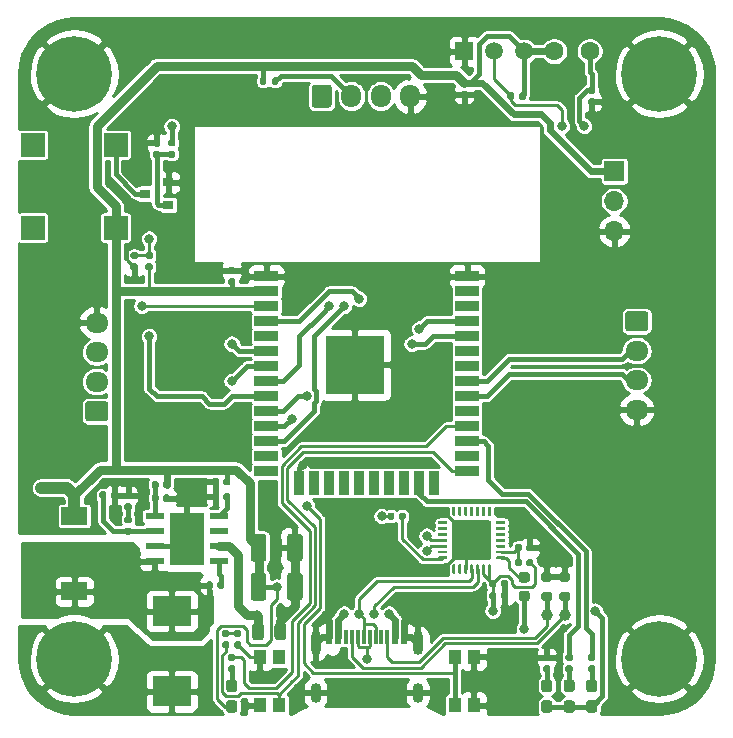
<source format=gbr>
G04 #@! TF.GenerationSoftware,KiCad,Pcbnew,(5.1.9)-1*
G04 #@! TF.CreationDate,2022-02-01T14:59:44+01:00*
G04 #@! TF.ProjectId,ESPCraft,45535043-7261-4667-942e-6b696361645f,rev?*
G04 #@! TF.SameCoordinates,Original*
G04 #@! TF.FileFunction,Copper,L1,Top*
G04 #@! TF.FilePolarity,Positive*
%FSLAX46Y46*%
G04 Gerber Fmt 4.6, Leading zero omitted, Abs format (unit mm)*
G04 Created by KiCad (PCBNEW (5.1.9)-1) date 2022-02-01 14:59:44*
%MOMM*%
%LPD*%
G01*
G04 APERTURE LIST*
G04 #@! TA.AperFunction,SMDPad,CuDef*
%ADD10R,5.000000X5.000000*%
G04 #@! TD*
G04 #@! TA.AperFunction,SMDPad,CuDef*
%ADD11R,2.000000X0.900000*%
G04 #@! TD*
G04 #@! TA.AperFunction,SMDPad,CuDef*
%ADD12R,0.900000X2.000000*%
G04 #@! TD*
G04 #@! TA.AperFunction,ComponentPad*
%ADD13O,1.700000X1.950000*%
G04 #@! TD*
G04 #@! TA.AperFunction,ComponentPad*
%ADD14O,1.700000X1.700000*%
G04 #@! TD*
G04 #@! TA.AperFunction,ComponentPad*
%ADD15R,1.700000X1.700000*%
G04 #@! TD*
G04 #@! TA.AperFunction,SMDPad,CuDef*
%ADD16R,1.100000X1.300000*%
G04 #@! TD*
G04 #@! TA.AperFunction,ComponentPad*
%ADD17C,0.800000*%
G04 #@! TD*
G04 #@! TA.AperFunction,ComponentPad*
%ADD18C,6.400000*%
G04 #@! TD*
G04 #@! TA.AperFunction,ComponentPad*
%ADD19O,1.950000X1.700000*%
G04 #@! TD*
G04 #@! TA.AperFunction,SMDPad,CuDef*
%ADD20R,2.000000X2.000000*%
G04 #@! TD*
G04 #@! TA.AperFunction,SMDPad,CuDef*
%ADD21R,0.900000X0.800000*%
G04 #@! TD*
G04 #@! TA.AperFunction,ComponentPad*
%ADD22C,1.600000*%
G04 #@! TD*
G04 #@! TA.AperFunction,ComponentPad*
%ADD23O,0.900000X2.000000*%
G04 #@! TD*
G04 #@! TA.AperFunction,ComponentPad*
%ADD24O,0.900000X1.700000*%
G04 #@! TD*
G04 #@! TA.AperFunction,SMDPad,CuDef*
%ADD25R,0.300000X1.160000*%
G04 #@! TD*
G04 #@! TA.AperFunction,SMDPad,CuDef*
%ADD26R,0.600000X1.160000*%
G04 #@! TD*
G04 #@! TA.AperFunction,ComponentPad*
%ADD27C,1.500000*%
G04 #@! TD*
G04 #@! TA.AperFunction,ComponentPad*
%ADD28R,1.500000X1.500000*%
G04 #@! TD*
G04 #@! TA.AperFunction,SMDPad,CuDef*
%ADD29R,3.300000X2.500000*%
G04 #@! TD*
G04 #@! TA.AperFunction,SMDPad,CuDef*
%ADD30R,2.200000X1.500000*%
G04 #@! TD*
G04 #@! TA.AperFunction,SMDPad,CuDef*
%ADD31C,1.000000*%
G04 #@! TD*
G04 #@! TA.AperFunction,SMDPad,CuDef*
%ADD32R,2.600000X3.100000*%
G04 #@! TD*
G04 #@! TA.AperFunction,SMDPad,CuDef*
%ADD33R,2.950000X4.500000*%
G04 #@! TD*
G04 #@! TA.AperFunction,SMDPad,CuDef*
%ADD34R,1.550000X0.600000*%
G04 #@! TD*
G04 #@! TA.AperFunction,ComponentPad*
%ADD35C,0.600000*%
G04 #@! TD*
G04 #@! TA.AperFunction,ViaPad*
%ADD36C,0.800000*%
G04 #@! TD*
G04 #@! TA.AperFunction,Conductor*
%ADD37C,0.250000*%
G04 #@! TD*
G04 #@! TA.AperFunction,Conductor*
%ADD38C,0.600000*%
G04 #@! TD*
G04 #@! TA.AperFunction,Conductor*
%ADD39C,0.400000*%
G04 #@! TD*
G04 #@! TA.AperFunction,Conductor*
%ADD40C,0.800000*%
G04 #@! TD*
G04 #@! TA.AperFunction,Conductor*
%ADD41C,1.000000*%
G04 #@! TD*
G04 #@! TA.AperFunction,Conductor*
%ADD42C,0.254000*%
G04 #@! TD*
G04 #@! TA.AperFunction,Conductor*
%ADD43C,0.100000*%
G04 #@! TD*
G04 APERTURE END LIST*
D10*
X142510000Y-102750000D03*
D11*
X135010000Y-95250000D03*
X135010000Y-96520000D03*
X135010000Y-97790000D03*
X135010000Y-99060000D03*
X135010000Y-100330000D03*
X135010000Y-101600000D03*
X135010000Y-102870000D03*
X135010000Y-104140000D03*
X135010000Y-105410000D03*
X135010000Y-106680000D03*
X135010000Y-107950000D03*
X135010000Y-109220000D03*
X135010000Y-110490000D03*
X135010000Y-111760000D03*
D12*
X137795000Y-112760000D03*
X139065000Y-112760000D03*
X140335000Y-112760000D03*
X141605000Y-112760000D03*
X142875000Y-112760000D03*
X144145000Y-112760000D03*
X145415000Y-112760000D03*
X146685000Y-112760000D03*
X147955000Y-112760000D03*
X149225000Y-112760000D03*
D11*
X152010000Y-111760000D03*
X152010000Y-110490000D03*
X152010000Y-109220000D03*
X152010000Y-107950000D03*
X152010000Y-106680000D03*
X152010000Y-105410000D03*
X152010000Y-104140000D03*
X152010000Y-102870000D03*
X152010000Y-101600000D03*
X152010000Y-100330000D03*
X152010000Y-99060000D03*
X152010000Y-97790000D03*
X152010000Y-96520000D03*
X152010000Y-95250000D03*
G04 #@! TA.AperFunction,ComponentPad*
G36*
G01*
X138850000Y-80735000D02*
X138850000Y-79285000D01*
G75*
G02*
X139100000Y-79035000I250000J0D01*
G01*
X140300000Y-79035000D01*
G75*
G02*
X140550000Y-79285000I0J-250000D01*
G01*
X140550000Y-80735000D01*
G75*
G02*
X140300000Y-80985000I-250000J0D01*
G01*
X139100000Y-80985000D01*
G75*
G02*
X138850000Y-80735000I0J250000D01*
G01*
G37*
G04 #@! TD.AperFunction*
D13*
X142200000Y-80010000D03*
X144700000Y-80010000D03*
X147200000Y-80010000D03*
D14*
X164465000Y-91440000D03*
X164465000Y-88900000D03*
D15*
X164465000Y-86360000D03*
D16*
X134455000Y-131590000D03*
X136055000Y-131590000D03*
X134455000Y-127490000D03*
X136055000Y-127490000D03*
X150965000Y-131590000D03*
X152565000Y-131590000D03*
X150965000Y-127490000D03*
X152565000Y-127490000D03*
G04 #@! TA.AperFunction,SMDPad,CuDef*
G36*
G01*
X158512500Y-131160000D02*
X158987500Y-131160000D01*
G75*
G02*
X159225000Y-131397500I0J-237500D01*
G01*
X159225000Y-131972500D01*
G75*
G02*
X158987500Y-132210000I-237500J0D01*
G01*
X158512500Y-132210000D01*
G75*
G02*
X158275000Y-131972500I0J237500D01*
G01*
X158275000Y-131397500D01*
G75*
G02*
X158512500Y-131160000I237500J0D01*
G01*
G37*
G04 #@! TD.AperFunction*
G04 #@! TA.AperFunction,SMDPad,CuDef*
G36*
G01*
X158512500Y-129410000D02*
X158987500Y-129410000D01*
G75*
G02*
X159225000Y-129647500I0J-237500D01*
G01*
X159225000Y-130222500D01*
G75*
G02*
X158987500Y-130460000I-237500J0D01*
G01*
X158512500Y-130460000D01*
G75*
G02*
X158275000Y-130222500I0J237500D01*
G01*
X158275000Y-129647500D01*
G75*
G02*
X158512500Y-129410000I237500J0D01*
G01*
G37*
G04 #@! TD.AperFunction*
G04 #@! TA.AperFunction,SMDPad,CuDef*
G36*
G01*
X160417500Y-129410000D02*
X160892500Y-129410000D01*
G75*
G02*
X161130000Y-129647500I0J-237500D01*
G01*
X161130000Y-130222500D01*
G75*
G02*
X160892500Y-130460000I-237500J0D01*
G01*
X160417500Y-130460000D01*
G75*
G02*
X160180000Y-130222500I0J237500D01*
G01*
X160180000Y-129647500D01*
G75*
G02*
X160417500Y-129410000I237500J0D01*
G01*
G37*
G04 #@! TD.AperFunction*
G04 #@! TA.AperFunction,SMDPad,CuDef*
G36*
G01*
X160417500Y-131160000D02*
X160892500Y-131160000D01*
G75*
G02*
X161130000Y-131397500I0J-237500D01*
G01*
X161130000Y-131972500D01*
G75*
G02*
X160892500Y-132210000I-237500J0D01*
G01*
X160417500Y-132210000D01*
G75*
G02*
X160180000Y-131972500I0J237500D01*
G01*
X160180000Y-131397500D01*
G75*
G02*
X160417500Y-131160000I237500J0D01*
G01*
G37*
G04 #@! TD.AperFunction*
G04 #@! TA.AperFunction,SMDPad,CuDef*
G36*
G01*
X162322500Y-129410000D02*
X162797500Y-129410000D01*
G75*
G02*
X163035000Y-129647500I0J-237500D01*
G01*
X163035000Y-130222500D01*
G75*
G02*
X162797500Y-130460000I-237500J0D01*
G01*
X162322500Y-130460000D01*
G75*
G02*
X162085000Y-130222500I0J237500D01*
G01*
X162085000Y-129647500D01*
G75*
G02*
X162322500Y-129410000I237500J0D01*
G01*
G37*
G04 #@! TD.AperFunction*
G04 #@! TA.AperFunction,SMDPad,CuDef*
G36*
G01*
X162322500Y-131160000D02*
X162797500Y-131160000D01*
G75*
G02*
X163035000Y-131397500I0J-237500D01*
G01*
X163035000Y-131972500D01*
G75*
G02*
X162797500Y-132210000I-237500J0D01*
G01*
X162322500Y-132210000D01*
G75*
G02*
X162085000Y-131972500I0J237500D01*
G01*
X162085000Y-131397500D01*
G75*
G02*
X162322500Y-131160000I237500J0D01*
G01*
G37*
G04 #@! TD.AperFunction*
G04 #@! TA.AperFunction,SMDPad,CuDef*
G36*
G01*
X131842500Y-131160000D02*
X132317500Y-131160000D01*
G75*
G02*
X132555000Y-131397500I0J-237500D01*
G01*
X132555000Y-131972500D01*
G75*
G02*
X132317500Y-132210000I-237500J0D01*
G01*
X131842500Y-132210000D01*
G75*
G02*
X131605000Y-131972500I0J237500D01*
G01*
X131605000Y-131397500D01*
G75*
G02*
X131842500Y-131160000I237500J0D01*
G01*
G37*
G04 #@! TD.AperFunction*
G04 #@! TA.AperFunction,SMDPad,CuDef*
G36*
G01*
X131842500Y-129410000D02*
X132317500Y-129410000D01*
G75*
G02*
X132555000Y-129647500I0J-237500D01*
G01*
X132555000Y-130222500D01*
G75*
G02*
X132317500Y-130460000I-237500J0D01*
G01*
X131842500Y-130460000D01*
G75*
G02*
X131605000Y-130222500I0J237500D01*
G01*
X131605000Y-129647500D01*
G75*
G02*
X131842500Y-129410000I237500J0D01*
G01*
G37*
G04 #@! TD.AperFunction*
D17*
X120442056Y-76407944D03*
X118745000Y-75705000D03*
X117047944Y-76407944D03*
X116345000Y-78105000D03*
X117047944Y-79802056D03*
X118745000Y-80505000D03*
X120442056Y-79802056D03*
X121145000Y-78105000D03*
D18*
X118745000Y-78105000D03*
X168275000Y-78105000D03*
D17*
X170675000Y-78105000D03*
X169972056Y-79802056D03*
X168275000Y-80505000D03*
X166577944Y-79802056D03*
X165875000Y-78105000D03*
X166577944Y-76407944D03*
X168275000Y-75705000D03*
X169972056Y-76407944D03*
X169972056Y-125937944D03*
X168275000Y-125235000D03*
X166577944Y-125937944D03*
X165875000Y-127635000D03*
X166577944Y-129332056D03*
X168275000Y-130035000D03*
X169972056Y-129332056D03*
X170675000Y-127635000D03*
D18*
X168275000Y-127635000D03*
X118745000Y-127635000D03*
D17*
X121145000Y-127635000D03*
X120442056Y-129332056D03*
X118745000Y-130035000D03*
X117047944Y-129332056D03*
X116345000Y-127635000D03*
X117047944Y-125937944D03*
X118745000Y-125235000D03*
X120442056Y-125937944D03*
G04 #@! TA.AperFunction,ComponentPad*
G36*
G01*
X165645000Y-98210000D02*
X167095000Y-98210000D01*
G75*
G02*
X167345000Y-98460000I0J-250000D01*
G01*
X167345000Y-99660000D01*
G75*
G02*
X167095000Y-99910000I-250000J0D01*
G01*
X165645000Y-99910000D01*
G75*
G02*
X165395000Y-99660000I0J250000D01*
G01*
X165395000Y-98460000D01*
G75*
G02*
X165645000Y-98210000I250000J0D01*
G01*
G37*
G04 #@! TD.AperFunction*
D19*
X166370000Y-101560000D03*
X166370000Y-104060000D03*
X166370000Y-106560000D03*
X120650000Y-99180000D03*
X120650000Y-101680000D03*
X120650000Y-104180000D03*
G04 #@! TA.AperFunction,ComponentPad*
G36*
G01*
X121375000Y-107530000D02*
X119925000Y-107530000D01*
G75*
G02*
X119675000Y-107280000I0J250000D01*
G01*
X119675000Y-106080000D01*
G75*
G02*
X119925000Y-105830000I250000J0D01*
G01*
X121375000Y-105830000D01*
G75*
G02*
X121625000Y-106080000I0J-250000D01*
G01*
X121625000Y-107280000D01*
G75*
G02*
X121375000Y-107530000I-250000J0D01*
G01*
G37*
G04 #@! TD.AperFunction*
G04 #@! TA.AperFunction,SMDPad,CuDef*
G36*
G01*
X153825001Y-119277000D02*
X150974999Y-119277000D01*
G75*
G02*
X150725000Y-119027001I0J249999D01*
G01*
X150725000Y-116176999D01*
G75*
G02*
X150974999Y-115927000I249999J0D01*
G01*
X153825001Y-115927000D01*
G75*
G02*
X154075000Y-116176999I0J-249999D01*
G01*
X154075000Y-119027001D01*
G75*
G02*
X153825001Y-119277000I-249999J0D01*
G01*
G37*
G04 #@! TD.AperFunction*
G04 #@! TA.AperFunction,SMDPad,CuDef*
G36*
G01*
X150962500Y-120452000D02*
X150837500Y-120452000D01*
G75*
G02*
X150775000Y-120389500I0J62500D01*
G01*
X150775000Y-119714500D01*
G75*
G02*
X150837500Y-119652000I62500J0D01*
G01*
X150962500Y-119652000D01*
G75*
G02*
X151025000Y-119714500I0J-62500D01*
G01*
X151025000Y-120389500D01*
G75*
G02*
X150962500Y-120452000I-62500J0D01*
G01*
G37*
G04 #@! TD.AperFunction*
G04 #@! TA.AperFunction,SMDPad,CuDef*
G36*
G01*
X151462500Y-120452000D02*
X151337500Y-120452000D01*
G75*
G02*
X151275000Y-120389500I0J62500D01*
G01*
X151275000Y-119714500D01*
G75*
G02*
X151337500Y-119652000I62500J0D01*
G01*
X151462500Y-119652000D01*
G75*
G02*
X151525000Y-119714500I0J-62500D01*
G01*
X151525000Y-120389500D01*
G75*
G02*
X151462500Y-120452000I-62500J0D01*
G01*
G37*
G04 #@! TD.AperFunction*
G04 #@! TA.AperFunction,SMDPad,CuDef*
G36*
G01*
X151962500Y-120452000D02*
X151837500Y-120452000D01*
G75*
G02*
X151775000Y-120389500I0J62500D01*
G01*
X151775000Y-119714500D01*
G75*
G02*
X151837500Y-119652000I62500J0D01*
G01*
X151962500Y-119652000D01*
G75*
G02*
X152025000Y-119714500I0J-62500D01*
G01*
X152025000Y-120389500D01*
G75*
G02*
X151962500Y-120452000I-62500J0D01*
G01*
G37*
G04 #@! TD.AperFunction*
G04 #@! TA.AperFunction,SMDPad,CuDef*
G36*
G01*
X152462500Y-120452000D02*
X152337500Y-120452000D01*
G75*
G02*
X152275000Y-120389500I0J62500D01*
G01*
X152275000Y-119714500D01*
G75*
G02*
X152337500Y-119652000I62500J0D01*
G01*
X152462500Y-119652000D01*
G75*
G02*
X152525000Y-119714500I0J-62500D01*
G01*
X152525000Y-120389500D01*
G75*
G02*
X152462500Y-120452000I-62500J0D01*
G01*
G37*
G04 #@! TD.AperFunction*
G04 #@! TA.AperFunction,SMDPad,CuDef*
G36*
G01*
X152962500Y-120452000D02*
X152837500Y-120452000D01*
G75*
G02*
X152775000Y-120389500I0J62500D01*
G01*
X152775000Y-119714500D01*
G75*
G02*
X152837500Y-119652000I62500J0D01*
G01*
X152962500Y-119652000D01*
G75*
G02*
X153025000Y-119714500I0J-62500D01*
G01*
X153025000Y-120389500D01*
G75*
G02*
X152962500Y-120452000I-62500J0D01*
G01*
G37*
G04 #@! TD.AperFunction*
G04 #@! TA.AperFunction,SMDPad,CuDef*
G36*
G01*
X153462500Y-120452000D02*
X153337500Y-120452000D01*
G75*
G02*
X153275000Y-120389500I0J62500D01*
G01*
X153275000Y-119714500D01*
G75*
G02*
X153337500Y-119652000I62500J0D01*
G01*
X153462500Y-119652000D01*
G75*
G02*
X153525000Y-119714500I0J-62500D01*
G01*
X153525000Y-120389500D01*
G75*
G02*
X153462500Y-120452000I-62500J0D01*
G01*
G37*
G04 #@! TD.AperFunction*
G04 #@! TA.AperFunction,SMDPad,CuDef*
G36*
G01*
X153962500Y-120452000D02*
X153837500Y-120452000D01*
G75*
G02*
X153775000Y-120389500I0J62500D01*
G01*
X153775000Y-119714500D01*
G75*
G02*
X153837500Y-119652000I62500J0D01*
G01*
X153962500Y-119652000D01*
G75*
G02*
X154025000Y-119714500I0J-62500D01*
G01*
X154025000Y-120389500D01*
G75*
G02*
X153962500Y-120452000I-62500J0D01*
G01*
G37*
G04 #@! TD.AperFunction*
G04 #@! TA.AperFunction,SMDPad,CuDef*
G36*
G01*
X155187500Y-119227000D02*
X154512500Y-119227000D01*
G75*
G02*
X154450000Y-119164500I0J62500D01*
G01*
X154450000Y-119039500D01*
G75*
G02*
X154512500Y-118977000I62500J0D01*
G01*
X155187500Y-118977000D01*
G75*
G02*
X155250000Y-119039500I0J-62500D01*
G01*
X155250000Y-119164500D01*
G75*
G02*
X155187500Y-119227000I-62500J0D01*
G01*
G37*
G04 #@! TD.AperFunction*
G04 #@! TA.AperFunction,SMDPad,CuDef*
G36*
G01*
X155187500Y-118727000D02*
X154512500Y-118727000D01*
G75*
G02*
X154450000Y-118664500I0J62500D01*
G01*
X154450000Y-118539500D01*
G75*
G02*
X154512500Y-118477000I62500J0D01*
G01*
X155187500Y-118477000D01*
G75*
G02*
X155250000Y-118539500I0J-62500D01*
G01*
X155250000Y-118664500D01*
G75*
G02*
X155187500Y-118727000I-62500J0D01*
G01*
G37*
G04 #@! TD.AperFunction*
G04 #@! TA.AperFunction,SMDPad,CuDef*
G36*
G01*
X155187500Y-118227000D02*
X154512500Y-118227000D01*
G75*
G02*
X154450000Y-118164500I0J62500D01*
G01*
X154450000Y-118039500D01*
G75*
G02*
X154512500Y-117977000I62500J0D01*
G01*
X155187500Y-117977000D01*
G75*
G02*
X155250000Y-118039500I0J-62500D01*
G01*
X155250000Y-118164500D01*
G75*
G02*
X155187500Y-118227000I-62500J0D01*
G01*
G37*
G04 #@! TD.AperFunction*
G04 #@! TA.AperFunction,SMDPad,CuDef*
G36*
G01*
X155187500Y-117727000D02*
X154512500Y-117727000D01*
G75*
G02*
X154450000Y-117664500I0J62500D01*
G01*
X154450000Y-117539500D01*
G75*
G02*
X154512500Y-117477000I62500J0D01*
G01*
X155187500Y-117477000D01*
G75*
G02*
X155250000Y-117539500I0J-62500D01*
G01*
X155250000Y-117664500D01*
G75*
G02*
X155187500Y-117727000I-62500J0D01*
G01*
G37*
G04 #@! TD.AperFunction*
G04 #@! TA.AperFunction,SMDPad,CuDef*
G36*
G01*
X155187500Y-117227000D02*
X154512500Y-117227000D01*
G75*
G02*
X154450000Y-117164500I0J62500D01*
G01*
X154450000Y-117039500D01*
G75*
G02*
X154512500Y-116977000I62500J0D01*
G01*
X155187500Y-116977000D01*
G75*
G02*
X155250000Y-117039500I0J-62500D01*
G01*
X155250000Y-117164500D01*
G75*
G02*
X155187500Y-117227000I-62500J0D01*
G01*
G37*
G04 #@! TD.AperFunction*
G04 #@! TA.AperFunction,SMDPad,CuDef*
G36*
G01*
X155187500Y-116727000D02*
X154512500Y-116727000D01*
G75*
G02*
X154450000Y-116664500I0J62500D01*
G01*
X154450000Y-116539500D01*
G75*
G02*
X154512500Y-116477000I62500J0D01*
G01*
X155187500Y-116477000D01*
G75*
G02*
X155250000Y-116539500I0J-62500D01*
G01*
X155250000Y-116664500D01*
G75*
G02*
X155187500Y-116727000I-62500J0D01*
G01*
G37*
G04 #@! TD.AperFunction*
G04 #@! TA.AperFunction,SMDPad,CuDef*
G36*
G01*
X155187500Y-116227000D02*
X154512500Y-116227000D01*
G75*
G02*
X154450000Y-116164500I0J62500D01*
G01*
X154450000Y-116039500D01*
G75*
G02*
X154512500Y-115977000I62500J0D01*
G01*
X155187500Y-115977000D01*
G75*
G02*
X155250000Y-116039500I0J-62500D01*
G01*
X155250000Y-116164500D01*
G75*
G02*
X155187500Y-116227000I-62500J0D01*
G01*
G37*
G04 #@! TD.AperFunction*
G04 #@! TA.AperFunction,SMDPad,CuDef*
G36*
G01*
X153962500Y-115552000D02*
X153837500Y-115552000D01*
G75*
G02*
X153775000Y-115489500I0J62500D01*
G01*
X153775000Y-114814500D01*
G75*
G02*
X153837500Y-114752000I62500J0D01*
G01*
X153962500Y-114752000D01*
G75*
G02*
X154025000Y-114814500I0J-62500D01*
G01*
X154025000Y-115489500D01*
G75*
G02*
X153962500Y-115552000I-62500J0D01*
G01*
G37*
G04 #@! TD.AperFunction*
G04 #@! TA.AperFunction,SMDPad,CuDef*
G36*
G01*
X153462500Y-115552000D02*
X153337500Y-115552000D01*
G75*
G02*
X153275000Y-115489500I0J62500D01*
G01*
X153275000Y-114814500D01*
G75*
G02*
X153337500Y-114752000I62500J0D01*
G01*
X153462500Y-114752000D01*
G75*
G02*
X153525000Y-114814500I0J-62500D01*
G01*
X153525000Y-115489500D01*
G75*
G02*
X153462500Y-115552000I-62500J0D01*
G01*
G37*
G04 #@! TD.AperFunction*
G04 #@! TA.AperFunction,SMDPad,CuDef*
G36*
G01*
X152962500Y-115552000D02*
X152837500Y-115552000D01*
G75*
G02*
X152775000Y-115489500I0J62500D01*
G01*
X152775000Y-114814500D01*
G75*
G02*
X152837500Y-114752000I62500J0D01*
G01*
X152962500Y-114752000D01*
G75*
G02*
X153025000Y-114814500I0J-62500D01*
G01*
X153025000Y-115489500D01*
G75*
G02*
X152962500Y-115552000I-62500J0D01*
G01*
G37*
G04 #@! TD.AperFunction*
G04 #@! TA.AperFunction,SMDPad,CuDef*
G36*
G01*
X152462500Y-115552000D02*
X152337500Y-115552000D01*
G75*
G02*
X152275000Y-115489500I0J62500D01*
G01*
X152275000Y-114814500D01*
G75*
G02*
X152337500Y-114752000I62500J0D01*
G01*
X152462500Y-114752000D01*
G75*
G02*
X152525000Y-114814500I0J-62500D01*
G01*
X152525000Y-115489500D01*
G75*
G02*
X152462500Y-115552000I-62500J0D01*
G01*
G37*
G04 #@! TD.AperFunction*
G04 #@! TA.AperFunction,SMDPad,CuDef*
G36*
G01*
X151962500Y-115552000D02*
X151837500Y-115552000D01*
G75*
G02*
X151775000Y-115489500I0J62500D01*
G01*
X151775000Y-114814500D01*
G75*
G02*
X151837500Y-114752000I62500J0D01*
G01*
X151962500Y-114752000D01*
G75*
G02*
X152025000Y-114814500I0J-62500D01*
G01*
X152025000Y-115489500D01*
G75*
G02*
X151962500Y-115552000I-62500J0D01*
G01*
G37*
G04 #@! TD.AperFunction*
G04 #@! TA.AperFunction,SMDPad,CuDef*
G36*
G01*
X151462500Y-115552000D02*
X151337500Y-115552000D01*
G75*
G02*
X151275000Y-115489500I0J62500D01*
G01*
X151275000Y-114814500D01*
G75*
G02*
X151337500Y-114752000I62500J0D01*
G01*
X151462500Y-114752000D01*
G75*
G02*
X151525000Y-114814500I0J-62500D01*
G01*
X151525000Y-115489500D01*
G75*
G02*
X151462500Y-115552000I-62500J0D01*
G01*
G37*
G04 #@! TD.AperFunction*
G04 #@! TA.AperFunction,SMDPad,CuDef*
G36*
G01*
X150962500Y-115552000D02*
X150837500Y-115552000D01*
G75*
G02*
X150775000Y-115489500I0J62500D01*
G01*
X150775000Y-114814500D01*
G75*
G02*
X150837500Y-114752000I62500J0D01*
G01*
X150962500Y-114752000D01*
G75*
G02*
X151025000Y-114814500I0J-62500D01*
G01*
X151025000Y-115489500D01*
G75*
G02*
X150962500Y-115552000I-62500J0D01*
G01*
G37*
G04 #@! TD.AperFunction*
G04 #@! TA.AperFunction,SMDPad,CuDef*
G36*
G01*
X150287500Y-116227000D02*
X149612500Y-116227000D01*
G75*
G02*
X149550000Y-116164500I0J62500D01*
G01*
X149550000Y-116039500D01*
G75*
G02*
X149612500Y-115977000I62500J0D01*
G01*
X150287500Y-115977000D01*
G75*
G02*
X150350000Y-116039500I0J-62500D01*
G01*
X150350000Y-116164500D01*
G75*
G02*
X150287500Y-116227000I-62500J0D01*
G01*
G37*
G04 #@! TD.AperFunction*
G04 #@! TA.AperFunction,SMDPad,CuDef*
G36*
G01*
X150287500Y-116727000D02*
X149612500Y-116727000D01*
G75*
G02*
X149550000Y-116664500I0J62500D01*
G01*
X149550000Y-116539500D01*
G75*
G02*
X149612500Y-116477000I62500J0D01*
G01*
X150287500Y-116477000D01*
G75*
G02*
X150350000Y-116539500I0J-62500D01*
G01*
X150350000Y-116664500D01*
G75*
G02*
X150287500Y-116727000I-62500J0D01*
G01*
G37*
G04 #@! TD.AperFunction*
G04 #@! TA.AperFunction,SMDPad,CuDef*
G36*
G01*
X150287500Y-117227000D02*
X149612500Y-117227000D01*
G75*
G02*
X149550000Y-117164500I0J62500D01*
G01*
X149550000Y-117039500D01*
G75*
G02*
X149612500Y-116977000I62500J0D01*
G01*
X150287500Y-116977000D01*
G75*
G02*
X150350000Y-117039500I0J-62500D01*
G01*
X150350000Y-117164500D01*
G75*
G02*
X150287500Y-117227000I-62500J0D01*
G01*
G37*
G04 #@! TD.AperFunction*
G04 #@! TA.AperFunction,SMDPad,CuDef*
G36*
G01*
X150287500Y-117727000D02*
X149612500Y-117727000D01*
G75*
G02*
X149550000Y-117664500I0J62500D01*
G01*
X149550000Y-117539500D01*
G75*
G02*
X149612500Y-117477000I62500J0D01*
G01*
X150287500Y-117477000D01*
G75*
G02*
X150350000Y-117539500I0J-62500D01*
G01*
X150350000Y-117664500D01*
G75*
G02*
X150287500Y-117727000I-62500J0D01*
G01*
G37*
G04 #@! TD.AperFunction*
G04 #@! TA.AperFunction,SMDPad,CuDef*
G36*
G01*
X150287500Y-118227000D02*
X149612500Y-118227000D01*
G75*
G02*
X149550000Y-118164500I0J62500D01*
G01*
X149550000Y-118039500D01*
G75*
G02*
X149612500Y-117977000I62500J0D01*
G01*
X150287500Y-117977000D01*
G75*
G02*
X150350000Y-118039500I0J-62500D01*
G01*
X150350000Y-118164500D01*
G75*
G02*
X150287500Y-118227000I-62500J0D01*
G01*
G37*
G04 #@! TD.AperFunction*
G04 #@! TA.AperFunction,SMDPad,CuDef*
G36*
G01*
X150287500Y-118727000D02*
X149612500Y-118727000D01*
G75*
G02*
X149550000Y-118664500I0J62500D01*
G01*
X149550000Y-118539500D01*
G75*
G02*
X149612500Y-118477000I62500J0D01*
G01*
X150287500Y-118477000D01*
G75*
G02*
X150350000Y-118539500I0J-62500D01*
G01*
X150350000Y-118664500D01*
G75*
G02*
X150287500Y-118727000I-62500J0D01*
G01*
G37*
G04 #@! TD.AperFunction*
G04 #@! TA.AperFunction,SMDPad,CuDef*
G36*
G01*
X150287500Y-119227000D02*
X149612500Y-119227000D01*
G75*
G02*
X149550000Y-119164500I0J62500D01*
G01*
X149550000Y-119039500D01*
G75*
G02*
X149612500Y-118977000I62500J0D01*
G01*
X150287500Y-118977000D01*
G75*
G02*
X150350000Y-119039500I0J-62500D01*
G01*
X150350000Y-119164500D01*
G75*
G02*
X150287500Y-119227000I-62500J0D01*
G01*
G37*
G04 #@! TD.AperFunction*
D20*
X115245000Y-91130000D03*
X115245000Y-84130000D03*
X122245000Y-84130000D03*
X122245000Y-91130000D03*
G04 #@! TA.AperFunction,SMDPad,CuDef*
G36*
G01*
X123652500Y-94170000D02*
X123997500Y-94170000D01*
G75*
G02*
X124145000Y-94317500I0J-147500D01*
G01*
X124145000Y-94612500D01*
G75*
G02*
X123997500Y-94760000I-147500J0D01*
G01*
X123652500Y-94760000D01*
G75*
G02*
X123505000Y-94612500I0J147500D01*
G01*
X123505000Y-94317500D01*
G75*
G02*
X123652500Y-94170000I147500J0D01*
G01*
G37*
G04 #@! TD.AperFunction*
G04 #@! TA.AperFunction,SMDPad,CuDef*
G36*
G01*
X123652500Y-93200000D02*
X123997500Y-93200000D01*
G75*
G02*
X124145000Y-93347500I0J-147500D01*
G01*
X124145000Y-93642500D01*
G75*
G02*
X123997500Y-93790000I-147500J0D01*
G01*
X123652500Y-93790000D01*
G75*
G02*
X123505000Y-93642500I0J147500D01*
G01*
X123505000Y-93347500D01*
G75*
G02*
X123652500Y-93200000I147500J0D01*
G01*
G37*
G04 #@! TD.AperFunction*
G04 #@! TA.AperFunction,SMDPad,CuDef*
G36*
G01*
X156065000Y-118409500D02*
X156065000Y-118064500D01*
G75*
G02*
X156212500Y-117917000I147500J0D01*
G01*
X156507500Y-117917000D01*
G75*
G02*
X156655000Y-118064500I0J-147500D01*
G01*
X156655000Y-118409500D01*
G75*
G02*
X156507500Y-118557000I-147500J0D01*
G01*
X156212500Y-118557000D01*
G75*
G02*
X156065000Y-118409500I0J147500D01*
G01*
G37*
G04 #@! TD.AperFunction*
G04 #@! TA.AperFunction,SMDPad,CuDef*
G36*
G01*
X157035000Y-118409500D02*
X157035000Y-118064500D01*
G75*
G02*
X157182500Y-117917000I147500J0D01*
G01*
X157477500Y-117917000D01*
G75*
G02*
X157625000Y-118064500I0J-147500D01*
G01*
X157625000Y-118409500D01*
G75*
G02*
X157477500Y-118557000I-147500J0D01*
G01*
X157182500Y-118557000D01*
G75*
G02*
X157035000Y-118409500I0J147500D01*
G01*
G37*
G04 #@! TD.AperFunction*
G04 #@! TA.AperFunction,SMDPad,CuDef*
G36*
G01*
X124922500Y-93200000D02*
X125267500Y-93200000D01*
G75*
G02*
X125415000Y-93347500I0J-147500D01*
G01*
X125415000Y-93642500D01*
G75*
G02*
X125267500Y-93790000I-147500J0D01*
G01*
X124922500Y-93790000D01*
G75*
G02*
X124775000Y-93642500I0J147500D01*
G01*
X124775000Y-93347500D01*
G75*
G02*
X124922500Y-93200000I147500J0D01*
G01*
G37*
G04 #@! TD.AperFunction*
G04 #@! TA.AperFunction,SMDPad,CuDef*
G36*
G01*
X124922500Y-94170000D02*
X125267500Y-94170000D01*
G75*
G02*
X125415000Y-94317500I0J-147500D01*
G01*
X125415000Y-94612500D01*
G75*
G02*
X125267500Y-94760000I-147500J0D01*
G01*
X124922500Y-94760000D01*
G75*
G02*
X124775000Y-94612500I0J147500D01*
G01*
X124775000Y-94317500D01*
G75*
G02*
X124922500Y-94170000I147500J0D01*
G01*
G37*
G04 #@! TD.AperFunction*
G04 #@! TA.AperFunction,SMDPad,CuDef*
G36*
G01*
X157035000Y-119679500D02*
X157035000Y-119334500D01*
G75*
G02*
X157182500Y-119187000I147500J0D01*
G01*
X157477500Y-119187000D01*
G75*
G02*
X157625000Y-119334500I0J-147500D01*
G01*
X157625000Y-119679500D01*
G75*
G02*
X157477500Y-119827000I-147500J0D01*
G01*
X157182500Y-119827000D01*
G75*
G02*
X157035000Y-119679500I0J147500D01*
G01*
G37*
G04 #@! TD.AperFunction*
G04 #@! TA.AperFunction,SMDPad,CuDef*
G36*
G01*
X156065000Y-119679500D02*
X156065000Y-119334500D01*
G75*
G02*
X156212500Y-119187000I147500J0D01*
G01*
X156507500Y-119187000D01*
G75*
G02*
X156655000Y-119334500I0J-147500D01*
G01*
X156655000Y-119679500D01*
G75*
G02*
X156507500Y-119827000I-147500J0D01*
G01*
X156212500Y-119827000D01*
G75*
G02*
X156065000Y-119679500I0J147500D01*
G01*
G37*
G04 #@! TD.AperFunction*
G04 #@! TA.AperFunction,SMDPad,CuDef*
G36*
G01*
X158922500Y-127826000D02*
X158577500Y-127826000D01*
G75*
G02*
X158430000Y-127678500I0J147500D01*
G01*
X158430000Y-127383500D01*
G75*
G02*
X158577500Y-127236000I147500J0D01*
G01*
X158922500Y-127236000D01*
G75*
G02*
X159070000Y-127383500I0J-147500D01*
G01*
X159070000Y-127678500D01*
G75*
G02*
X158922500Y-127826000I-147500J0D01*
G01*
G37*
G04 #@! TD.AperFunction*
G04 #@! TA.AperFunction,SMDPad,CuDef*
G36*
G01*
X158922500Y-128796000D02*
X158577500Y-128796000D01*
G75*
G02*
X158430000Y-128648500I0J147500D01*
G01*
X158430000Y-128353500D01*
G75*
G02*
X158577500Y-128206000I147500J0D01*
G01*
X158922500Y-128206000D01*
G75*
G02*
X159070000Y-128353500I0J-147500D01*
G01*
X159070000Y-128648500D01*
G75*
G02*
X158922500Y-128796000I-147500J0D01*
G01*
G37*
G04 #@! TD.AperFunction*
G04 #@! TA.AperFunction,SMDPad,CuDef*
G36*
G01*
X160827500Y-128796000D02*
X160482500Y-128796000D01*
G75*
G02*
X160335000Y-128648500I0J147500D01*
G01*
X160335000Y-128353500D01*
G75*
G02*
X160482500Y-128206000I147500J0D01*
G01*
X160827500Y-128206000D01*
G75*
G02*
X160975000Y-128353500I0J-147500D01*
G01*
X160975000Y-128648500D01*
G75*
G02*
X160827500Y-128796000I-147500J0D01*
G01*
G37*
G04 #@! TD.AperFunction*
G04 #@! TA.AperFunction,SMDPad,CuDef*
G36*
G01*
X160827500Y-127826000D02*
X160482500Y-127826000D01*
G75*
G02*
X160335000Y-127678500I0J147500D01*
G01*
X160335000Y-127383500D01*
G75*
G02*
X160482500Y-127236000I147500J0D01*
G01*
X160827500Y-127236000D01*
G75*
G02*
X160975000Y-127383500I0J-147500D01*
G01*
X160975000Y-127678500D01*
G75*
G02*
X160827500Y-127826000I-147500J0D01*
G01*
G37*
G04 #@! TD.AperFunction*
G04 #@! TA.AperFunction,SMDPad,CuDef*
G36*
G01*
X162732500Y-127826000D02*
X162387500Y-127826000D01*
G75*
G02*
X162240000Y-127678500I0J147500D01*
G01*
X162240000Y-127383500D01*
G75*
G02*
X162387500Y-127236000I147500J0D01*
G01*
X162732500Y-127236000D01*
G75*
G02*
X162880000Y-127383500I0J-147500D01*
G01*
X162880000Y-127678500D01*
G75*
G02*
X162732500Y-127826000I-147500J0D01*
G01*
G37*
G04 #@! TD.AperFunction*
G04 #@! TA.AperFunction,SMDPad,CuDef*
G36*
G01*
X162732500Y-128796000D02*
X162387500Y-128796000D01*
G75*
G02*
X162240000Y-128648500I0J147500D01*
G01*
X162240000Y-128353500D01*
G75*
G02*
X162387500Y-128206000I147500J0D01*
G01*
X162732500Y-128206000D01*
G75*
G02*
X162880000Y-128353500I0J-147500D01*
G01*
X162880000Y-128648500D01*
G75*
G02*
X162732500Y-128796000I-147500J0D01*
G01*
G37*
G04 #@! TD.AperFunction*
G04 #@! TA.AperFunction,SMDPad,CuDef*
G36*
G01*
X132252500Y-128796000D02*
X131907500Y-128796000D01*
G75*
G02*
X131760000Y-128648500I0J147500D01*
G01*
X131760000Y-128353500D01*
G75*
G02*
X131907500Y-128206000I147500J0D01*
G01*
X132252500Y-128206000D01*
G75*
G02*
X132400000Y-128353500I0J-147500D01*
G01*
X132400000Y-128648500D01*
G75*
G02*
X132252500Y-128796000I-147500J0D01*
G01*
G37*
G04 #@! TD.AperFunction*
G04 #@! TA.AperFunction,SMDPad,CuDef*
G36*
G01*
X132252500Y-127826000D02*
X131907500Y-127826000D01*
G75*
G02*
X131760000Y-127678500I0J147500D01*
G01*
X131760000Y-127383500D01*
G75*
G02*
X131907500Y-127236000I147500J0D01*
G01*
X132252500Y-127236000D01*
G75*
G02*
X132400000Y-127383500I0J-147500D01*
G01*
X132400000Y-127678500D01*
G75*
G02*
X132252500Y-127826000I-147500J0D01*
G01*
G37*
G04 #@! TD.AperFunction*
G04 #@! TA.AperFunction,SMDPad,CuDef*
G36*
G01*
X131744500Y-125794000D02*
X131399500Y-125794000D01*
G75*
G02*
X131252000Y-125646500I0J147500D01*
G01*
X131252000Y-125351500D01*
G75*
G02*
X131399500Y-125204000I147500J0D01*
G01*
X131744500Y-125204000D01*
G75*
G02*
X131892000Y-125351500I0J-147500D01*
G01*
X131892000Y-125646500D01*
G75*
G02*
X131744500Y-125794000I-147500J0D01*
G01*
G37*
G04 #@! TD.AperFunction*
G04 #@! TA.AperFunction,SMDPad,CuDef*
G36*
G01*
X131744500Y-126764000D02*
X131399500Y-126764000D01*
G75*
G02*
X131252000Y-126616500I0J147500D01*
G01*
X131252000Y-126321500D01*
G75*
G02*
X131399500Y-126174000I147500J0D01*
G01*
X131744500Y-126174000D01*
G75*
G02*
X131892000Y-126321500I0J-147500D01*
G01*
X131892000Y-126616500D01*
G75*
G02*
X131744500Y-126764000I-147500J0D01*
G01*
G37*
G04 #@! TD.AperFunction*
G04 #@! TA.AperFunction,SMDPad,CuDef*
G36*
G01*
X132252500Y-96030000D02*
X131907500Y-96030000D01*
G75*
G02*
X131760000Y-95882500I0J147500D01*
G01*
X131760000Y-95587500D01*
G75*
G02*
X131907500Y-95440000I147500J0D01*
G01*
X132252500Y-95440000D01*
G75*
G02*
X132400000Y-95587500I0J-147500D01*
G01*
X132400000Y-95882500D01*
G75*
G02*
X132252500Y-96030000I-147500J0D01*
G01*
G37*
G04 #@! TD.AperFunction*
G04 #@! TA.AperFunction,SMDPad,CuDef*
G36*
G01*
X132252500Y-95060000D02*
X131907500Y-95060000D01*
G75*
G02*
X131760000Y-94912500I0J147500D01*
G01*
X131760000Y-94617500D01*
G75*
G02*
X131907500Y-94470000I147500J0D01*
G01*
X132252500Y-94470000D01*
G75*
G02*
X132400000Y-94617500I0J-147500D01*
G01*
X132400000Y-94912500D01*
G75*
G02*
X132252500Y-95060000I-147500J0D01*
G01*
G37*
G04 #@! TD.AperFunction*
D21*
X126730000Y-89215000D03*
X126730000Y-87315000D03*
X124730000Y-88265000D03*
G04 #@! TA.AperFunction,SMDPad,CuDef*
G36*
G01*
X126827500Y-83675000D02*
X127172500Y-83675000D01*
G75*
G02*
X127320000Y-83822500I0J-147500D01*
G01*
X127320000Y-84117500D01*
G75*
G02*
X127172500Y-84265000I-147500J0D01*
G01*
X126827500Y-84265000D01*
G75*
G02*
X126680000Y-84117500I0J147500D01*
G01*
X126680000Y-83822500D01*
G75*
G02*
X126827500Y-83675000I147500J0D01*
G01*
G37*
G04 #@! TD.AperFunction*
G04 #@! TA.AperFunction,SMDPad,CuDef*
G36*
G01*
X126827500Y-84645000D02*
X127172500Y-84645000D01*
G75*
G02*
X127320000Y-84792500I0J-147500D01*
G01*
X127320000Y-85087500D01*
G75*
G02*
X127172500Y-85235000I-147500J0D01*
G01*
X126827500Y-85235000D01*
G75*
G02*
X126680000Y-85087500I0J147500D01*
G01*
X126680000Y-84792500D01*
G75*
G02*
X126827500Y-84645000I147500J0D01*
G01*
G37*
G04 #@! TD.AperFunction*
G04 #@! TA.AperFunction,SMDPad,CuDef*
G36*
G01*
X125902500Y-84265000D02*
X125557500Y-84265000D01*
G75*
G02*
X125410000Y-84117500I0J147500D01*
G01*
X125410000Y-83822500D01*
G75*
G02*
X125557500Y-83675000I147500J0D01*
G01*
X125902500Y-83675000D01*
G75*
G02*
X126050000Y-83822500I0J-147500D01*
G01*
X126050000Y-84117500D01*
G75*
G02*
X125902500Y-84265000I-147500J0D01*
G01*
G37*
G04 #@! TD.AperFunction*
G04 #@! TA.AperFunction,SMDPad,CuDef*
G36*
G01*
X125902500Y-85235000D02*
X125557500Y-85235000D01*
G75*
G02*
X125410000Y-85087500I0J147500D01*
G01*
X125410000Y-84792500D01*
G75*
G02*
X125557500Y-84645000I147500J0D01*
G01*
X125902500Y-84645000D01*
G75*
G02*
X126050000Y-84792500I0J-147500D01*
G01*
X126050000Y-85087500D01*
G75*
G02*
X125902500Y-85235000I-147500J0D01*
G01*
G37*
G04 #@! TD.AperFunction*
D22*
X159385000Y-76200000D03*
X162385000Y-76200000D03*
G04 #@! TA.AperFunction,SMDPad,CuDef*
G36*
G01*
X162387500Y-80200000D02*
X162732500Y-80200000D01*
G75*
G02*
X162880000Y-80347500I0J-147500D01*
G01*
X162880000Y-80642500D01*
G75*
G02*
X162732500Y-80790000I-147500J0D01*
G01*
X162387500Y-80790000D01*
G75*
G02*
X162240000Y-80642500I0J147500D01*
G01*
X162240000Y-80347500D01*
G75*
G02*
X162387500Y-80200000I147500J0D01*
G01*
G37*
G04 #@! TD.AperFunction*
G04 #@! TA.AperFunction,SMDPad,CuDef*
G36*
G01*
X162387500Y-79230000D02*
X162732500Y-79230000D01*
G75*
G02*
X162880000Y-79377500I0J-147500D01*
G01*
X162880000Y-79672500D01*
G75*
G02*
X162732500Y-79820000I-147500J0D01*
G01*
X162387500Y-79820000D01*
G75*
G02*
X162240000Y-79672500I0J147500D01*
G01*
X162240000Y-79377500D01*
G75*
G02*
X162387500Y-79230000I147500J0D01*
G01*
G37*
G04 #@! TD.AperFunction*
G04 #@! TA.AperFunction,SMDPad,CuDef*
G36*
G01*
X156990000Y-79837500D02*
X156990000Y-80182500D01*
G75*
G02*
X156842500Y-80330000I-147500J0D01*
G01*
X156547500Y-80330000D01*
G75*
G02*
X156400000Y-80182500I0J147500D01*
G01*
X156400000Y-79837500D01*
G75*
G02*
X156547500Y-79690000I147500J0D01*
G01*
X156842500Y-79690000D01*
G75*
G02*
X156990000Y-79837500I0J-147500D01*
G01*
G37*
G04 #@! TD.AperFunction*
G04 #@! TA.AperFunction,SMDPad,CuDef*
G36*
G01*
X156020000Y-79837500D02*
X156020000Y-80182500D01*
G75*
G02*
X155872500Y-80330000I-147500J0D01*
G01*
X155577500Y-80330000D01*
G75*
G02*
X155430000Y-80182500I0J147500D01*
G01*
X155430000Y-79837500D01*
G75*
G02*
X155577500Y-79690000I147500J0D01*
G01*
X155872500Y-79690000D01*
G75*
G02*
X156020000Y-79837500I0J-147500D01*
G01*
G37*
G04 #@! TD.AperFunction*
G04 #@! TA.AperFunction,SMDPad,CuDef*
G36*
G01*
X151592500Y-78595000D02*
X151937500Y-78595000D01*
G75*
G02*
X152085000Y-78742500I0J-147500D01*
G01*
X152085000Y-79037500D01*
G75*
G02*
X151937500Y-79185000I-147500J0D01*
G01*
X151592500Y-79185000D01*
G75*
G02*
X151445000Y-79037500I0J147500D01*
G01*
X151445000Y-78742500D01*
G75*
G02*
X151592500Y-78595000I147500J0D01*
G01*
G37*
G04 #@! TD.AperFunction*
G04 #@! TA.AperFunction,SMDPad,CuDef*
G36*
G01*
X151592500Y-79565000D02*
X151937500Y-79565000D01*
G75*
G02*
X152085000Y-79712500I0J-147500D01*
G01*
X152085000Y-80007500D01*
G75*
G02*
X151937500Y-80155000I-147500J0D01*
G01*
X151592500Y-80155000D01*
G75*
G02*
X151445000Y-80007500I0J147500D01*
G01*
X151445000Y-79712500D01*
G75*
G02*
X151592500Y-79565000I147500J0D01*
G01*
G37*
G04 #@! TD.AperFunction*
D23*
X139190000Y-126340000D03*
X147830000Y-126340000D03*
D24*
X139190000Y-130510000D03*
X147830000Y-130510000D03*
D25*
X142760000Y-125760000D03*
X143260000Y-125760000D03*
X143760000Y-125760000D03*
X141760000Y-125760000D03*
X142260000Y-125760000D03*
X144760000Y-125760000D03*
X144260000Y-125760000D03*
X145260000Y-125760000D03*
D26*
X141110000Y-125760000D03*
X141110000Y-125760000D03*
X140310000Y-125760000D03*
X140310000Y-125760000D03*
X145910000Y-125760000D03*
X146710000Y-125760000D03*
X145910000Y-125760000D03*
X146710000Y-125760000D03*
G04 #@! TA.AperFunction,SMDPad,CuDef*
G36*
G01*
X156588750Y-120314000D02*
X157101250Y-120314000D01*
G75*
G02*
X157320000Y-120532750I0J-218750D01*
G01*
X157320000Y-120970250D01*
G75*
G02*
X157101250Y-121189000I-218750J0D01*
G01*
X156588750Y-121189000D01*
G75*
G02*
X156370000Y-120970250I0J218750D01*
G01*
X156370000Y-120532750D01*
G75*
G02*
X156588750Y-120314000I218750J0D01*
G01*
G37*
G04 #@! TD.AperFunction*
G04 #@! TA.AperFunction,SMDPad,CuDef*
G36*
G01*
X156588750Y-121889000D02*
X157101250Y-121889000D01*
G75*
G02*
X157320000Y-122107750I0J-218750D01*
G01*
X157320000Y-122545250D01*
G75*
G02*
X157101250Y-122764000I-218750J0D01*
G01*
X156588750Y-122764000D01*
G75*
G02*
X156370000Y-122545250I0J218750D01*
G01*
X156370000Y-122107750D01*
G75*
G02*
X156588750Y-121889000I218750J0D01*
G01*
G37*
G04 #@! TD.AperFunction*
D27*
X154305000Y-76200000D03*
X156845000Y-76200000D03*
D28*
X151765000Y-76200000D03*
G04 #@! TA.AperFunction,SMDPad,CuDef*
G36*
G01*
X130873000Y-121584500D02*
X130873000Y-121239500D01*
G75*
G02*
X131020500Y-121092000I147500J0D01*
G01*
X131315500Y-121092000D01*
G75*
G02*
X131463000Y-121239500I0J-147500D01*
G01*
X131463000Y-121584500D01*
G75*
G02*
X131315500Y-121732000I-147500J0D01*
G01*
X131020500Y-121732000D01*
G75*
G02*
X130873000Y-121584500I0J147500D01*
G01*
G37*
G04 #@! TD.AperFunction*
G04 #@! TA.AperFunction,SMDPad,CuDef*
G36*
G01*
X129903000Y-121584500D02*
X129903000Y-121239500D01*
G75*
G02*
X130050500Y-121092000I147500J0D01*
G01*
X130345500Y-121092000D01*
G75*
G02*
X130493000Y-121239500I0J-147500D01*
G01*
X130493000Y-121584500D01*
G75*
G02*
X130345500Y-121732000I-147500J0D01*
G01*
X130050500Y-121732000D01*
G75*
G02*
X129903000Y-121584500I0J147500D01*
G01*
G37*
G04 #@! TD.AperFunction*
G04 #@! TA.AperFunction,SMDPad,CuDef*
G36*
G01*
X131001000Y-112476500D02*
X131001000Y-112821500D01*
G75*
G02*
X130853500Y-112969000I-147500J0D01*
G01*
X130558500Y-112969000D01*
G75*
G02*
X130411000Y-112821500I0J147500D01*
G01*
X130411000Y-112476500D01*
G75*
G02*
X130558500Y-112329000I147500J0D01*
G01*
X130853500Y-112329000D01*
G75*
G02*
X131001000Y-112476500I0J-147500D01*
G01*
G37*
G04 #@! TD.AperFunction*
G04 #@! TA.AperFunction,SMDPad,CuDef*
G36*
G01*
X131971000Y-112476500D02*
X131971000Y-112821500D01*
G75*
G02*
X131823500Y-112969000I-147500J0D01*
G01*
X131528500Y-112969000D01*
G75*
G02*
X131381000Y-112821500I0J147500D01*
G01*
X131381000Y-112476500D01*
G75*
G02*
X131528500Y-112329000I147500J0D01*
G01*
X131823500Y-112329000D01*
G75*
G02*
X131971000Y-112476500I0J-147500D01*
G01*
G37*
G04 #@! TD.AperFunction*
G04 #@! TA.AperFunction,SMDPad,CuDef*
G36*
G01*
X153906000Y-121457500D02*
X153906000Y-121112500D01*
G75*
G02*
X154053500Y-120965000I147500J0D01*
G01*
X154348500Y-120965000D01*
G75*
G02*
X154496000Y-121112500I0J-147500D01*
G01*
X154496000Y-121457500D01*
G75*
G02*
X154348500Y-121605000I-147500J0D01*
G01*
X154053500Y-121605000D01*
G75*
G02*
X153906000Y-121457500I0J147500D01*
G01*
G37*
G04 #@! TD.AperFunction*
G04 #@! TA.AperFunction,SMDPad,CuDef*
G36*
G01*
X154876000Y-121457500D02*
X154876000Y-121112500D01*
G75*
G02*
X155023500Y-120965000I147500J0D01*
G01*
X155318500Y-120965000D01*
G75*
G02*
X155466000Y-121112500I0J-147500D01*
G01*
X155466000Y-121457500D01*
G75*
G02*
X155318500Y-121605000I-147500J0D01*
G01*
X155023500Y-121605000D01*
G75*
G02*
X154876000Y-121457500I0J147500D01*
G01*
G37*
G04 #@! TD.AperFunction*
G04 #@! TA.AperFunction,SMDPad,CuDef*
G36*
G01*
X121476000Y-113619500D02*
X121476000Y-113964500D01*
G75*
G02*
X121328500Y-114112000I-147500J0D01*
G01*
X121033500Y-114112000D01*
G75*
G02*
X120886000Y-113964500I0J147500D01*
G01*
X120886000Y-113619500D01*
G75*
G02*
X121033500Y-113472000I147500J0D01*
G01*
X121328500Y-113472000D01*
G75*
G02*
X121476000Y-113619500I0J-147500D01*
G01*
G37*
G04 #@! TD.AperFunction*
G04 #@! TA.AperFunction,SMDPad,CuDef*
G36*
G01*
X122446000Y-113619500D02*
X122446000Y-113964500D01*
G75*
G02*
X122298500Y-114112000I-147500J0D01*
G01*
X122003500Y-114112000D01*
G75*
G02*
X121856000Y-113964500I0J147500D01*
G01*
X121856000Y-113619500D01*
G75*
G02*
X122003500Y-113472000I147500J0D01*
G01*
X122298500Y-113472000D01*
G75*
G02*
X122446000Y-113619500I0J-147500D01*
G01*
G37*
G04 #@! TD.AperFunction*
G04 #@! TA.AperFunction,SMDPad,CuDef*
G36*
G01*
X123144500Y-114490000D02*
X123489500Y-114490000D01*
G75*
G02*
X123637000Y-114637500I0J-147500D01*
G01*
X123637000Y-114932500D01*
G75*
G02*
X123489500Y-115080000I-147500J0D01*
G01*
X123144500Y-115080000D01*
G75*
G02*
X122997000Y-114932500I0J147500D01*
G01*
X122997000Y-114637500D01*
G75*
G02*
X123144500Y-114490000I147500J0D01*
G01*
G37*
G04 #@! TD.AperFunction*
G04 #@! TA.AperFunction,SMDPad,CuDef*
G36*
G01*
X123144500Y-113520000D02*
X123489500Y-113520000D01*
G75*
G02*
X123637000Y-113667500I0J-147500D01*
G01*
X123637000Y-113962500D01*
G75*
G02*
X123489500Y-114110000I-147500J0D01*
G01*
X123144500Y-114110000D01*
G75*
G02*
X122997000Y-113962500I0J147500D01*
G01*
X122997000Y-113667500D01*
G75*
G02*
X123144500Y-113520000I147500J0D01*
G01*
G37*
G04 #@! TD.AperFunction*
G04 #@! TA.AperFunction,SMDPad,CuDef*
G36*
G01*
X136765000Y-122464002D02*
X136765000Y-120613998D01*
G75*
G02*
X137014998Y-120364000I249998J0D01*
G01*
X137840002Y-120364000D01*
G75*
G02*
X138090000Y-120613998I0J-249998D01*
G01*
X138090000Y-122464002D01*
G75*
G02*
X137840002Y-122714000I-249998J0D01*
G01*
X137014998Y-122714000D01*
G75*
G02*
X136765000Y-122464002I0J249998D01*
G01*
G37*
G04 #@! TD.AperFunction*
G04 #@! TA.AperFunction,SMDPad,CuDef*
G36*
G01*
X133690000Y-122464002D02*
X133690000Y-120613998D01*
G75*
G02*
X133939998Y-120364000I249998J0D01*
G01*
X134765002Y-120364000D01*
G75*
G02*
X135015000Y-120613998I0J-249998D01*
G01*
X135015000Y-122464002D01*
G75*
G02*
X134765002Y-122714000I-249998J0D01*
G01*
X133939998Y-122714000D01*
G75*
G02*
X133690000Y-122464002I0J249998D01*
G01*
G37*
G04 #@! TD.AperFunction*
G04 #@! TA.AperFunction,SMDPad,CuDef*
G36*
G01*
X133690000Y-119162002D02*
X133690000Y-117311998D01*
G75*
G02*
X133939998Y-117062000I249998J0D01*
G01*
X134765002Y-117062000D01*
G75*
G02*
X135015000Y-117311998I0J-249998D01*
G01*
X135015000Y-119162002D01*
G75*
G02*
X134765002Y-119412000I-249998J0D01*
G01*
X133939998Y-119412000D01*
G75*
G02*
X133690000Y-119162002I0J249998D01*
G01*
G37*
G04 #@! TD.AperFunction*
G04 #@! TA.AperFunction,SMDPad,CuDef*
G36*
G01*
X136765000Y-119162002D02*
X136765000Y-117311998D01*
G75*
G02*
X137014998Y-117062000I249998J0D01*
G01*
X137840002Y-117062000D01*
G75*
G02*
X138090000Y-117311998I0J-249998D01*
G01*
X138090000Y-119162002D01*
G75*
G02*
X137840002Y-119412000I-249998J0D01*
G01*
X137014998Y-119412000D01*
G75*
G02*
X136765000Y-119162002I0J249998D01*
G01*
G37*
G04 #@! TD.AperFunction*
D29*
X127000000Y-123600000D03*
X127000000Y-130400000D03*
D30*
X118745000Y-121945000D03*
X118745000Y-115545000D03*
G04 #@! TA.AperFunction,SMDPad,CuDef*
G36*
G01*
X126868000Y-112730500D02*
X126868000Y-113075500D01*
G75*
G02*
X126720500Y-113223000I-147500J0D01*
G01*
X126425500Y-113223000D01*
G75*
G02*
X126278000Y-113075500I0J147500D01*
G01*
X126278000Y-112730500D01*
G75*
G02*
X126425500Y-112583000I147500J0D01*
G01*
X126720500Y-112583000D01*
G75*
G02*
X126868000Y-112730500I0J-147500D01*
G01*
G37*
G04 #@! TD.AperFunction*
G04 #@! TA.AperFunction,SMDPad,CuDef*
G36*
G01*
X125898000Y-112730500D02*
X125898000Y-113075500D01*
G75*
G02*
X125750500Y-113223000I-147500J0D01*
G01*
X125455500Y-113223000D01*
G75*
G02*
X125308000Y-113075500I0J147500D01*
G01*
X125308000Y-112730500D01*
G75*
G02*
X125455500Y-112583000I147500J0D01*
G01*
X125750500Y-112583000D01*
G75*
G02*
X125898000Y-112730500I0J-147500D01*
G01*
G37*
G04 #@! TD.AperFunction*
G04 #@! TA.AperFunction,SMDPad,CuDef*
G36*
G01*
X123489500Y-117135000D02*
X123144500Y-117135000D01*
G75*
G02*
X122997000Y-116987500I0J147500D01*
G01*
X122997000Y-116692500D01*
G75*
G02*
X123144500Y-116545000I147500J0D01*
G01*
X123489500Y-116545000D01*
G75*
G02*
X123637000Y-116692500I0J-147500D01*
G01*
X123637000Y-116987500D01*
G75*
G02*
X123489500Y-117135000I-147500J0D01*
G01*
G37*
G04 #@! TD.AperFunction*
G04 #@! TA.AperFunction,SMDPad,CuDef*
G36*
G01*
X123489500Y-116165000D02*
X123144500Y-116165000D01*
G75*
G02*
X122997000Y-116017500I0J147500D01*
G01*
X122997000Y-115722500D01*
G75*
G02*
X123144500Y-115575000I147500J0D01*
G01*
X123489500Y-115575000D01*
G75*
G02*
X123637000Y-115722500I0J-147500D01*
G01*
X123637000Y-116017500D01*
G75*
G02*
X123489500Y-116165000I-147500J0D01*
G01*
G37*
G04 #@! TD.AperFunction*
G04 #@! TA.AperFunction,SMDPad,CuDef*
G36*
G01*
X126278000Y-114218500D02*
X126278000Y-113873500D01*
G75*
G02*
X126425500Y-113726000I147500J0D01*
G01*
X126720500Y-113726000D01*
G75*
G02*
X126868000Y-113873500I0J-147500D01*
G01*
X126868000Y-114218500D01*
G75*
G02*
X126720500Y-114366000I-147500J0D01*
G01*
X126425500Y-114366000D01*
G75*
G02*
X126278000Y-114218500I0J147500D01*
G01*
G37*
G04 #@! TD.AperFunction*
G04 #@! TA.AperFunction,SMDPad,CuDef*
G36*
G01*
X125308000Y-114218500D02*
X125308000Y-113873500D01*
G75*
G02*
X125455500Y-113726000I147500J0D01*
G01*
X125750500Y-113726000D01*
G75*
G02*
X125898000Y-113873500I0J-147500D01*
G01*
X125898000Y-114218500D01*
G75*
G02*
X125750500Y-114366000I-147500J0D01*
G01*
X125455500Y-114366000D01*
G75*
G02*
X125308000Y-114218500I0J147500D01*
G01*
G37*
G04 #@! TD.AperFunction*
D31*
X160274000Y-123952000D03*
X158750000Y-123952000D03*
D32*
X128270000Y-117475000D03*
D33*
X128270000Y-117475000D03*
D34*
X130970000Y-119380000D03*
X130970000Y-118110000D03*
X130970000Y-116840000D03*
X130970000Y-115570000D03*
X125570000Y-115570000D03*
X125570000Y-116840000D03*
X125570000Y-118110000D03*
X125570000Y-119380000D03*
D35*
X128870000Y-119275000D03*
X128870000Y-118075000D03*
X127670000Y-118075000D03*
X127670000Y-119275000D03*
X128870000Y-115675000D03*
X128870000Y-116775000D03*
X127670000Y-116775000D03*
X127670000Y-115675000D03*
D31*
X115951000Y-113157000D03*
G04 #@! TA.AperFunction,SMDPad,CuDef*
G36*
G01*
X153906000Y-122473500D02*
X153906000Y-122128500D01*
G75*
G02*
X154053500Y-121981000I147500J0D01*
G01*
X154348500Y-121981000D01*
G75*
G02*
X154496000Y-122128500I0J-147500D01*
G01*
X154496000Y-122473500D01*
G75*
G02*
X154348500Y-122621000I-147500J0D01*
G01*
X154053500Y-122621000D01*
G75*
G02*
X153906000Y-122473500I0J147500D01*
G01*
G37*
G04 #@! TD.AperFunction*
G04 #@! TA.AperFunction,SMDPad,CuDef*
G36*
G01*
X154876000Y-122473500D02*
X154876000Y-122128500D01*
G75*
G02*
X155023500Y-121981000I147500J0D01*
G01*
X155318500Y-121981000D01*
G75*
G02*
X155466000Y-122128500I0J-147500D01*
G01*
X155466000Y-122473500D01*
G75*
G02*
X155318500Y-122621000I-147500J0D01*
G01*
X155023500Y-122621000D01*
G75*
G02*
X154876000Y-122473500I0J147500D01*
G01*
G37*
G04 #@! TD.AperFunction*
G04 #@! TA.AperFunction,SMDPad,CuDef*
G36*
G01*
X132760500Y-126764000D02*
X132415500Y-126764000D01*
G75*
G02*
X132268000Y-126616500I0J147500D01*
G01*
X132268000Y-126321500D01*
G75*
G02*
X132415500Y-126174000I147500J0D01*
G01*
X132760500Y-126174000D01*
G75*
G02*
X132908000Y-126321500I0J-147500D01*
G01*
X132908000Y-126616500D01*
G75*
G02*
X132760500Y-126764000I-147500J0D01*
G01*
G37*
G04 #@! TD.AperFunction*
G04 #@! TA.AperFunction,SMDPad,CuDef*
G36*
G01*
X132760500Y-125794000D02*
X132415500Y-125794000D01*
G75*
G02*
X132268000Y-125646500I0J147500D01*
G01*
X132268000Y-125351500D01*
G75*
G02*
X132415500Y-125204000I147500J0D01*
G01*
X132760500Y-125204000D01*
G75*
G02*
X132908000Y-125351500I0J-147500D01*
G01*
X132908000Y-125646500D01*
G75*
G02*
X132760500Y-125794000I-147500J0D01*
G01*
G37*
G04 #@! TD.AperFunction*
G04 #@! TA.AperFunction,SMDPad,CuDef*
G36*
G01*
X130411000Y-114091500D02*
X130411000Y-113746500D01*
G75*
G02*
X130558500Y-113599000I147500J0D01*
G01*
X130853500Y-113599000D01*
G75*
G02*
X131001000Y-113746500I0J-147500D01*
G01*
X131001000Y-114091500D01*
G75*
G02*
X130853500Y-114239000I-147500J0D01*
G01*
X130558500Y-114239000D01*
G75*
G02*
X130411000Y-114091500I0J147500D01*
G01*
G37*
G04 #@! TD.AperFunction*
G04 #@! TA.AperFunction,SMDPad,CuDef*
G36*
G01*
X131381000Y-114091500D02*
X131381000Y-113746500D01*
G75*
G02*
X131528500Y-113599000I147500J0D01*
G01*
X131823500Y-113599000D01*
G75*
G02*
X131971000Y-113746500I0J-147500D01*
G01*
X131971000Y-114091500D01*
G75*
G02*
X131823500Y-114239000I-147500J0D01*
G01*
X131528500Y-114239000D01*
G75*
G02*
X131381000Y-114091500I0J147500D01*
G01*
G37*
G04 #@! TD.AperFunction*
G04 #@! TA.AperFunction,SMDPad,CuDef*
G36*
G01*
X136035000Y-78555000D02*
X136035000Y-78925000D01*
G75*
G02*
X135900000Y-79060000I-135000J0D01*
G01*
X135630000Y-79060000D01*
G75*
G02*
X135495000Y-78925000I0J135000D01*
G01*
X135495000Y-78555000D01*
G75*
G02*
X135630000Y-78420000I135000J0D01*
G01*
X135900000Y-78420000D01*
G75*
G02*
X136035000Y-78555000I0J-135000D01*
G01*
G37*
G04 #@! TD.AperFunction*
G04 #@! TA.AperFunction,SMDPad,CuDef*
G36*
G01*
X135015000Y-78555000D02*
X135015000Y-78925000D01*
G75*
G02*
X134880000Y-79060000I-135000J0D01*
G01*
X134610000Y-79060000D01*
G75*
G02*
X134475000Y-78925000I0J135000D01*
G01*
X134475000Y-78555000D01*
G75*
G02*
X134610000Y-78420000I135000J0D01*
G01*
X134880000Y-78420000D01*
G75*
G02*
X135015000Y-78555000I0J-135000D01*
G01*
G37*
G04 #@! TD.AperFunction*
G04 #@! TA.AperFunction,SMDPad,CuDef*
G36*
G01*
X145290000Y-115740000D02*
X145290000Y-115400000D01*
G75*
G02*
X145430000Y-115260000I140000J0D01*
G01*
X145710000Y-115260000D01*
G75*
G02*
X145850000Y-115400000I0J-140000D01*
G01*
X145850000Y-115740000D01*
G75*
G02*
X145710000Y-115880000I-140000J0D01*
G01*
X145430000Y-115880000D01*
G75*
G02*
X145290000Y-115740000I0J140000D01*
G01*
G37*
G04 #@! TD.AperFunction*
G04 #@! TA.AperFunction,SMDPad,CuDef*
G36*
G01*
X146250000Y-115740000D02*
X146250000Y-115400000D01*
G75*
G02*
X146390000Y-115260000I140000J0D01*
G01*
X146670000Y-115260000D01*
G75*
G02*
X146810000Y-115400000I0J-140000D01*
G01*
X146810000Y-115740000D01*
G75*
G02*
X146670000Y-115880000I-140000J0D01*
G01*
X146390000Y-115880000D01*
G75*
G02*
X146250000Y-115740000I0J140000D01*
G01*
G37*
G04 #@! TD.AperFunction*
G04 #@! TA.AperFunction,SMDPad,CuDef*
G36*
G01*
X158475000Y-121964000D02*
X159025000Y-121964000D01*
G75*
G02*
X159225000Y-122164000I0J-200000D01*
G01*
X159225000Y-122564000D01*
G75*
G02*
X159025000Y-122764000I-200000J0D01*
G01*
X158475000Y-122764000D01*
G75*
G02*
X158275000Y-122564000I0J200000D01*
G01*
X158275000Y-122164000D01*
G75*
G02*
X158475000Y-121964000I200000J0D01*
G01*
G37*
G04 #@! TD.AperFunction*
G04 #@! TA.AperFunction,SMDPad,CuDef*
G36*
G01*
X158475000Y-120314000D02*
X159025000Y-120314000D01*
G75*
G02*
X159225000Y-120514000I0J-200000D01*
G01*
X159225000Y-120914000D01*
G75*
G02*
X159025000Y-121114000I-200000J0D01*
G01*
X158475000Y-121114000D01*
G75*
G02*
X158275000Y-120914000I0J200000D01*
G01*
X158275000Y-120514000D01*
G75*
G02*
X158475000Y-120314000I200000J0D01*
G01*
G37*
G04 #@! TD.AperFunction*
G04 #@! TA.AperFunction,SMDPad,CuDef*
G36*
G01*
X159999000Y-120314000D02*
X160549000Y-120314000D01*
G75*
G02*
X160749000Y-120514000I0J-200000D01*
G01*
X160749000Y-120914000D01*
G75*
G02*
X160549000Y-121114000I-200000J0D01*
G01*
X159999000Y-121114000D01*
G75*
G02*
X159799000Y-120914000I0J200000D01*
G01*
X159799000Y-120514000D01*
G75*
G02*
X159999000Y-120314000I200000J0D01*
G01*
G37*
G04 #@! TD.AperFunction*
G04 #@! TA.AperFunction,SMDPad,CuDef*
G36*
G01*
X159999000Y-121964000D02*
X160549000Y-121964000D01*
G75*
G02*
X160749000Y-122164000I0J-200000D01*
G01*
X160749000Y-122564000D01*
G75*
G02*
X160549000Y-122764000I-200000J0D01*
G01*
X159999000Y-122764000D01*
G75*
G02*
X159799000Y-122564000I0J200000D01*
G01*
X159799000Y-122164000D01*
G75*
G02*
X159999000Y-121964000I200000J0D01*
G01*
G37*
G04 #@! TD.AperFunction*
G04 #@! TA.AperFunction,SMDPad,CuDef*
G36*
G01*
X133805000Y-125824000D02*
X133805000Y-124874000D01*
G75*
G02*
X134055000Y-124624000I250000J0D01*
G01*
X134555000Y-124624000D01*
G75*
G02*
X134805000Y-124874000I0J-250000D01*
G01*
X134805000Y-125824000D01*
G75*
G02*
X134555000Y-126074000I-250000J0D01*
G01*
X134055000Y-126074000D01*
G75*
G02*
X133805000Y-125824000I0J250000D01*
G01*
G37*
G04 #@! TD.AperFunction*
G04 #@! TA.AperFunction,SMDPad,CuDef*
G36*
G01*
X135705000Y-125824000D02*
X135705000Y-124874000D01*
G75*
G02*
X135955000Y-124624000I250000J0D01*
G01*
X136455000Y-124624000D01*
G75*
G02*
X136705000Y-124874000I0J-250000D01*
G01*
X136705000Y-125824000D01*
G75*
G02*
X136455000Y-126074000I-250000J0D01*
G01*
X135955000Y-126074000D01*
G75*
G02*
X135705000Y-125824000I0J250000D01*
G01*
G37*
G04 #@! TD.AperFunction*
D36*
X130810000Y-99060000D03*
X120015000Y-89535000D03*
X127635000Y-92075000D03*
X130810000Y-107950000D03*
X130810000Y-104775000D03*
X148590000Y-120015000D03*
X143510000Y-107950000D03*
X146304000Y-105410000D03*
X146050000Y-98425000D03*
X156210000Y-99060000D03*
X128778000Y-113792000D03*
X124460000Y-113411000D03*
X152527000Y-129540000D03*
X146177000Y-118491000D03*
X138084758Y-111195805D03*
X135890000Y-117602000D03*
X135890000Y-118872000D03*
X140589000Y-114681000D03*
X134874000Y-129159000D03*
X163068000Y-84074000D03*
X158750000Y-119126000D03*
X145415000Y-123825000D03*
X141605000Y-123825000D03*
X154178000Y-123571000D03*
X135890000Y-121539000D03*
X148590000Y-117221000D03*
X147955000Y-99695000D03*
X148590000Y-118491000D03*
X147320000Y-100965000D03*
X125095000Y-92075000D03*
X124460000Y-97790000D03*
X138430000Y-114681000D03*
X144780000Y-115570000D03*
X141605000Y-97790000D03*
X125095000Y-100330000D03*
X127000000Y-82550000D03*
X142875000Y-97155000D03*
X161925000Y-82550000D03*
X140335000Y-97790000D03*
X160020000Y-82550000D03*
X142875000Y-123825000D03*
X143510000Y-127635000D03*
X144145000Y-123825000D03*
X134239000Y-123952000D03*
X156845000Y-125095000D03*
X162814000Y-123571000D03*
X138430000Y-105410000D03*
X137160000Y-107315000D03*
X132080000Y-104140000D03*
X132080000Y-100965000D03*
D37*
X151900000Y-118102000D02*
X152400000Y-117602000D01*
X151900000Y-120052000D02*
X151900000Y-118102000D01*
X152400000Y-117602000D02*
X150449990Y-119552010D01*
X150449990Y-119552010D02*
X149860000Y-120142000D01*
X152400000Y-117602000D02*
X150449990Y-115651990D01*
X150449990Y-115651990D02*
X149860000Y-115062000D01*
X123179990Y-92780012D02*
X124460000Y-91500002D01*
X123179990Y-93838222D02*
X123179990Y-92780012D01*
X123472600Y-94130832D02*
X123179990Y-93838222D01*
X123825000Y-94465000D02*
X123490832Y-94130832D01*
X123490832Y-94130832D02*
X123472600Y-94130832D01*
X124460000Y-91500002D02*
X124460000Y-90805000D01*
D38*
X140310000Y-124435000D02*
X140310000Y-125760000D01*
X146710000Y-125070000D02*
X146710000Y-125760000D01*
X146710008Y-125069992D02*
X146710000Y-125070000D01*
X146710008Y-124434992D02*
X146710008Y-125069992D01*
X147320000Y-123825000D02*
X146710008Y-124434992D01*
X147955000Y-123825000D02*
X147320000Y-123825000D01*
D39*
X127635000Y-118110000D02*
X127670000Y-118075000D01*
X125570000Y-118110000D02*
X127635000Y-118110000D01*
X122174000Y-113815000D02*
X122151000Y-113792000D01*
X123317000Y-113815000D02*
X122174000Y-113815000D01*
D40*
X137427500Y-121539000D02*
X137427500Y-118237000D01*
D37*
X152565000Y-127490000D02*
X152654000Y-127490000D01*
X134571260Y-127490000D02*
X134455000Y-127490000D01*
X136192500Y-125603000D02*
X136192500Y-125868760D01*
D39*
X137795000Y-112760000D02*
X137795000Y-111485563D01*
X137795000Y-111485563D02*
X138084758Y-111195805D01*
X128778000Y-113792000D02*
X128270000Y-114300000D01*
X128270000Y-114300000D02*
X128270000Y-117475000D01*
D38*
X139770000Y-125760000D02*
X139190000Y-126340000D01*
X140310000Y-125760000D02*
X139770000Y-125760000D01*
X147250000Y-125760000D02*
X147830000Y-126340000D01*
X146710000Y-125760000D02*
X147250000Y-125760000D01*
D39*
X130706000Y-112649000D02*
X129286000Y-112649000D01*
X128778000Y-113157000D02*
X128778000Y-113792000D01*
X129286000Y-112649000D02*
X128778000Y-113157000D01*
D37*
X133609000Y-127490000D02*
X132588000Y-126469000D01*
X134455000Y-127490000D02*
X133609000Y-127490000D01*
D40*
X136192500Y-124803000D02*
X136192500Y-125603000D01*
X136192500Y-124402182D02*
X136192500Y-124803000D01*
X136192500Y-125603000D02*
X136192500Y-124402182D01*
X137427500Y-123167182D02*
X137427500Y-121539000D01*
X136192500Y-124402182D02*
X137427500Y-123167182D01*
D37*
X134455000Y-127490000D02*
X134455000Y-128740000D01*
X134455000Y-128740000D02*
X134874000Y-129159000D01*
X155171000Y-121285000D02*
X155171000Y-122301000D01*
D39*
X160274000Y-120714000D02*
X158750000Y-120714000D01*
D38*
X141110000Y-124320000D02*
X141110000Y-125760000D01*
X145910000Y-124320000D02*
X145415000Y-123825000D01*
X145910000Y-125760000D02*
X145910000Y-124320000D01*
X141110000Y-124320000D02*
X141605000Y-123825000D01*
D37*
X125095000Y-94465000D02*
X125095000Y-96520000D01*
D40*
X123825000Y-96520000D02*
X125095000Y-96520000D01*
X123825000Y-96520000D02*
X122555000Y-96520000D01*
D39*
X160655000Y-131685000D02*
X162560000Y-131685000D01*
X158750000Y-131685000D02*
X159716500Y-131685000D01*
X159716500Y-131685000D02*
X160655000Y-131685000D01*
X132080000Y-95735000D02*
X132080000Y-96520000D01*
D40*
X125095000Y-96520000D02*
X132080000Y-96520000D01*
X132080000Y-96520000D02*
X135010000Y-96520000D01*
D38*
X159385000Y-76200000D02*
X156845000Y-76200000D01*
D39*
X152250000Y-78890000D02*
X151765000Y-78890000D01*
X153035000Y-78105000D02*
X152250000Y-78890000D01*
X153035000Y-75565000D02*
X153035000Y-78105000D01*
X153670000Y-74930000D02*
X153035000Y-75565000D01*
X156845000Y-76200000D02*
X155575000Y-74930000D01*
X155575000Y-74930000D02*
X153670000Y-74930000D01*
X156845000Y-79860000D02*
X156695000Y-80010000D01*
X156845000Y-76200000D02*
X156845000Y-79860000D01*
D40*
X134352500Y-118237000D02*
X134352500Y-121539000D01*
D41*
X118110000Y-113157000D02*
X115951000Y-113157000D01*
X118745000Y-115545000D02*
X118745000Y-113792000D01*
X118745000Y-113792000D02*
X118110000Y-113157000D01*
D39*
X135890000Y-121539000D02*
X134352500Y-121539000D01*
D37*
X132080000Y-131572000D02*
X132080000Y-131685000D01*
D38*
X153301103Y-78890000D02*
X155945103Y-81534000D01*
X151765000Y-78890000D02*
X153301103Y-78890000D01*
X155945103Y-81534000D02*
X158242000Y-81534000D01*
X158242000Y-81534000D02*
X159004000Y-82296000D01*
X163015000Y-86360000D02*
X164465000Y-86360000D01*
X162497998Y-86360000D02*
X163015000Y-86360000D01*
X159004000Y-82866002D02*
X162497998Y-86360000D01*
X159004000Y-82296000D02*
X159004000Y-82866002D01*
D40*
X120554010Y-111982990D02*
X118745000Y-113792000D01*
X120904000Y-111633000D02*
X120554010Y-111982990D01*
X133619290Y-112791290D02*
X132461000Y-111633000D01*
X134352500Y-118237000D02*
X133619290Y-117503790D01*
X133619290Y-117503790D02*
X133619290Y-112791290D01*
X122245000Y-111577000D02*
X122301000Y-111633000D01*
X122301000Y-111633000D02*
X120904000Y-111633000D01*
X122245000Y-96830000D02*
X122245000Y-96195000D01*
X122245000Y-96830000D02*
X122245000Y-111577000D01*
X122245000Y-91130000D02*
X122245000Y-96830000D01*
D38*
X126573000Y-111841000D02*
X126365000Y-111633000D01*
X126573000Y-112903000D02*
X126573000Y-111841000D01*
D40*
X126365000Y-111633000D02*
X122301000Y-111633000D01*
X132461000Y-111633000D02*
X131572000Y-111633000D01*
X131572000Y-111633000D02*
X126365000Y-111633000D01*
D39*
X131676000Y-111737000D02*
X131572000Y-111633000D01*
X131676000Y-112649000D02*
X131676000Y-111737000D01*
D37*
X135890000Y-122550980D02*
X135890000Y-121539000D01*
X135379990Y-126044860D02*
X135379990Y-123060990D01*
X133350000Y-125222000D02*
X133350000Y-126139850D01*
X135379990Y-123060990D02*
X135890000Y-122550980D01*
X133006990Y-124878990D02*
X133350000Y-125222000D01*
X133350000Y-126139850D02*
X133653075Y-126442925D01*
X132080000Y-131685000D02*
X131505000Y-131685000D01*
X131505000Y-131685000D02*
X130829980Y-131009980D01*
X130829980Y-131009980D02*
X130829981Y-125241981D01*
X134981925Y-126442925D02*
X135379990Y-126044860D01*
X133653075Y-126442925D02*
X134981925Y-126442925D01*
X130829981Y-125241981D02*
X130810000Y-125222000D01*
X130810000Y-125222000D02*
X131153010Y-124878990D01*
X131153010Y-124878990D02*
X133006990Y-124878990D01*
D40*
X148082000Y-78232000D02*
X151107000Y-78232000D01*
X120644999Y-82555001D02*
X125730000Y-77470000D01*
X147320000Y-77470000D02*
X148082000Y-78232000D01*
X120644999Y-87729999D02*
X120644999Y-82555001D01*
X151107000Y-78232000D02*
X151765000Y-78890000D01*
X122245000Y-89330000D02*
X120644999Y-87729999D01*
X122245000Y-91130000D02*
X122245000Y-89330000D01*
D39*
X134745000Y-77595000D02*
X134620000Y-77470000D01*
X134745000Y-78740000D02*
X134745000Y-77595000D01*
D40*
X134620000Y-77470000D02*
X147320000Y-77470000D01*
X125730000Y-77470000D02*
X134620000Y-77470000D01*
D37*
X154201000Y-121285000D02*
X154201000Y-122301000D01*
X153900000Y-120984000D02*
X154201000Y-121285000D01*
X153900000Y-120052000D02*
X153900000Y-120984000D01*
X153400000Y-120484000D02*
X153900000Y-120984000D01*
X153400000Y-120052000D02*
X153400000Y-120484000D01*
X154201000Y-121285000D02*
X154201000Y-121262000D01*
X155514222Y-120639990D02*
X155829000Y-120954768D01*
X154823010Y-120639990D02*
X155514222Y-120639990D01*
X154201000Y-121262000D02*
X154823010Y-120639990D01*
X155829000Y-120954768D02*
X155829000Y-121285000D01*
X155829000Y-121285000D02*
X156083000Y-121539000D01*
X156083000Y-121539000D02*
X157480000Y-121539000D01*
X157480000Y-121539000D02*
X157734000Y-121285000D01*
X157734000Y-119911000D02*
X157330000Y-119507000D01*
X157734000Y-121285000D02*
X157734000Y-119911000D01*
X155995000Y-118602000D02*
X156360000Y-118237000D01*
X154850000Y-118602000D02*
X155995000Y-118602000D01*
X156360000Y-118237000D02*
X156360000Y-119507000D01*
D39*
X122245000Y-85530000D02*
X122245000Y-84130000D01*
X122245000Y-86630000D02*
X122245000Y-85530000D01*
X123880000Y-88265000D02*
X122245000Y-86630000D01*
X124730000Y-88265000D02*
X123880000Y-88265000D01*
X132080000Y-128501000D02*
X132080000Y-129935000D01*
D37*
X148971000Y-117602000D02*
X148590000Y-117221000D01*
X149950000Y-117602000D02*
X148971000Y-117602000D01*
D39*
X148590000Y-99060000D02*
X147955000Y-99695000D01*
X152010000Y-99060000D02*
X148590000Y-99060000D01*
D37*
X148979000Y-118102000D02*
X148590000Y-118491000D01*
X149950000Y-118102000D02*
X148979000Y-118102000D01*
D39*
X147885685Y-100965000D02*
X147320000Y-100965000D01*
X149098000Y-100330000D02*
X148463000Y-100965000D01*
X152010000Y-100330000D02*
X149098000Y-100330000D01*
X148463000Y-100965000D02*
X147885685Y-100965000D01*
D37*
X135010000Y-97790000D02*
X128905000Y-97790000D01*
X123825000Y-93495000D02*
X125095000Y-93495000D01*
X125095000Y-93495000D02*
X125095000Y-92075000D01*
X128905000Y-97790000D02*
X124460000Y-97790000D01*
X138430000Y-114681000D02*
X139584018Y-115835018D01*
X139584018Y-115835018D02*
X139584019Y-123308799D01*
X139584019Y-123308799D02*
X138176000Y-124716820D01*
X138176000Y-124716820D02*
X138176000Y-128016000D01*
X138176000Y-128016000D02*
X139007010Y-128847010D01*
X139007010Y-128847010D02*
X149040010Y-128847010D01*
X144780000Y-115570000D02*
X145570000Y-115570000D01*
X149109000Y-110109000D02*
X148336000Y-110109000D01*
X150760000Y-111760000D02*
X149109000Y-110109000D01*
X152010000Y-111760000D02*
X150760000Y-111760000D01*
X148336000Y-110109000D02*
X148717000Y-110109000D01*
X131572000Y-126469000D02*
X131572000Y-127050768D01*
X131279990Y-127342778D02*
X131279990Y-130455500D01*
X131572000Y-127050768D02*
X131279990Y-127342778D01*
X131279990Y-130455500D02*
X131639489Y-130814999D01*
X131639489Y-130814999D02*
X132592999Y-130814999D01*
X136055000Y-130690000D02*
X135921000Y-130556000D01*
X132851998Y-130556000D02*
X132592999Y-130814999D01*
X135921000Y-130556000D02*
X132851998Y-130556000D01*
X136055000Y-130690000D02*
X136055000Y-131590000D01*
X137182500Y-129562500D02*
X136055000Y-130690000D01*
X137668000Y-129077000D02*
X137182500Y-129562500D01*
X137668000Y-124588410D02*
X137668000Y-129077000D01*
X138146258Y-110109000D02*
X136785011Y-111470247D01*
X148336000Y-110109000D02*
X138146258Y-110109000D01*
X136785011Y-111470247D02*
X136785011Y-114177601D01*
X139134009Y-116526599D02*
X139134010Y-123122400D01*
X136785011Y-114177601D02*
X139134009Y-116526599D01*
X139134010Y-123122400D02*
X137668000Y-124588410D01*
D39*
X135010000Y-109220000D02*
X136525000Y-109220000D01*
X136525000Y-109220000D02*
X139065000Y-106680000D01*
X139230001Y-105794001D02*
X139230001Y-104940001D01*
X139065000Y-106680000D02*
X139065000Y-105959002D01*
X139065000Y-105959002D02*
X139230001Y-105794001D01*
X139230001Y-104940001D02*
X139065000Y-104775000D01*
X139065000Y-104775000D02*
X139065000Y-100330000D01*
X139065000Y-100330000D02*
X141605000Y-97790000D01*
X125730000Y-105410000D02*
X125095000Y-104775000D01*
X125095000Y-104775000D02*
X125095000Y-100330000D01*
X127000000Y-83970000D02*
X127000000Y-82550000D01*
X132080000Y-105410000D02*
X131445000Y-106045000D01*
X135010000Y-105410000D02*
X132080000Y-105410000D01*
X131445000Y-106045000D02*
X130175000Y-106045000D01*
X130175000Y-106045000D02*
X129540000Y-105410000D01*
X129540000Y-105410000D02*
X125730000Y-105410000D01*
X162385000Y-76200000D02*
X162385000Y-77930000D01*
X162385000Y-77930000D02*
X162560000Y-78105000D01*
X162560000Y-78105000D02*
X162560000Y-79525000D01*
X135010000Y-99060000D02*
X136410000Y-99060000D01*
X136410000Y-99060000D02*
X137795000Y-99060000D01*
X137795000Y-99060000D02*
X139065000Y-97790000D01*
X139065000Y-97790000D02*
X140335000Y-96520000D01*
X140335000Y-96520000D02*
X142240000Y-96520000D01*
X142240000Y-96520000D02*
X142875000Y-97155000D01*
X162140000Y-79525000D02*
X162560000Y-79525000D01*
X161525001Y-80139999D02*
X162140000Y-79525000D01*
X161525001Y-82150001D02*
X161525001Y-80139999D01*
X161925000Y-82550000D02*
X161525001Y-82150001D01*
X136410000Y-104140000D02*
X137795000Y-102755000D01*
X135010000Y-104140000D02*
X136410000Y-104140000D01*
X137795000Y-100330000D02*
X139700000Y-98425000D01*
X137795000Y-102755000D02*
X137795000Y-100330000D01*
X139700000Y-98425000D02*
X140335000Y-97790000D01*
D37*
X154305000Y-78590000D02*
X155725000Y-80010000D01*
X154305000Y-76200000D02*
X154305000Y-78590000D01*
X155725000Y-80430000D02*
X156067000Y-80772000D01*
X155725000Y-80010000D02*
X155725000Y-80430000D01*
X156067000Y-80772000D02*
X159639000Y-80772000D01*
X160020000Y-81153000D02*
X160020000Y-82550000D01*
X159639000Y-80772000D02*
X160020000Y-81153000D01*
D39*
X158750000Y-129935000D02*
X158750000Y-128501000D01*
X160655000Y-128501000D02*
X160655000Y-129935000D01*
X162560000Y-129935000D02*
X162560000Y-128501000D01*
D37*
X144025002Y-124710000D02*
X143260000Y-124710000D01*
X144260000Y-124944998D02*
X144025002Y-124710000D01*
X144260000Y-125760000D02*
X144260000Y-124944998D01*
X143260000Y-124710000D02*
X143260000Y-125760000D01*
X143260000Y-124710000D02*
X143260000Y-124210000D01*
X143260000Y-124210000D02*
X142875000Y-123825000D01*
X142875000Y-122555000D02*
X142875000Y-123825000D01*
X144353011Y-121076989D02*
X142875000Y-122555000D01*
X152146000Y-121076989D02*
X144353011Y-121076989D01*
X152400000Y-120052000D02*
X152400000Y-120822989D01*
X152400000Y-120822989D02*
X152146000Y-121076989D01*
X143760000Y-126590000D02*
X143760000Y-125760000D01*
X143684999Y-126665001D02*
X143760000Y-126590000D01*
X142760000Y-126575002D02*
X142849999Y-126665001D01*
X143510000Y-126711002D02*
X143556001Y-126665001D01*
X143510000Y-127635000D02*
X143510000Y-126711002D01*
X142849999Y-126665001D02*
X143556001Y-126665001D01*
X143556001Y-126665001D02*
X143684999Y-126665001D01*
X142760000Y-126575002D02*
X142760000Y-125760000D01*
X144145000Y-123190000D02*
X144145000Y-123825000D01*
X145808001Y-121526999D02*
X144145000Y-123190000D01*
X152523001Y-121526999D02*
X145808001Y-121526999D01*
X152900000Y-120052000D02*
X152900000Y-121150000D01*
X152900000Y-121150000D02*
X152523001Y-121526999D01*
X132860998Y-127531000D02*
X132080000Y-127531000D01*
X133093999Y-129664999D02*
X133093999Y-127764001D01*
X133093999Y-127764001D02*
X132860998Y-127531000D01*
X133534990Y-130105990D02*
X133093999Y-129664999D01*
X137160000Y-128778000D02*
X135832010Y-130105990D01*
X137160000Y-124460000D02*
X137160000Y-128778000D01*
X138684000Y-122936000D02*
X137160000Y-124460000D01*
X138684000Y-116840000D02*
X138684000Y-122936000D01*
X135832010Y-130105990D02*
X133534990Y-130105990D01*
X152010000Y-107950000D02*
X150239590Y-107950000D01*
X148540666Y-109648924D02*
X137969924Y-109648924D01*
X137969924Y-109648924D02*
X136335001Y-111283847D01*
X150239590Y-107950000D02*
X148540666Y-109648924D01*
X136335001Y-111283847D02*
X136335001Y-114491001D01*
X136335001Y-114491001D02*
X138684000Y-116840000D01*
D40*
X132588000Y-118842998D02*
X131855002Y-118110000D01*
X133350000Y-123952000D02*
X132588000Y-123190000D01*
X134239000Y-123952000D02*
X133350000Y-123952000D01*
X132588000Y-123190000D02*
X132588000Y-118842998D01*
X134305000Y-124018000D02*
X134239000Y-123952000D01*
X134305000Y-125349000D02*
X134305000Y-124018000D01*
X131855002Y-118110000D02*
X130970000Y-118110000D01*
D39*
X156845000Y-122326500D02*
X156845000Y-125095000D01*
X163435010Y-130809990D02*
X162560000Y-131685000D01*
X163435010Y-124192010D02*
X163435010Y-130809990D01*
X162814000Y-123571000D02*
X163435010Y-124192010D01*
X154201000Y-123548000D02*
X154178000Y-123571000D01*
X154201000Y-122301000D02*
X154201000Y-123548000D01*
D37*
X150945010Y-128847010D02*
X150965000Y-128867000D01*
X149040010Y-128847010D02*
X150945010Y-128847010D01*
D39*
X150965000Y-128867000D02*
X150965000Y-131590000D01*
X150965000Y-127490000D02*
X150965000Y-128867000D01*
X131168000Y-120627000D02*
X131168000Y-121412000D01*
X130970000Y-119380000D02*
X130970000Y-120429000D01*
X130970000Y-120429000D02*
X131168000Y-120627000D01*
X125570000Y-116840000D02*
X123317000Y-116840000D01*
X122047000Y-116840000D02*
X123317000Y-116840000D01*
X121181000Y-113792000D02*
X121181000Y-115974000D01*
X121181000Y-115974000D02*
X122047000Y-116840000D01*
X123317000Y-114785000D02*
X123317000Y-115870000D01*
X131676000Y-114864000D02*
X130970000Y-115570000D01*
X131676000Y-113919000D02*
X131676000Y-114864000D01*
X165775000Y-101560000D02*
X165100000Y-102235000D01*
X166370000Y-101560000D02*
X165775000Y-101560000D01*
X165100000Y-102235000D02*
X155575000Y-102235000D01*
X155575000Y-102235000D02*
X153670000Y-104140000D01*
X153670000Y-104140000D02*
X152010000Y-104140000D01*
X166370000Y-104060000D02*
X165655000Y-104060000D01*
X165655000Y-104060000D02*
X165100000Y-103505000D01*
X165100000Y-103505000D02*
X155575000Y-103505000D01*
X155575000Y-103505000D02*
X153670000Y-105410000D01*
X153670000Y-105410000D02*
X152010000Y-105410000D01*
X136410000Y-106680000D02*
X135010000Y-106680000D01*
X138430000Y-105410000D02*
X137680000Y-105410000D01*
X137680000Y-105410000D02*
X136410000Y-106680000D01*
X136525000Y-107950000D02*
X135010000Y-107950000D01*
X137160000Y-107315000D02*
X136525000Y-107950000D01*
X133350000Y-102870000D02*
X135010000Y-102870000D01*
X132080000Y-104140000D02*
X133350000Y-102870000D01*
X136234990Y-78270010D02*
X135765000Y-78740000D01*
X140460010Y-78270010D02*
X136234990Y-78270010D01*
X142200000Y-80010000D02*
X140460010Y-78270010D01*
X132715000Y-101600000D02*
X135010000Y-101600000D01*
X132080000Y-100965000D02*
X132715000Y-101600000D01*
X160274000Y-122364000D02*
X160274000Y-123952000D01*
D37*
X142260000Y-127458002D02*
X143198998Y-128397000D01*
X142260000Y-125760000D02*
X142260000Y-127458002D01*
X146431000Y-128397000D02*
X146558000Y-128397000D01*
X143198998Y-128397000D02*
X146431000Y-128397000D01*
X148082000Y-128397000D02*
X146431000Y-128397000D01*
X150177500Y-126301500D02*
X148082000Y-128397000D01*
X157924500Y-126301500D02*
X150177500Y-126301500D01*
X160274000Y-123952000D02*
X157924500Y-126301500D01*
D39*
X158750000Y-122364000D02*
X158750000Y-123952000D01*
D37*
X145260000Y-127480000D02*
X145260000Y-125760000D01*
X145669000Y-127889000D02*
X145260000Y-127480000D01*
X147927029Y-127889000D02*
X145669000Y-127889000D01*
X149964540Y-125851490D02*
X147927029Y-127889000D01*
X157738100Y-125851490D02*
X149964540Y-125851490D01*
X158750000Y-124839590D02*
X157738100Y-125851490D01*
X158750000Y-123952000D02*
X158750000Y-124839590D01*
D39*
X125730000Y-84940000D02*
X127000000Y-84940000D01*
X125730000Y-85335000D02*
X125730000Y-84940000D01*
X125730000Y-89065000D02*
X125730000Y-85335000D01*
X125880000Y-89215000D02*
X125730000Y-89065000D01*
X126730000Y-89215000D02*
X125880000Y-89215000D01*
X125603000Y-115537000D02*
X125570000Y-115570000D01*
X125603000Y-114046000D02*
X125603000Y-115537000D01*
X125603000Y-112903000D02*
X125603000Y-114046000D01*
D37*
X131572000Y-125499000D02*
X132588000Y-125499000D01*
X146530000Y-117504002D02*
X146530000Y-115570000D01*
X149825000Y-119227000D02*
X148252998Y-119227000D01*
X148252998Y-119227000D02*
X146530000Y-117504002D01*
X149950000Y-119102000D02*
X149825000Y-119227000D01*
D39*
X160655000Y-125603000D02*
X160655000Y-127531000D01*
X161417000Y-124841000D02*
X160655000Y-125603000D01*
X156972000Y-114300000D02*
X161417000Y-118745000D01*
X148594998Y-114300000D02*
X156972000Y-114300000D01*
X147955000Y-113660002D02*
X148594998Y-114300000D01*
X161417000Y-118745000D02*
X161417000Y-124841000D01*
X147955000Y-112760000D02*
X147955000Y-113660002D01*
X162560000Y-127531000D02*
X162560000Y-125510990D01*
X162560000Y-125510990D02*
X162052000Y-125002990D01*
X162052000Y-125002990D02*
X162052000Y-118745000D01*
X153410000Y-109220000D02*
X153797000Y-109607000D01*
X152010000Y-109220000D02*
X153410000Y-109220000D01*
X153797000Y-112522000D02*
X154940000Y-113665000D01*
X153797000Y-109607000D02*
X153797000Y-112522000D01*
X162052000Y-118531458D02*
X162052000Y-118999000D01*
X157185542Y-113665000D02*
X162052000Y-118531458D01*
X154940000Y-113665000D02*
X157185542Y-113665000D01*
D37*
X154850000Y-119102000D02*
X155297000Y-119102000D01*
X155297000Y-119102000D02*
X155575000Y-119380000D01*
X155575000Y-119380000D02*
X155575000Y-119761000D01*
X155575000Y-119956500D02*
X155575000Y-119380000D01*
X156370000Y-120751500D02*
X155575000Y-119956500D01*
X156845000Y-120751500D02*
X156370000Y-120751500D01*
D42*
X138625142Y-129180734D02*
X138512592Y-129252986D01*
X138358413Y-129401609D01*
X138236191Y-129577455D01*
X138150624Y-129773767D01*
X138105000Y-129983000D01*
X138105000Y-130383000D01*
X139063000Y-130383000D01*
X139063000Y-130363000D01*
X139317000Y-130363000D01*
X139317000Y-130383000D01*
X140275000Y-130383000D01*
X140275000Y-129983000D01*
X140229376Y-129773767D01*
X140143809Y-129577455D01*
X140021587Y-129401609D01*
X139971171Y-129353010D01*
X147048829Y-129353010D01*
X146998413Y-129401609D01*
X146876191Y-129577455D01*
X146790624Y-129773767D01*
X146745000Y-129983000D01*
X146745000Y-130383000D01*
X147703000Y-130383000D01*
X147703000Y-130363000D01*
X147957000Y-130363000D01*
X147957000Y-130383000D01*
X148915000Y-130383000D01*
X148915000Y-129983000D01*
X148869376Y-129773767D01*
X148783809Y-129577455D01*
X148661587Y-129401609D01*
X148611171Y-129353010D01*
X150384000Y-129353010D01*
X150384001Y-130560210D01*
X150340311Y-130564513D01*
X150268492Y-130586299D01*
X150202304Y-130621678D01*
X150144289Y-130669289D01*
X150096678Y-130727304D01*
X150061299Y-130793492D01*
X150039513Y-130865311D01*
X150032157Y-130940000D01*
X150032157Y-132240000D01*
X150038953Y-132309000D01*
X149955844Y-132309000D01*
X148776533Y-131719345D01*
X148746121Y-131703090D01*
X148721631Y-131695661D01*
X148697753Y-131686524D01*
X148683468Y-131684085D01*
X148669590Y-131679875D01*
X148644126Y-131677367D01*
X148618920Y-131673063D01*
X148604463Y-131673457D01*
X148661587Y-131618391D01*
X148783809Y-131442545D01*
X148869376Y-131246233D01*
X148915000Y-131037000D01*
X148915000Y-130637000D01*
X147957000Y-130637000D01*
X147957000Y-130657000D01*
X147703000Y-130657000D01*
X147703000Y-130637000D01*
X146745000Y-130637000D01*
X146745000Y-131037000D01*
X146790624Y-131246233D01*
X146876191Y-131442545D01*
X146998413Y-131618391D01*
X147056101Y-131674000D01*
X139963899Y-131674000D01*
X140021587Y-131618391D01*
X140143809Y-131442545D01*
X140229376Y-131246233D01*
X140275000Y-131037000D01*
X140275000Y-130637000D01*
X139317000Y-130637000D01*
X139317000Y-130657000D01*
X139063000Y-130657000D01*
X139063000Y-130637000D01*
X138105000Y-130637000D01*
X138105000Y-131037000D01*
X138150624Y-131246233D01*
X138236191Y-131442545D01*
X138358413Y-131618391D01*
X138415537Y-131673457D01*
X138401079Y-131673063D01*
X138375871Y-131677367D01*
X138350410Y-131679875D01*
X138336534Y-131684084D01*
X138322245Y-131686524D01*
X138298360Y-131695664D01*
X138273879Y-131703090D01*
X138243495Y-131719330D01*
X137064158Y-132309000D01*
X136981047Y-132309000D01*
X136987843Y-132240000D01*
X136987843Y-130940000D01*
X136980487Y-130865311D01*
X136958701Y-130793492D01*
X136923322Y-130727304D01*
X136875711Y-130669289D01*
X136829350Y-130631242D01*
X137557870Y-129902722D01*
X137557874Y-129902717D01*
X138008220Y-129452372D01*
X138027527Y-129436527D01*
X138090759Y-129359479D01*
X138137745Y-129271575D01*
X138166678Y-129176193D01*
X138174000Y-129101854D01*
X138176448Y-129077000D01*
X138174000Y-129052146D01*
X138174000Y-128729591D01*
X138625142Y-129180734D01*
G04 #@! TA.AperFunction,Conductor*
D43*
G36*
X138625142Y-129180734D02*
G01*
X138512592Y-129252986D01*
X138358413Y-129401609D01*
X138236191Y-129577455D01*
X138150624Y-129773767D01*
X138105000Y-129983000D01*
X138105000Y-130383000D01*
X139063000Y-130383000D01*
X139063000Y-130363000D01*
X139317000Y-130363000D01*
X139317000Y-130383000D01*
X140275000Y-130383000D01*
X140275000Y-129983000D01*
X140229376Y-129773767D01*
X140143809Y-129577455D01*
X140021587Y-129401609D01*
X139971171Y-129353010D01*
X147048829Y-129353010D01*
X146998413Y-129401609D01*
X146876191Y-129577455D01*
X146790624Y-129773767D01*
X146745000Y-129983000D01*
X146745000Y-130383000D01*
X147703000Y-130383000D01*
X147703000Y-130363000D01*
X147957000Y-130363000D01*
X147957000Y-130383000D01*
X148915000Y-130383000D01*
X148915000Y-129983000D01*
X148869376Y-129773767D01*
X148783809Y-129577455D01*
X148661587Y-129401609D01*
X148611171Y-129353010D01*
X150384000Y-129353010D01*
X150384001Y-130560210D01*
X150340311Y-130564513D01*
X150268492Y-130586299D01*
X150202304Y-130621678D01*
X150144289Y-130669289D01*
X150096678Y-130727304D01*
X150061299Y-130793492D01*
X150039513Y-130865311D01*
X150032157Y-130940000D01*
X150032157Y-132240000D01*
X150038953Y-132309000D01*
X149955844Y-132309000D01*
X148776533Y-131719345D01*
X148746121Y-131703090D01*
X148721631Y-131695661D01*
X148697753Y-131686524D01*
X148683468Y-131684085D01*
X148669590Y-131679875D01*
X148644126Y-131677367D01*
X148618920Y-131673063D01*
X148604463Y-131673457D01*
X148661587Y-131618391D01*
X148783809Y-131442545D01*
X148869376Y-131246233D01*
X148915000Y-131037000D01*
X148915000Y-130637000D01*
X147957000Y-130637000D01*
X147957000Y-130657000D01*
X147703000Y-130657000D01*
X147703000Y-130637000D01*
X146745000Y-130637000D01*
X146745000Y-131037000D01*
X146790624Y-131246233D01*
X146876191Y-131442545D01*
X146998413Y-131618391D01*
X147056101Y-131674000D01*
X139963899Y-131674000D01*
X140021587Y-131618391D01*
X140143809Y-131442545D01*
X140229376Y-131246233D01*
X140275000Y-131037000D01*
X140275000Y-130637000D01*
X139317000Y-130637000D01*
X139317000Y-130657000D01*
X139063000Y-130657000D01*
X139063000Y-130637000D01*
X138105000Y-130637000D01*
X138105000Y-131037000D01*
X138150624Y-131246233D01*
X138236191Y-131442545D01*
X138358413Y-131618391D01*
X138415537Y-131673457D01*
X138401079Y-131673063D01*
X138375871Y-131677367D01*
X138350410Y-131679875D01*
X138336534Y-131684084D01*
X138322245Y-131686524D01*
X138298360Y-131695664D01*
X138273879Y-131703090D01*
X138243495Y-131719330D01*
X137064158Y-132309000D01*
X136981047Y-132309000D01*
X136987843Y-132240000D01*
X136987843Y-130940000D01*
X136980487Y-130865311D01*
X136958701Y-130793492D01*
X136923322Y-130727304D01*
X136875711Y-130669289D01*
X136829350Y-130631242D01*
X137557870Y-129902722D01*
X137557874Y-129902717D01*
X138008220Y-129452372D01*
X138027527Y-129436527D01*
X138090759Y-129359479D01*
X138137745Y-129271575D01*
X138166678Y-129176193D01*
X138174000Y-129101854D01*
X138176448Y-129077000D01*
X138174000Y-129052146D01*
X138174000Y-128729591D01*
X138625142Y-129180734D01*
G37*
G04 #@! TD.AperFunction*
D42*
X160264360Y-125171983D02*
X160242183Y-125190183D01*
X160183802Y-125261322D01*
X160169579Y-125278653D01*
X160115629Y-125379586D01*
X160082407Y-125489105D01*
X160071189Y-125603000D01*
X160074000Y-125631540D01*
X160074001Y-127049299D01*
X160041536Y-127088857D01*
X159992527Y-127180547D01*
X159962347Y-127280035D01*
X159952157Y-127383500D01*
X159952157Y-127678500D01*
X159962347Y-127781965D01*
X159992527Y-127881453D01*
X160041536Y-127973143D01*
X160076708Y-128016000D01*
X160041536Y-128058857D01*
X159992527Y-128150547D01*
X159962347Y-128250035D01*
X159952157Y-128353500D01*
X159952157Y-128648500D01*
X159962347Y-128751965D01*
X159992527Y-128851453D01*
X160041536Y-128943143D01*
X160074000Y-128982701D01*
X160074000Y-129131092D01*
X160072856Y-129131704D01*
X159978851Y-129208851D01*
X159901704Y-129302856D01*
X159844378Y-129410105D01*
X159809077Y-129526477D01*
X159797157Y-129647500D01*
X159797157Y-130222500D01*
X159809077Y-130343523D01*
X159844378Y-130459895D01*
X159901704Y-130567144D01*
X159978851Y-130661149D01*
X160072856Y-130738296D01*
X160180105Y-130795622D01*
X160227503Y-130810000D01*
X160180105Y-130824378D01*
X160072856Y-130881704D01*
X159978851Y-130958851D01*
X159901704Y-131052856D01*
X159874367Y-131104000D01*
X159530633Y-131104000D01*
X159503296Y-131052856D01*
X159426149Y-130958851D01*
X159332144Y-130881704D01*
X159224895Y-130824378D01*
X159177497Y-130810000D01*
X159224895Y-130795622D01*
X159332144Y-130738296D01*
X159426149Y-130661149D01*
X159503296Y-130567144D01*
X159560622Y-130459895D01*
X159595923Y-130343523D01*
X159607843Y-130222500D01*
X159607843Y-129647500D01*
X159595923Y-129526477D01*
X159560622Y-129410105D01*
X159503296Y-129302856D01*
X159426149Y-129208851D01*
X159332144Y-129131704D01*
X159331000Y-129131093D01*
X159331000Y-128982700D01*
X159363464Y-128943143D01*
X159412473Y-128851453D01*
X159442653Y-128751965D01*
X159452843Y-128648500D01*
X159452843Y-128353500D01*
X159451000Y-128334784D01*
X159521185Y-128277185D01*
X159600537Y-128180494D01*
X159659502Y-128070180D01*
X159695812Y-127950482D01*
X159708072Y-127826000D01*
X159705000Y-127816750D01*
X159546250Y-127658000D01*
X158877000Y-127658000D01*
X158877000Y-127678000D01*
X158623000Y-127678000D01*
X158623000Y-127658000D01*
X157953750Y-127658000D01*
X157795000Y-127816750D01*
X157791928Y-127826000D01*
X157804188Y-127950482D01*
X157840498Y-128070180D01*
X157899463Y-128180494D01*
X157978815Y-128277185D01*
X158049000Y-128334784D01*
X158047157Y-128353500D01*
X158047157Y-128648500D01*
X158057347Y-128751965D01*
X158087527Y-128851453D01*
X158136536Y-128943143D01*
X158169001Y-128982701D01*
X158169001Y-129131092D01*
X158167856Y-129131704D01*
X158073851Y-129208851D01*
X157996704Y-129302856D01*
X157939378Y-129410105D01*
X157904077Y-129526477D01*
X157892157Y-129647500D01*
X157892157Y-130222500D01*
X157904077Y-130343523D01*
X157939378Y-130459895D01*
X157996704Y-130567144D01*
X158073851Y-130661149D01*
X158167856Y-130738296D01*
X158275105Y-130795622D01*
X158322503Y-130810000D01*
X158275105Y-130824378D01*
X158167856Y-130881704D01*
X158073851Y-130958851D01*
X157996704Y-131052856D01*
X157939378Y-131160105D01*
X157904077Y-131276477D01*
X157892157Y-131397500D01*
X157892157Y-131972500D01*
X157904077Y-132093523D01*
X157939378Y-132209895D01*
X157992351Y-132309000D01*
X153746276Y-132309000D01*
X153753072Y-132240000D01*
X153750000Y-131875750D01*
X153591250Y-131717000D01*
X152692000Y-131717000D01*
X152692000Y-131737000D01*
X152438000Y-131737000D01*
X152438000Y-131717000D01*
X152418000Y-131717000D01*
X152418000Y-131463000D01*
X152438000Y-131463000D01*
X152438000Y-130463750D01*
X152692000Y-130463750D01*
X152692000Y-131463000D01*
X153591250Y-131463000D01*
X153750000Y-131304250D01*
X153753072Y-130940000D01*
X153740812Y-130815518D01*
X153704502Y-130695820D01*
X153645537Y-130585506D01*
X153566185Y-130488815D01*
X153469494Y-130409463D01*
X153359180Y-130350498D01*
X153239482Y-130314188D01*
X153115000Y-130301928D01*
X152850750Y-130305000D01*
X152692000Y-130463750D01*
X152438000Y-130463750D01*
X152279250Y-130305000D01*
X152015000Y-130301928D01*
X151890518Y-130314188D01*
X151770820Y-130350498D01*
X151660506Y-130409463D01*
X151563815Y-130488815D01*
X151546000Y-130510523D01*
X151546000Y-128569477D01*
X151563815Y-128591185D01*
X151660506Y-128670537D01*
X151770820Y-128729502D01*
X151890518Y-128765812D01*
X152015000Y-128778072D01*
X152279250Y-128775000D01*
X152438000Y-128616250D01*
X152438000Y-127617000D01*
X152692000Y-127617000D01*
X152692000Y-128616250D01*
X152850750Y-128775000D01*
X153115000Y-128778072D01*
X153239482Y-128765812D01*
X153359180Y-128729502D01*
X153469494Y-128670537D01*
X153566185Y-128591185D01*
X153645537Y-128494494D01*
X153704502Y-128384180D01*
X153740812Y-128264482D01*
X153753072Y-128140000D01*
X153750000Y-127775750D01*
X153591250Y-127617000D01*
X152692000Y-127617000D01*
X152438000Y-127617000D01*
X152418000Y-127617000D01*
X152418000Y-127363000D01*
X152438000Y-127363000D01*
X152438000Y-127343000D01*
X152692000Y-127343000D01*
X152692000Y-127363000D01*
X153591250Y-127363000D01*
X153750000Y-127204250D01*
X153753072Y-126840000D01*
X153749871Y-126807500D01*
X157899654Y-126807500D01*
X157924500Y-126809947D01*
X157949346Y-126807500D01*
X157949354Y-126807500D01*
X157961152Y-126806338D01*
X157899463Y-126881506D01*
X157840498Y-126991820D01*
X157804188Y-127111518D01*
X157791928Y-127236000D01*
X157795000Y-127245250D01*
X157953750Y-127404000D01*
X158623000Y-127404000D01*
X158623000Y-126759750D01*
X158877000Y-126759750D01*
X158877000Y-127404000D01*
X159546250Y-127404000D01*
X159705000Y-127245250D01*
X159708072Y-127236000D01*
X159695812Y-127111518D01*
X159659502Y-126991820D01*
X159600537Y-126881506D01*
X159521185Y-126784815D01*
X159424494Y-126705463D01*
X159314180Y-126646498D01*
X159194482Y-126610188D01*
X159070000Y-126597928D01*
X159035750Y-126601000D01*
X158877000Y-126759750D01*
X158623000Y-126759750D01*
X158464250Y-126601000D01*
X158430000Y-126597928D01*
X158334231Y-126607360D01*
X160121638Y-124819953D01*
X160187229Y-124833000D01*
X160360771Y-124833000D01*
X160530978Y-124799144D01*
X160691310Y-124732732D01*
X160728377Y-124707965D01*
X160264360Y-125171983D01*
G04 #@! TA.AperFunction,Conductor*
D43*
G36*
X160264360Y-125171983D02*
G01*
X160242183Y-125190183D01*
X160183802Y-125261322D01*
X160169579Y-125278653D01*
X160115629Y-125379586D01*
X160082407Y-125489105D01*
X160071189Y-125603000D01*
X160074000Y-125631540D01*
X160074001Y-127049299D01*
X160041536Y-127088857D01*
X159992527Y-127180547D01*
X159962347Y-127280035D01*
X159952157Y-127383500D01*
X159952157Y-127678500D01*
X159962347Y-127781965D01*
X159992527Y-127881453D01*
X160041536Y-127973143D01*
X160076708Y-128016000D01*
X160041536Y-128058857D01*
X159992527Y-128150547D01*
X159962347Y-128250035D01*
X159952157Y-128353500D01*
X159952157Y-128648500D01*
X159962347Y-128751965D01*
X159992527Y-128851453D01*
X160041536Y-128943143D01*
X160074000Y-128982701D01*
X160074000Y-129131092D01*
X160072856Y-129131704D01*
X159978851Y-129208851D01*
X159901704Y-129302856D01*
X159844378Y-129410105D01*
X159809077Y-129526477D01*
X159797157Y-129647500D01*
X159797157Y-130222500D01*
X159809077Y-130343523D01*
X159844378Y-130459895D01*
X159901704Y-130567144D01*
X159978851Y-130661149D01*
X160072856Y-130738296D01*
X160180105Y-130795622D01*
X160227503Y-130810000D01*
X160180105Y-130824378D01*
X160072856Y-130881704D01*
X159978851Y-130958851D01*
X159901704Y-131052856D01*
X159874367Y-131104000D01*
X159530633Y-131104000D01*
X159503296Y-131052856D01*
X159426149Y-130958851D01*
X159332144Y-130881704D01*
X159224895Y-130824378D01*
X159177497Y-130810000D01*
X159224895Y-130795622D01*
X159332144Y-130738296D01*
X159426149Y-130661149D01*
X159503296Y-130567144D01*
X159560622Y-130459895D01*
X159595923Y-130343523D01*
X159607843Y-130222500D01*
X159607843Y-129647500D01*
X159595923Y-129526477D01*
X159560622Y-129410105D01*
X159503296Y-129302856D01*
X159426149Y-129208851D01*
X159332144Y-129131704D01*
X159331000Y-129131093D01*
X159331000Y-128982700D01*
X159363464Y-128943143D01*
X159412473Y-128851453D01*
X159442653Y-128751965D01*
X159452843Y-128648500D01*
X159452843Y-128353500D01*
X159451000Y-128334784D01*
X159521185Y-128277185D01*
X159600537Y-128180494D01*
X159659502Y-128070180D01*
X159695812Y-127950482D01*
X159708072Y-127826000D01*
X159705000Y-127816750D01*
X159546250Y-127658000D01*
X158877000Y-127658000D01*
X158877000Y-127678000D01*
X158623000Y-127678000D01*
X158623000Y-127658000D01*
X157953750Y-127658000D01*
X157795000Y-127816750D01*
X157791928Y-127826000D01*
X157804188Y-127950482D01*
X157840498Y-128070180D01*
X157899463Y-128180494D01*
X157978815Y-128277185D01*
X158049000Y-128334784D01*
X158047157Y-128353500D01*
X158047157Y-128648500D01*
X158057347Y-128751965D01*
X158087527Y-128851453D01*
X158136536Y-128943143D01*
X158169001Y-128982701D01*
X158169001Y-129131092D01*
X158167856Y-129131704D01*
X158073851Y-129208851D01*
X157996704Y-129302856D01*
X157939378Y-129410105D01*
X157904077Y-129526477D01*
X157892157Y-129647500D01*
X157892157Y-130222500D01*
X157904077Y-130343523D01*
X157939378Y-130459895D01*
X157996704Y-130567144D01*
X158073851Y-130661149D01*
X158167856Y-130738296D01*
X158275105Y-130795622D01*
X158322503Y-130810000D01*
X158275105Y-130824378D01*
X158167856Y-130881704D01*
X158073851Y-130958851D01*
X157996704Y-131052856D01*
X157939378Y-131160105D01*
X157904077Y-131276477D01*
X157892157Y-131397500D01*
X157892157Y-131972500D01*
X157904077Y-132093523D01*
X157939378Y-132209895D01*
X157992351Y-132309000D01*
X153746276Y-132309000D01*
X153753072Y-132240000D01*
X153750000Y-131875750D01*
X153591250Y-131717000D01*
X152692000Y-131717000D01*
X152692000Y-131737000D01*
X152438000Y-131737000D01*
X152438000Y-131717000D01*
X152418000Y-131717000D01*
X152418000Y-131463000D01*
X152438000Y-131463000D01*
X152438000Y-130463750D01*
X152692000Y-130463750D01*
X152692000Y-131463000D01*
X153591250Y-131463000D01*
X153750000Y-131304250D01*
X153753072Y-130940000D01*
X153740812Y-130815518D01*
X153704502Y-130695820D01*
X153645537Y-130585506D01*
X153566185Y-130488815D01*
X153469494Y-130409463D01*
X153359180Y-130350498D01*
X153239482Y-130314188D01*
X153115000Y-130301928D01*
X152850750Y-130305000D01*
X152692000Y-130463750D01*
X152438000Y-130463750D01*
X152279250Y-130305000D01*
X152015000Y-130301928D01*
X151890518Y-130314188D01*
X151770820Y-130350498D01*
X151660506Y-130409463D01*
X151563815Y-130488815D01*
X151546000Y-130510523D01*
X151546000Y-128569477D01*
X151563815Y-128591185D01*
X151660506Y-128670537D01*
X151770820Y-128729502D01*
X151890518Y-128765812D01*
X152015000Y-128778072D01*
X152279250Y-128775000D01*
X152438000Y-128616250D01*
X152438000Y-127617000D01*
X152692000Y-127617000D01*
X152692000Y-128616250D01*
X152850750Y-128775000D01*
X153115000Y-128778072D01*
X153239482Y-128765812D01*
X153359180Y-128729502D01*
X153469494Y-128670537D01*
X153566185Y-128591185D01*
X153645537Y-128494494D01*
X153704502Y-128384180D01*
X153740812Y-128264482D01*
X153753072Y-128140000D01*
X153750000Y-127775750D01*
X153591250Y-127617000D01*
X152692000Y-127617000D01*
X152438000Y-127617000D01*
X152418000Y-127617000D01*
X152418000Y-127363000D01*
X152438000Y-127363000D01*
X152438000Y-127343000D01*
X152692000Y-127343000D01*
X152692000Y-127363000D01*
X153591250Y-127363000D01*
X153750000Y-127204250D01*
X153753072Y-126840000D01*
X153749871Y-126807500D01*
X157899654Y-126807500D01*
X157924500Y-126809947D01*
X157949346Y-126807500D01*
X157949354Y-126807500D01*
X157961152Y-126806338D01*
X157899463Y-126881506D01*
X157840498Y-126991820D01*
X157804188Y-127111518D01*
X157791928Y-127236000D01*
X157795000Y-127245250D01*
X157953750Y-127404000D01*
X158623000Y-127404000D01*
X158623000Y-126759750D01*
X158877000Y-126759750D01*
X158877000Y-127404000D01*
X159546250Y-127404000D01*
X159705000Y-127245250D01*
X159708072Y-127236000D01*
X159695812Y-127111518D01*
X159659502Y-126991820D01*
X159600537Y-126881506D01*
X159521185Y-126784815D01*
X159424494Y-126705463D01*
X159314180Y-126646498D01*
X159194482Y-126610188D01*
X159070000Y-126597928D01*
X159035750Y-126601000D01*
X158877000Y-126759750D01*
X158623000Y-126759750D01*
X158464250Y-126601000D01*
X158430000Y-126597928D01*
X158334231Y-126607360D01*
X160121638Y-124819953D01*
X160187229Y-124833000D01*
X160360771Y-124833000D01*
X160530978Y-124799144D01*
X160691310Y-124732732D01*
X160728377Y-124707965D01*
X160264360Y-125171983D01*
G37*
G04 #@! TD.AperFunction*
D42*
X133270000Y-131304250D02*
X133428750Y-131463000D01*
X134328000Y-131463000D01*
X134328000Y-131443000D01*
X134582000Y-131443000D01*
X134582000Y-131463000D01*
X134602000Y-131463000D01*
X134602000Y-131717000D01*
X134582000Y-131717000D01*
X134582000Y-131737000D01*
X134328000Y-131737000D01*
X134328000Y-131717000D01*
X133428750Y-131717000D01*
X133270000Y-131875750D01*
X133266928Y-132240000D01*
X133273724Y-132309000D01*
X132837649Y-132309000D01*
X132890622Y-132209895D01*
X132925923Y-132093523D01*
X132937843Y-131972500D01*
X132937843Y-131397500D01*
X132925923Y-131276477D01*
X132906464Y-131212328D01*
X132952526Y-131174526D01*
X132968375Y-131155214D01*
X133061589Y-131062000D01*
X133267957Y-131062000D01*
X133270000Y-131304250D01*
G04 #@! TA.AperFunction,Conductor*
D43*
G36*
X133270000Y-131304250D02*
G01*
X133428750Y-131463000D01*
X134328000Y-131463000D01*
X134328000Y-131443000D01*
X134582000Y-131443000D01*
X134582000Y-131463000D01*
X134602000Y-131463000D01*
X134602000Y-131717000D01*
X134582000Y-131717000D01*
X134582000Y-131737000D01*
X134328000Y-131737000D01*
X134328000Y-131717000D01*
X133428750Y-131717000D01*
X133270000Y-131875750D01*
X133266928Y-132240000D01*
X133273724Y-132309000D01*
X132837649Y-132309000D01*
X132890622Y-132209895D01*
X132925923Y-132093523D01*
X132937843Y-131972500D01*
X132937843Y-131397500D01*
X132925923Y-131276477D01*
X132906464Y-131212328D01*
X132952526Y-131174526D01*
X132968375Y-131155214D01*
X133061589Y-131062000D01*
X133267957Y-131062000D01*
X133270000Y-131304250D01*
G37*
G04 #@! TD.AperFunction*
D42*
X116223724Y-124934119D02*
X118745000Y-127455395D01*
X121266276Y-124934119D01*
X121197780Y-124841000D01*
X123139942Y-124841000D01*
X125008346Y-126584844D01*
X125028124Y-126599965D01*
X125050472Y-126610938D01*
X125074531Y-126617340D01*
X125095000Y-126619000D01*
X129667000Y-126619000D01*
X129691776Y-126616560D01*
X129715601Y-126609333D01*
X129737557Y-126597597D01*
X129756803Y-126581803D01*
X130323982Y-126014624D01*
X130323980Y-130985134D01*
X130321533Y-131009980D01*
X130323980Y-131034826D01*
X130323980Y-131034833D01*
X130331302Y-131109172D01*
X130360235Y-131204554D01*
X130407221Y-131292458D01*
X130470453Y-131369506D01*
X130489759Y-131385350D01*
X131129628Y-132025220D01*
X131145473Y-132044527D01*
X131222521Y-132107759D01*
X131241467Y-132117886D01*
X131269378Y-132209895D01*
X131322351Y-132309000D01*
X118763085Y-132309000D01*
X117917588Y-132233542D01*
X117116337Y-132014345D01*
X116366562Y-131656719D01*
X116357212Y-131650000D01*
X124711928Y-131650000D01*
X124724188Y-131774482D01*
X124760498Y-131894180D01*
X124819463Y-132004494D01*
X124898815Y-132101185D01*
X124995506Y-132180537D01*
X125105820Y-132239502D01*
X125225518Y-132275812D01*
X125350000Y-132288072D01*
X126714250Y-132285000D01*
X126873000Y-132126250D01*
X126873000Y-130527000D01*
X127127000Y-130527000D01*
X127127000Y-132126250D01*
X127285750Y-132285000D01*
X128650000Y-132288072D01*
X128774482Y-132275812D01*
X128894180Y-132239502D01*
X129004494Y-132180537D01*
X129101185Y-132101185D01*
X129180537Y-132004494D01*
X129239502Y-131894180D01*
X129275812Y-131774482D01*
X129288072Y-131650000D01*
X129285000Y-130685750D01*
X129126250Y-130527000D01*
X127127000Y-130527000D01*
X126873000Y-130527000D01*
X124873750Y-130527000D01*
X124715000Y-130685750D01*
X124711928Y-131650000D01*
X116357212Y-131650000D01*
X115691968Y-131171975D01*
X115113877Y-130575432D01*
X114952906Y-130335881D01*
X116223724Y-130335881D01*
X116583912Y-130825548D01*
X117247882Y-131185849D01*
X117969385Y-131409694D01*
X118720695Y-131488480D01*
X119472938Y-131419178D01*
X120197208Y-131204452D01*
X120865670Y-130852555D01*
X120906088Y-130825548D01*
X121266276Y-130335881D01*
X118745000Y-127814605D01*
X116223724Y-130335881D01*
X114952906Y-130335881D01*
X114650556Y-129885938D01*
X114316659Y-129125300D01*
X114121989Y-128314438D01*
X114071000Y-127620108D01*
X114071000Y-127610695D01*
X114891520Y-127610695D01*
X114960822Y-128362938D01*
X115175548Y-129087208D01*
X115527445Y-129755670D01*
X115554452Y-129796088D01*
X116044119Y-130156276D01*
X118565395Y-127635000D01*
X118924605Y-127635000D01*
X121445881Y-130156276D01*
X121935548Y-129796088D01*
X122286145Y-129150000D01*
X124711928Y-129150000D01*
X124715000Y-130114250D01*
X124873750Y-130273000D01*
X126873000Y-130273000D01*
X126873000Y-128673750D01*
X127127000Y-128673750D01*
X127127000Y-130273000D01*
X129126250Y-130273000D01*
X129285000Y-130114250D01*
X129288072Y-129150000D01*
X129275812Y-129025518D01*
X129239502Y-128905820D01*
X129180537Y-128795506D01*
X129101185Y-128698815D01*
X129004494Y-128619463D01*
X128894180Y-128560498D01*
X128774482Y-128524188D01*
X128650000Y-128511928D01*
X127285750Y-128515000D01*
X127127000Y-128673750D01*
X126873000Y-128673750D01*
X126714250Y-128515000D01*
X125350000Y-128511928D01*
X125225518Y-128524188D01*
X125105820Y-128560498D01*
X124995506Y-128619463D01*
X124898815Y-128698815D01*
X124819463Y-128795506D01*
X124760498Y-128905820D01*
X124724188Y-129025518D01*
X124711928Y-129150000D01*
X122286145Y-129150000D01*
X122295849Y-129132118D01*
X122519694Y-128410615D01*
X122598480Y-127659305D01*
X122529178Y-126907062D01*
X122314452Y-126182792D01*
X121962555Y-125514330D01*
X121935548Y-125473912D01*
X121445881Y-125113724D01*
X118924605Y-127635000D01*
X118565395Y-127635000D01*
X116044119Y-125113724D01*
X115554452Y-125473912D01*
X115194151Y-126137882D01*
X114970306Y-126859385D01*
X114891520Y-127610695D01*
X114071000Y-127610695D01*
X114071000Y-124841000D01*
X116292220Y-124841000D01*
X116223724Y-124934119D01*
G04 #@! TA.AperFunction,Conductor*
D43*
G36*
X116223724Y-124934119D02*
G01*
X118745000Y-127455395D01*
X121266276Y-124934119D01*
X121197780Y-124841000D01*
X123139942Y-124841000D01*
X125008346Y-126584844D01*
X125028124Y-126599965D01*
X125050472Y-126610938D01*
X125074531Y-126617340D01*
X125095000Y-126619000D01*
X129667000Y-126619000D01*
X129691776Y-126616560D01*
X129715601Y-126609333D01*
X129737557Y-126597597D01*
X129756803Y-126581803D01*
X130323982Y-126014624D01*
X130323980Y-130985134D01*
X130321533Y-131009980D01*
X130323980Y-131034826D01*
X130323980Y-131034833D01*
X130331302Y-131109172D01*
X130360235Y-131204554D01*
X130407221Y-131292458D01*
X130470453Y-131369506D01*
X130489759Y-131385350D01*
X131129628Y-132025220D01*
X131145473Y-132044527D01*
X131222521Y-132107759D01*
X131241467Y-132117886D01*
X131269378Y-132209895D01*
X131322351Y-132309000D01*
X118763085Y-132309000D01*
X117917588Y-132233542D01*
X117116337Y-132014345D01*
X116366562Y-131656719D01*
X116357212Y-131650000D01*
X124711928Y-131650000D01*
X124724188Y-131774482D01*
X124760498Y-131894180D01*
X124819463Y-132004494D01*
X124898815Y-132101185D01*
X124995506Y-132180537D01*
X125105820Y-132239502D01*
X125225518Y-132275812D01*
X125350000Y-132288072D01*
X126714250Y-132285000D01*
X126873000Y-132126250D01*
X126873000Y-130527000D01*
X127127000Y-130527000D01*
X127127000Y-132126250D01*
X127285750Y-132285000D01*
X128650000Y-132288072D01*
X128774482Y-132275812D01*
X128894180Y-132239502D01*
X129004494Y-132180537D01*
X129101185Y-132101185D01*
X129180537Y-132004494D01*
X129239502Y-131894180D01*
X129275812Y-131774482D01*
X129288072Y-131650000D01*
X129285000Y-130685750D01*
X129126250Y-130527000D01*
X127127000Y-130527000D01*
X126873000Y-130527000D01*
X124873750Y-130527000D01*
X124715000Y-130685750D01*
X124711928Y-131650000D01*
X116357212Y-131650000D01*
X115691968Y-131171975D01*
X115113877Y-130575432D01*
X114952906Y-130335881D01*
X116223724Y-130335881D01*
X116583912Y-130825548D01*
X117247882Y-131185849D01*
X117969385Y-131409694D01*
X118720695Y-131488480D01*
X119472938Y-131419178D01*
X120197208Y-131204452D01*
X120865670Y-130852555D01*
X120906088Y-130825548D01*
X121266276Y-130335881D01*
X118745000Y-127814605D01*
X116223724Y-130335881D01*
X114952906Y-130335881D01*
X114650556Y-129885938D01*
X114316659Y-129125300D01*
X114121989Y-128314438D01*
X114071000Y-127620108D01*
X114071000Y-127610695D01*
X114891520Y-127610695D01*
X114960822Y-128362938D01*
X115175548Y-129087208D01*
X115527445Y-129755670D01*
X115554452Y-129796088D01*
X116044119Y-130156276D01*
X118565395Y-127635000D01*
X118924605Y-127635000D01*
X121445881Y-130156276D01*
X121935548Y-129796088D01*
X122286145Y-129150000D01*
X124711928Y-129150000D01*
X124715000Y-130114250D01*
X124873750Y-130273000D01*
X126873000Y-130273000D01*
X126873000Y-128673750D01*
X127127000Y-128673750D01*
X127127000Y-130273000D01*
X129126250Y-130273000D01*
X129285000Y-130114250D01*
X129288072Y-129150000D01*
X129275812Y-129025518D01*
X129239502Y-128905820D01*
X129180537Y-128795506D01*
X129101185Y-128698815D01*
X129004494Y-128619463D01*
X128894180Y-128560498D01*
X128774482Y-128524188D01*
X128650000Y-128511928D01*
X127285750Y-128515000D01*
X127127000Y-128673750D01*
X126873000Y-128673750D01*
X126714250Y-128515000D01*
X125350000Y-128511928D01*
X125225518Y-128524188D01*
X125105820Y-128560498D01*
X124995506Y-128619463D01*
X124898815Y-128698815D01*
X124819463Y-128795506D01*
X124760498Y-128905820D01*
X124724188Y-129025518D01*
X124711928Y-129150000D01*
X122286145Y-129150000D01*
X122295849Y-129132118D01*
X122519694Y-128410615D01*
X122598480Y-127659305D01*
X122529178Y-126907062D01*
X122314452Y-126182792D01*
X121962555Y-125514330D01*
X121935548Y-125473912D01*
X121445881Y-125113724D01*
X118924605Y-127635000D01*
X118565395Y-127635000D01*
X116044119Y-125113724D01*
X115554452Y-125473912D01*
X115194151Y-126137882D01*
X114970306Y-126859385D01*
X114891520Y-127610695D01*
X114071000Y-127610695D01*
X114071000Y-124841000D01*
X116292220Y-124841000D01*
X116223724Y-124934119D01*
G37*
G04 #@! TD.AperFunction*
D42*
X169102412Y-73506458D02*
X169903664Y-73725656D01*
X170653438Y-74083281D01*
X171328037Y-74568029D01*
X171906125Y-75164571D01*
X172369443Y-75854059D01*
X172703341Y-76614701D01*
X172898011Y-77425562D01*
X172949000Y-78119892D01*
X172949001Y-127616904D01*
X172873542Y-128462412D01*
X172654345Y-129263663D01*
X172296719Y-130013438D01*
X171811975Y-130688032D01*
X171215432Y-131266123D01*
X170525938Y-131729444D01*
X169765300Y-132063341D01*
X168954438Y-132258011D01*
X168260108Y-132309000D01*
X163317649Y-132309000D01*
X163370622Y-132209895D01*
X163405923Y-132093523D01*
X163417843Y-131972500D01*
X163417843Y-131648815D01*
X163825655Y-131241003D01*
X163847827Y-131222807D01*
X163920431Y-131134338D01*
X163974381Y-131033405D01*
X164007603Y-130923886D01*
X164013372Y-130865311D01*
X164018821Y-130809991D01*
X164016010Y-130781451D01*
X164016010Y-130335881D01*
X165753724Y-130335881D01*
X166113912Y-130825548D01*
X166777882Y-131185849D01*
X167499385Y-131409694D01*
X168250695Y-131488480D01*
X169002938Y-131419178D01*
X169727208Y-131204452D01*
X170395670Y-130852555D01*
X170436088Y-130825548D01*
X170796276Y-130335881D01*
X168275000Y-127814605D01*
X165753724Y-130335881D01*
X164016010Y-130335881D01*
X164016010Y-127610695D01*
X164421520Y-127610695D01*
X164490822Y-128362938D01*
X164705548Y-129087208D01*
X165057445Y-129755670D01*
X165084452Y-129796088D01*
X165574119Y-130156276D01*
X168095395Y-127635000D01*
X168454605Y-127635000D01*
X170975881Y-130156276D01*
X171465548Y-129796088D01*
X171825849Y-129132118D01*
X172049694Y-128410615D01*
X172128480Y-127659305D01*
X172059178Y-126907062D01*
X171844452Y-126182792D01*
X171492555Y-125514330D01*
X171465548Y-125473912D01*
X170975881Y-125113724D01*
X168454605Y-127635000D01*
X168095395Y-127635000D01*
X165574119Y-125113724D01*
X165084452Y-125473912D01*
X164724151Y-126137882D01*
X164500306Y-126859385D01*
X164421520Y-127610695D01*
X164016010Y-127610695D01*
X164016010Y-124934119D01*
X165753724Y-124934119D01*
X168275000Y-127455395D01*
X170796276Y-124934119D01*
X170436088Y-124444452D01*
X169772118Y-124084151D01*
X169050615Y-123860306D01*
X168299305Y-123781520D01*
X167547062Y-123850822D01*
X166822792Y-124065548D01*
X166154330Y-124417445D01*
X166113912Y-124444452D01*
X165753724Y-124934119D01*
X164016010Y-124934119D01*
X164016010Y-124220550D01*
X164018821Y-124192010D01*
X164007603Y-124078114D01*
X163974381Y-123968595D01*
X163920431Y-123867662D01*
X163866020Y-123801361D01*
X163866018Y-123801359D01*
X163847827Y-123779193D01*
X163825661Y-123761003D01*
X163595000Y-123530342D01*
X163595000Y-123494078D01*
X163564987Y-123343191D01*
X163506113Y-123201058D01*
X163420642Y-123073141D01*
X163311859Y-122964358D01*
X163183942Y-122878887D01*
X163041809Y-122820013D01*
X162890922Y-122790000D01*
X162737078Y-122790000D01*
X162633000Y-122810702D01*
X162633000Y-118559998D01*
X162635811Y-118531458D01*
X162624593Y-118417562D01*
X162591371Y-118308043D01*
X162537421Y-118207110D01*
X162523772Y-118190479D01*
X162464817Y-118118641D01*
X162442646Y-118100446D01*
X157616559Y-113274360D01*
X157598359Y-113252183D01*
X157509890Y-113179579D01*
X157408957Y-113125629D01*
X157299438Y-113092407D01*
X157214082Y-113084000D01*
X157185542Y-113081189D01*
X157157002Y-113084000D01*
X155180658Y-113084000D01*
X154378000Y-112281343D01*
X154378000Y-109635540D01*
X154380811Y-109607000D01*
X154369593Y-109493104D01*
X154336371Y-109383585D01*
X154282421Y-109282652D01*
X154209817Y-109194183D01*
X154187641Y-109175984D01*
X153841017Y-108829360D01*
X153822817Y-108807183D01*
X153734348Y-108734579D01*
X153633415Y-108680629D01*
X153523896Y-108647407D01*
X153438540Y-108639000D01*
X153410000Y-108636189D01*
X153381460Y-108639000D01*
X153368405Y-108639000D01*
X153363701Y-108623492D01*
X153343126Y-108585000D01*
X153363701Y-108546508D01*
X153385487Y-108474689D01*
X153392843Y-108400000D01*
X153392843Y-107500000D01*
X153385487Y-107425311D01*
X153363701Y-107353492D01*
X153343126Y-107315000D01*
X153363701Y-107276508D01*
X153385487Y-107204689D01*
X153392843Y-107130000D01*
X153392843Y-106916890D01*
X164803524Y-106916890D01*
X164895648Y-107179858D01*
X165042504Y-107431193D01*
X165235571Y-107649049D01*
X165467430Y-107825053D01*
X165729170Y-107952442D01*
X166010733Y-108026320D01*
X166243000Y-107886165D01*
X166243000Y-106687000D01*
X166497000Y-106687000D01*
X166497000Y-107886165D01*
X166729267Y-108026320D01*
X167010830Y-107952442D01*
X167272570Y-107825053D01*
X167504429Y-107649049D01*
X167697496Y-107431193D01*
X167844352Y-107179858D01*
X167936476Y-106916890D01*
X167815155Y-106687000D01*
X166497000Y-106687000D01*
X166243000Y-106687000D01*
X164924845Y-106687000D01*
X164803524Y-106916890D01*
X153392843Y-106916890D01*
X153392843Y-106230000D01*
X153385487Y-106155311D01*
X153363701Y-106083492D01*
X153343126Y-106045000D01*
X153363701Y-106006508D01*
X153368405Y-105991000D01*
X153641460Y-105991000D01*
X153670000Y-105993811D01*
X153698540Y-105991000D01*
X153783896Y-105982593D01*
X153893415Y-105949371D01*
X153994348Y-105895421D01*
X154082817Y-105822817D01*
X154101017Y-105800640D01*
X155815658Y-104086000D01*
X164859343Y-104086000D01*
X165027131Y-104253788D01*
X165031812Y-104301318D01*
X165102202Y-104533363D01*
X165216509Y-104747216D01*
X165370340Y-104934660D01*
X165557784Y-105088491D01*
X165716890Y-105173535D01*
X165467430Y-105294947D01*
X165235571Y-105470951D01*
X165042504Y-105688807D01*
X164895648Y-105940142D01*
X164803524Y-106203110D01*
X164924845Y-106433000D01*
X166243000Y-106433000D01*
X166243000Y-106413000D01*
X166497000Y-106413000D01*
X166497000Y-106433000D01*
X167815155Y-106433000D01*
X167936476Y-106203110D01*
X167844352Y-105940142D01*
X167697496Y-105688807D01*
X167504429Y-105470951D01*
X167272570Y-105294947D01*
X167023110Y-105173535D01*
X167182216Y-105088491D01*
X167369660Y-104934660D01*
X167523491Y-104747216D01*
X167637798Y-104533363D01*
X167708188Y-104301318D01*
X167731956Y-104060000D01*
X167708188Y-103818682D01*
X167637798Y-103586637D01*
X167523491Y-103372784D01*
X167369660Y-103185340D01*
X167182216Y-103031509D01*
X166968363Y-102917202D01*
X166736318Y-102846812D01*
X166555472Y-102829000D01*
X166184528Y-102829000D01*
X166003682Y-102846812D01*
X165771637Y-102917202D01*
X165557784Y-103031509D01*
X165498335Y-103080298D01*
X165424348Y-103019579D01*
X165323415Y-102965629D01*
X165213896Y-102932407D01*
X165128540Y-102924000D01*
X165100000Y-102921189D01*
X165071460Y-102924000D01*
X155707658Y-102924000D01*
X155815658Y-102816000D01*
X165071460Y-102816000D01*
X165100000Y-102818811D01*
X165128540Y-102816000D01*
X165213896Y-102807593D01*
X165323415Y-102774371D01*
X165424348Y-102720421D01*
X165512817Y-102647817D01*
X165531017Y-102625640D01*
X165564550Y-102592107D01*
X165771637Y-102702798D01*
X166003682Y-102773188D01*
X166184528Y-102791000D01*
X166555472Y-102791000D01*
X166736318Y-102773188D01*
X166968363Y-102702798D01*
X167182216Y-102588491D01*
X167369660Y-102434660D01*
X167523491Y-102247216D01*
X167637798Y-102033363D01*
X167708188Y-101801318D01*
X167731956Y-101560000D01*
X167708188Y-101318682D01*
X167637798Y-101086637D01*
X167523491Y-100872784D01*
X167369660Y-100685340D01*
X167182216Y-100531509D01*
X166968363Y-100417202D01*
X166736318Y-100346812D01*
X166555472Y-100329000D01*
X166184528Y-100329000D01*
X166003682Y-100346812D01*
X165771637Y-100417202D01*
X165557784Y-100531509D01*
X165370340Y-100685340D01*
X165216509Y-100872784D01*
X165102202Y-101086637D01*
X165031812Y-101318682D01*
X165014020Y-101499322D01*
X164859343Y-101654000D01*
X155603540Y-101654000D01*
X155575000Y-101651189D01*
X155546460Y-101654000D01*
X155461104Y-101662407D01*
X155351585Y-101695629D01*
X155250652Y-101749579D01*
X155162183Y-101822183D01*
X155143990Y-101844352D01*
X153429343Y-103559000D01*
X153368405Y-103559000D01*
X153363701Y-103543492D01*
X153343126Y-103505000D01*
X153363701Y-103466508D01*
X153385487Y-103394689D01*
X153392843Y-103320000D01*
X153392843Y-102420000D01*
X153385487Y-102345311D01*
X153363701Y-102273492D01*
X153343126Y-102235000D01*
X153363701Y-102196508D01*
X153385487Y-102124689D01*
X153392843Y-102050000D01*
X153392843Y-101150000D01*
X153385487Y-101075311D01*
X153363701Y-101003492D01*
X153343126Y-100965000D01*
X153363701Y-100926508D01*
X153385487Y-100854689D01*
X153392843Y-100780000D01*
X153392843Y-99880000D01*
X153385487Y-99805311D01*
X153363701Y-99733492D01*
X153343126Y-99695000D01*
X153363701Y-99656508D01*
X153385487Y-99584689D01*
X153392843Y-99510000D01*
X153392843Y-98610000D01*
X153385487Y-98535311D01*
X153363701Y-98463492D01*
X153361835Y-98460000D01*
X165012157Y-98460000D01*
X165012157Y-99660000D01*
X165024317Y-99783462D01*
X165060329Y-99902179D01*
X165118810Y-100011589D01*
X165197512Y-100107488D01*
X165293411Y-100186190D01*
X165402821Y-100244671D01*
X165521538Y-100280683D01*
X165645000Y-100292843D01*
X167095000Y-100292843D01*
X167218462Y-100280683D01*
X167337179Y-100244671D01*
X167446589Y-100186190D01*
X167542488Y-100107488D01*
X167621190Y-100011589D01*
X167679671Y-99902179D01*
X167715683Y-99783462D01*
X167727843Y-99660000D01*
X167727843Y-98460000D01*
X167715683Y-98336538D01*
X167679671Y-98217821D01*
X167621190Y-98108411D01*
X167542488Y-98012512D01*
X167446589Y-97933810D01*
X167337179Y-97875329D01*
X167218462Y-97839317D01*
X167095000Y-97827157D01*
X165645000Y-97827157D01*
X165521538Y-97839317D01*
X165402821Y-97875329D01*
X165293411Y-97933810D01*
X165197512Y-98012512D01*
X165118810Y-98108411D01*
X165060329Y-98217821D01*
X165024317Y-98336538D01*
X165012157Y-98460000D01*
X153361835Y-98460000D01*
X153343126Y-98425000D01*
X153363701Y-98386508D01*
X153385487Y-98314689D01*
X153392843Y-98240000D01*
X153392843Y-97340000D01*
X153385487Y-97265311D01*
X153363701Y-97193492D01*
X153343126Y-97155000D01*
X153363701Y-97116508D01*
X153385487Y-97044689D01*
X153392843Y-96970000D01*
X153392843Y-96207272D01*
X153461185Y-96151185D01*
X153540537Y-96054494D01*
X153599502Y-95944180D01*
X153635812Y-95824482D01*
X153648072Y-95700000D01*
X153645000Y-95535750D01*
X153486250Y-95377000D01*
X152137000Y-95377000D01*
X152137000Y-95397000D01*
X151883000Y-95397000D01*
X151883000Y-95377000D01*
X150533750Y-95377000D01*
X150375000Y-95535750D01*
X150371928Y-95700000D01*
X150384188Y-95824482D01*
X150420498Y-95944180D01*
X150479463Y-96054494D01*
X150558815Y-96151185D01*
X150627157Y-96207272D01*
X150627157Y-96970000D01*
X150634513Y-97044689D01*
X150656299Y-97116508D01*
X150676874Y-97155000D01*
X150656299Y-97193492D01*
X150634513Y-97265311D01*
X150627157Y-97340000D01*
X150627157Y-98240000D01*
X150634513Y-98314689D01*
X150656299Y-98386508D01*
X150676874Y-98425000D01*
X150656299Y-98463492D01*
X150651595Y-98479000D01*
X148618540Y-98479000D01*
X148590000Y-98476189D01*
X148561460Y-98479000D01*
X148476104Y-98487407D01*
X148366585Y-98520629D01*
X148265652Y-98574579D01*
X148177183Y-98647183D01*
X148158990Y-98669352D01*
X147914342Y-98914000D01*
X147878078Y-98914000D01*
X147727191Y-98944013D01*
X147585058Y-99002887D01*
X147457141Y-99088358D01*
X147348358Y-99197141D01*
X147262887Y-99325058D01*
X147204013Y-99467191D01*
X147174000Y-99618078D01*
X147174000Y-99771922D01*
X147204013Y-99922809D01*
X147262887Y-100064942D01*
X147342439Y-100184000D01*
X147243078Y-100184000D01*
X147092191Y-100214013D01*
X146950058Y-100272887D01*
X146822141Y-100358358D01*
X146713358Y-100467141D01*
X146627887Y-100595058D01*
X146569013Y-100737191D01*
X146539000Y-100888078D01*
X146539000Y-101041922D01*
X146569013Y-101192809D01*
X146627887Y-101334942D01*
X146713358Y-101462859D01*
X146822141Y-101571642D01*
X146950058Y-101657113D01*
X147092191Y-101715987D01*
X147243078Y-101746000D01*
X147396922Y-101746000D01*
X147547809Y-101715987D01*
X147689942Y-101657113D01*
X147817859Y-101571642D01*
X147843501Y-101546000D01*
X148434460Y-101546000D01*
X148463000Y-101548811D01*
X148491540Y-101546000D01*
X148576896Y-101537593D01*
X148686415Y-101504371D01*
X148787348Y-101450421D01*
X148875817Y-101377817D01*
X148894017Y-101355640D01*
X149338658Y-100911000D01*
X150651595Y-100911000D01*
X150656299Y-100926508D01*
X150676874Y-100965000D01*
X150656299Y-101003492D01*
X150634513Y-101075311D01*
X150627157Y-101150000D01*
X150627157Y-102050000D01*
X150634513Y-102124689D01*
X150656299Y-102196508D01*
X150676874Y-102235000D01*
X150656299Y-102273492D01*
X150634513Y-102345311D01*
X150627157Y-102420000D01*
X150627157Y-103320000D01*
X150634513Y-103394689D01*
X150656299Y-103466508D01*
X150676874Y-103505000D01*
X150656299Y-103543492D01*
X150634513Y-103615311D01*
X150627157Y-103690000D01*
X150627157Y-104590000D01*
X150634513Y-104664689D01*
X150656299Y-104736508D01*
X150676874Y-104775000D01*
X150656299Y-104813492D01*
X150634513Y-104885311D01*
X150627157Y-104960000D01*
X150627157Y-105860000D01*
X150634513Y-105934689D01*
X150656299Y-106006508D01*
X150676874Y-106045000D01*
X150656299Y-106083492D01*
X150634513Y-106155311D01*
X150627157Y-106230000D01*
X150627157Y-107130000D01*
X150634513Y-107204689D01*
X150656299Y-107276508D01*
X150676874Y-107315000D01*
X150656299Y-107353492D01*
X150634513Y-107425311D01*
X150632672Y-107444000D01*
X150264435Y-107444000D01*
X150239589Y-107441553D01*
X150214743Y-107444000D01*
X150214736Y-107444000D01*
X150150284Y-107450348D01*
X150140396Y-107451322D01*
X150118197Y-107458056D01*
X150045015Y-107480255D01*
X149957111Y-107527241D01*
X149880063Y-107590473D01*
X149864218Y-107609780D01*
X148331075Y-109142924D01*
X137994769Y-109142924D01*
X137969923Y-109140477D01*
X137945077Y-109142924D01*
X137945070Y-109142924D01*
X137880618Y-109149272D01*
X137870730Y-109150246D01*
X137848531Y-109156980D01*
X137775349Y-109179179D01*
X137687445Y-109226165D01*
X137610397Y-109289397D01*
X137594553Y-109308703D01*
X136392843Y-110510414D01*
X136392843Y-110040000D01*
X136385487Y-109965311D01*
X136363701Y-109893492D01*
X136343126Y-109855000D01*
X136363701Y-109816508D01*
X136368405Y-109801000D01*
X136496460Y-109801000D01*
X136525000Y-109803811D01*
X136553540Y-109801000D01*
X136638896Y-109792593D01*
X136748415Y-109759371D01*
X136849348Y-109705421D01*
X136937817Y-109632817D01*
X136956017Y-109610640D01*
X139455646Y-107111012D01*
X139477817Y-107092817D01*
X139550421Y-107004348D01*
X139604371Y-106903415D01*
X139637593Y-106793896D01*
X139646000Y-106708540D01*
X139646000Y-106708538D01*
X139648811Y-106680001D01*
X139646000Y-106651464D01*
X139646000Y-106202941D01*
X139715422Y-106118349D01*
X139769372Y-106017416D01*
X139802594Y-105907897D01*
X139808068Y-105852318D01*
X139885518Y-105875812D01*
X140010000Y-105888072D01*
X142224250Y-105885000D01*
X142383000Y-105726250D01*
X142383000Y-102877000D01*
X142637000Y-102877000D01*
X142637000Y-105726250D01*
X142795750Y-105885000D01*
X145010000Y-105888072D01*
X145134482Y-105875812D01*
X145254180Y-105839502D01*
X145364494Y-105780537D01*
X145461185Y-105701185D01*
X145540537Y-105604494D01*
X145599502Y-105494180D01*
X145635812Y-105374482D01*
X145648072Y-105250000D01*
X145645000Y-103035750D01*
X145486250Y-102877000D01*
X142637000Y-102877000D01*
X142383000Y-102877000D01*
X142363000Y-102877000D01*
X142363000Y-102623000D01*
X142383000Y-102623000D01*
X142383000Y-99773750D01*
X142637000Y-99773750D01*
X142637000Y-102623000D01*
X145486250Y-102623000D01*
X145645000Y-102464250D01*
X145648072Y-100250000D01*
X145635812Y-100125518D01*
X145599502Y-100005820D01*
X145540537Y-99895506D01*
X145461185Y-99798815D01*
X145364494Y-99719463D01*
X145254180Y-99660498D01*
X145134482Y-99624188D01*
X145010000Y-99611928D01*
X142795750Y-99615000D01*
X142637000Y-99773750D01*
X142383000Y-99773750D01*
X142224250Y-99615000D01*
X140603905Y-99612752D01*
X141645658Y-98571000D01*
X141681922Y-98571000D01*
X141832809Y-98540987D01*
X141974942Y-98482113D01*
X142102859Y-98396642D01*
X142211642Y-98287859D01*
X142297113Y-98159942D01*
X142355987Y-98017809D01*
X142386000Y-97866922D01*
X142386000Y-97767561D01*
X142505058Y-97847113D01*
X142647191Y-97905987D01*
X142798078Y-97936000D01*
X142951922Y-97936000D01*
X143102809Y-97905987D01*
X143244942Y-97847113D01*
X143372859Y-97761642D01*
X143481642Y-97652859D01*
X143567113Y-97524942D01*
X143625987Y-97382809D01*
X143656000Y-97231922D01*
X143656000Y-97078078D01*
X143625987Y-96927191D01*
X143567113Y-96785058D01*
X143481642Y-96657141D01*
X143372859Y-96548358D01*
X143244942Y-96462887D01*
X143102809Y-96404013D01*
X142951922Y-96374000D01*
X142915657Y-96374000D01*
X142671017Y-96129360D01*
X142652817Y-96107183D01*
X142564348Y-96034579D01*
X142463415Y-95980629D01*
X142353896Y-95947407D01*
X142268540Y-95939000D01*
X142240000Y-95936189D01*
X142211460Y-95939000D01*
X140363536Y-95939000D01*
X140334999Y-95936189D01*
X140306462Y-95939000D01*
X140306460Y-95939000D01*
X140221104Y-95947407D01*
X140111585Y-95980629D01*
X140010652Y-96034579D01*
X139922183Y-96107183D01*
X139903987Y-96129355D01*
X138674356Y-97358987D01*
X138674351Y-97358991D01*
X137554343Y-98479000D01*
X136368405Y-98479000D01*
X136363701Y-98463492D01*
X136343126Y-98425000D01*
X136363701Y-98386508D01*
X136385487Y-98314689D01*
X136392843Y-98240000D01*
X136392843Y-97340000D01*
X136385487Y-97265311D01*
X136363701Y-97193492D01*
X136343126Y-97155000D01*
X136363701Y-97116508D01*
X136385487Y-97044689D01*
X136392843Y-96970000D01*
X136392843Y-96207272D01*
X136461185Y-96151185D01*
X136540537Y-96054494D01*
X136599502Y-95944180D01*
X136635812Y-95824482D01*
X136648072Y-95700000D01*
X136645000Y-95535750D01*
X136486250Y-95377000D01*
X135137000Y-95377000D01*
X135137000Y-95397000D01*
X134883000Y-95397000D01*
X134883000Y-95377000D01*
X133533750Y-95377000D01*
X133375000Y-95535750D01*
X133371928Y-95700000D01*
X133375769Y-95739000D01*
X132782843Y-95739000D01*
X132782843Y-95587500D01*
X132781000Y-95568784D01*
X132851185Y-95511185D01*
X132930537Y-95414494D01*
X132989502Y-95304180D01*
X133025812Y-95184482D01*
X133038072Y-95060000D01*
X133035000Y-95050750D01*
X132876250Y-94892000D01*
X132207000Y-94892000D01*
X132207000Y-94912000D01*
X131953000Y-94912000D01*
X131953000Y-94892000D01*
X131283750Y-94892000D01*
X131125000Y-95050750D01*
X131121928Y-95060000D01*
X131134188Y-95184482D01*
X131170498Y-95304180D01*
X131229463Y-95414494D01*
X131308815Y-95511185D01*
X131379000Y-95568784D01*
X131377157Y-95587500D01*
X131377157Y-95739000D01*
X125601000Y-95739000D01*
X125601000Y-95021575D01*
X125642509Y-94987509D01*
X125708464Y-94907143D01*
X125757473Y-94815453D01*
X125762160Y-94800000D01*
X133371928Y-94800000D01*
X133375000Y-94964250D01*
X133533750Y-95123000D01*
X134883000Y-95123000D01*
X134883000Y-94323750D01*
X135137000Y-94323750D01*
X135137000Y-95123000D01*
X136486250Y-95123000D01*
X136645000Y-94964250D01*
X136648072Y-94800000D01*
X150371928Y-94800000D01*
X150375000Y-94964250D01*
X150533750Y-95123000D01*
X151883000Y-95123000D01*
X151883000Y-94323750D01*
X152137000Y-94323750D01*
X152137000Y-95123000D01*
X153486250Y-95123000D01*
X153645000Y-94964250D01*
X153648072Y-94800000D01*
X153635812Y-94675518D01*
X153599502Y-94555820D01*
X153540537Y-94445506D01*
X153461185Y-94348815D01*
X153364494Y-94269463D01*
X153254180Y-94210498D01*
X153134482Y-94174188D01*
X153010000Y-94161928D01*
X152295750Y-94165000D01*
X152137000Y-94323750D01*
X151883000Y-94323750D01*
X151724250Y-94165000D01*
X151010000Y-94161928D01*
X150885518Y-94174188D01*
X150765820Y-94210498D01*
X150655506Y-94269463D01*
X150558815Y-94348815D01*
X150479463Y-94445506D01*
X150420498Y-94555820D01*
X150384188Y-94675518D01*
X150371928Y-94800000D01*
X136648072Y-94800000D01*
X136635812Y-94675518D01*
X136599502Y-94555820D01*
X136540537Y-94445506D01*
X136461185Y-94348815D01*
X136364494Y-94269463D01*
X136254180Y-94210498D01*
X136134482Y-94174188D01*
X136010000Y-94161928D01*
X135295750Y-94165000D01*
X135137000Y-94323750D01*
X134883000Y-94323750D01*
X134724250Y-94165000D01*
X134010000Y-94161928D01*
X133885518Y-94174188D01*
X133765820Y-94210498D01*
X133655506Y-94269463D01*
X133558815Y-94348815D01*
X133479463Y-94445506D01*
X133420498Y-94555820D01*
X133384188Y-94675518D01*
X133371928Y-94800000D01*
X125762160Y-94800000D01*
X125787653Y-94715965D01*
X125797843Y-94612500D01*
X125797843Y-94317500D01*
X125787653Y-94214035D01*
X125757473Y-94114547D01*
X125708464Y-94022857D01*
X125673292Y-93980000D01*
X125708464Y-93937143D01*
X125757473Y-93845453D01*
X125787653Y-93745965D01*
X125797843Y-93642500D01*
X125797843Y-93347500D01*
X125787653Y-93244035D01*
X125757473Y-93144547D01*
X125708464Y-93052857D01*
X125642509Y-92972491D01*
X125601000Y-92938425D01*
X125601000Y-92673501D01*
X125701642Y-92572859D01*
X125787113Y-92444942D01*
X125845987Y-92302809D01*
X125876000Y-92151922D01*
X125876000Y-91998078D01*
X125845987Y-91847191D01*
X125787113Y-91705058D01*
X125701642Y-91577141D01*
X125592859Y-91468358D01*
X125464942Y-91382887D01*
X125322809Y-91324013D01*
X125171922Y-91294000D01*
X125018078Y-91294000D01*
X124867191Y-91324013D01*
X124725058Y-91382887D01*
X124597141Y-91468358D01*
X124488358Y-91577141D01*
X124402887Y-91705058D01*
X124344013Y-91847191D01*
X124314000Y-91998078D01*
X124314000Y-92151922D01*
X124344013Y-92302809D01*
X124402887Y-92444942D01*
X124488358Y-92572859D01*
X124589001Y-92673502D01*
X124589000Y-92938425D01*
X124547491Y-92972491D01*
X124533942Y-92989000D01*
X124386058Y-92989000D01*
X124372509Y-92972491D01*
X124292143Y-92906536D01*
X124200453Y-92857527D01*
X124100965Y-92827347D01*
X123997500Y-92817157D01*
X123652500Y-92817157D01*
X123549035Y-92827347D01*
X123449547Y-92857527D01*
X123357857Y-92906536D01*
X123277491Y-92972491D01*
X123211536Y-93052857D01*
X123162527Y-93144547D01*
X123132347Y-93244035D01*
X123122157Y-93347500D01*
X123122157Y-93642500D01*
X123124000Y-93661216D01*
X123053815Y-93718815D01*
X123026000Y-93752708D01*
X123026000Y-92512843D01*
X123245000Y-92512843D01*
X123319689Y-92505487D01*
X123391508Y-92483701D01*
X123457696Y-92448322D01*
X123515711Y-92400711D01*
X123563322Y-92342696D01*
X123598701Y-92276508D01*
X123620487Y-92204689D01*
X123627843Y-92130000D01*
X123627843Y-90130000D01*
X123620487Y-90055311D01*
X123598701Y-89983492D01*
X123563322Y-89917304D01*
X123515711Y-89859289D01*
X123457696Y-89811678D01*
X123391508Y-89776299D01*
X123319689Y-89754513D01*
X123245000Y-89747157D01*
X123026000Y-89747157D01*
X123026000Y-89368356D01*
X123029778Y-89329999D01*
X123022792Y-89259069D01*
X123014699Y-89176897D01*
X122970040Y-89029678D01*
X122964173Y-89018701D01*
X122897519Y-88894000D01*
X122851226Y-88837593D01*
X122799922Y-88775078D01*
X122770122Y-88750622D01*
X121425999Y-87406499D01*
X121425999Y-85512843D01*
X121664000Y-85512843D01*
X121664000Y-85558539D01*
X121664001Y-85558549D01*
X121664000Y-86601460D01*
X121661189Y-86630000D01*
X121664000Y-86658539D01*
X121672407Y-86743895D01*
X121705629Y-86853414D01*
X121759579Y-86954347D01*
X121832183Y-87042817D01*
X121854360Y-87061017D01*
X123448987Y-88655645D01*
X123467183Y-88677817D01*
X123555652Y-88750421D01*
X123652492Y-88802183D01*
X123656585Y-88804371D01*
X123766104Y-88837593D01*
X123879999Y-88848811D01*
X123908539Y-88846000D01*
X123944736Y-88846000D01*
X123961678Y-88877696D01*
X124009289Y-88935711D01*
X124067304Y-88983322D01*
X124133492Y-89018701D01*
X124205311Y-89040487D01*
X124280000Y-89047843D01*
X125147879Y-89047843D01*
X125146189Y-89065000D01*
X125149000Y-89093539D01*
X125157407Y-89178895D01*
X125190629Y-89288414D01*
X125244579Y-89389347D01*
X125317183Y-89477817D01*
X125339360Y-89496017D01*
X125448983Y-89605640D01*
X125467183Y-89627817D01*
X125555652Y-89700421D01*
X125656585Y-89754371D01*
X125766104Y-89787593D01*
X125879999Y-89798811D01*
X125908539Y-89796000D01*
X125944736Y-89796000D01*
X125961678Y-89827696D01*
X126009289Y-89885711D01*
X126067304Y-89933322D01*
X126133492Y-89968701D01*
X126205311Y-89990487D01*
X126280000Y-89997843D01*
X127180000Y-89997843D01*
X127254689Y-89990487D01*
X127326508Y-89968701D01*
X127392696Y-89933322D01*
X127450711Y-89885711D01*
X127498322Y-89827696D01*
X127533701Y-89761508D01*
X127555487Y-89689689D01*
X127562843Y-89615000D01*
X127562843Y-88815000D01*
X127555487Y-88740311D01*
X127533701Y-88668492D01*
X127498322Y-88602304D01*
X127450711Y-88544289D01*
X127392696Y-88496678D01*
X127326508Y-88461299D01*
X127254689Y-88439513D01*
X127180000Y-88432157D01*
X126311000Y-88432157D01*
X126311000Y-88352492D01*
X126444250Y-88350000D01*
X126603000Y-88191250D01*
X126603000Y-87442000D01*
X126857000Y-87442000D01*
X126857000Y-88191250D01*
X127015750Y-88350000D01*
X127180000Y-88353072D01*
X127304482Y-88340812D01*
X127424180Y-88304502D01*
X127534494Y-88245537D01*
X127631185Y-88166185D01*
X127710537Y-88069494D01*
X127769502Y-87959180D01*
X127805812Y-87839482D01*
X127818072Y-87715000D01*
X127815000Y-87600750D01*
X127656250Y-87442000D01*
X126857000Y-87442000D01*
X126603000Y-87442000D01*
X126583000Y-87442000D01*
X126583000Y-87188000D01*
X126603000Y-87188000D01*
X126603000Y-86438750D01*
X126857000Y-86438750D01*
X126857000Y-87188000D01*
X127656250Y-87188000D01*
X127815000Y-87029250D01*
X127818072Y-86915000D01*
X127805812Y-86790518D01*
X127769502Y-86670820D01*
X127710537Y-86560506D01*
X127631185Y-86463815D01*
X127534494Y-86384463D01*
X127424180Y-86325498D01*
X127304482Y-86289188D01*
X127180000Y-86276928D01*
X127015750Y-86280000D01*
X126857000Y-86438750D01*
X126603000Y-86438750D01*
X126444250Y-86280000D01*
X126311000Y-86277508D01*
X126311000Y-85521000D01*
X126523762Y-85521000D01*
X126532857Y-85528464D01*
X126624547Y-85577473D01*
X126724035Y-85607653D01*
X126827500Y-85617843D01*
X127172500Y-85617843D01*
X127275965Y-85607653D01*
X127375453Y-85577473D01*
X127467143Y-85528464D01*
X127547509Y-85462509D01*
X127613464Y-85382143D01*
X127662473Y-85290453D01*
X127692653Y-85190965D01*
X127702843Y-85087500D01*
X127702843Y-84792500D01*
X127692653Y-84689035D01*
X127662473Y-84589547D01*
X127613464Y-84497857D01*
X127578292Y-84455000D01*
X127613464Y-84412143D01*
X127662473Y-84320453D01*
X127692653Y-84220965D01*
X127702843Y-84117500D01*
X127702843Y-83822500D01*
X127692653Y-83719035D01*
X127662473Y-83619547D01*
X127613464Y-83527857D01*
X127581000Y-83488300D01*
X127581000Y-83073501D01*
X127606642Y-83047859D01*
X127692113Y-82919942D01*
X127750987Y-82777809D01*
X127781000Y-82626922D01*
X127781000Y-82550000D01*
X128778000Y-82550000D01*
X128778000Y-93980000D01*
X128780440Y-94004776D01*
X128787667Y-94028601D01*
X128799403Y-94050557D01*
X128815197Y-94069803D01*
X128834443Y-94085597D01*
X128856399Y-94097333D01*
X128880224Y-94104560D01*
X128905000Y-94107000D01*
X131236444Y-94107000D01*
X131229463Y-94115506D01*
X131170498Y-94225820D01*
X131134188Y-94345518D01*
X131121928Y-94470000D01*
X131125000Y-94479250D01*
X131283750Y-94638000D01*
X131953000Y-94638000D01*
X131953000Y-94618000D01*
X132207000Y-94618000D01*
X132207000Y-94638000D01*
X132876250Y-94638000D01*
X133035000Y-94479250D01*
X133038072Y-94470000D01*
X133025812Y-94345518D01*
X132989502Y-94225820D01*
X132930537Y-94115506D01*
X132923556Y-94107000D01*
X158115000Y-94107000D01*
X158139776Y-94104560D01*
X158163601Y-94097333D01*
X158185557Y-94085597D01*
X158204803Y-94069803D01*
X158220597Y-94050557D01*
X158232333Y-94028601D01*
X158239560Y-94004776D01*
X158242000Y-93980000D01*
X158242000Y-91796890D01*
X163023524Y-91796890D01*
X163068175Y-91944099D01*
X163193359Y-92206920D01*
X163367412Y-92440269D01*
X163583645Y-92635178D01*
X163833748Y-92784157D01*
X164108109Y-92881481D01*
X164338000Y-92760814D01*
X164338000Y-91567000D01*
X164592000Y-91567000D01*
X164592000Y-92760814D01*
X164821891Y-92881481D01*
X165096252Y-92784157D01*
X165346355Y-92635178D01*
X165562588Y-92440269D01*
X165736641Y-92206920D01*
X165861825Y-91944099D01*
X165906476Y-91796890D01*
X165785155Y-91567000D01*
X164592000Y-91567000D01*
X164338000Y-91567000D01*
X163144845Y-91567000D01*
X163023524Y-91796890D01*
X158242000Y-91796890D01*
X158242000Y-91083110D01*
X163023524Y-91083110D01*
X163144845Y-91313000D01*
X164338000Y-91313000D01*
X164338000Y-91293000D01*
X164592000Y-91293000D01*
X164592000Y-91313000D01*
X165785155Y-91313000D01*
X165906476Y-91083110D01*
X165861825Y-90935901D01*
X165736641Y-90673080D01*
X165562588Y-90439731D01*
X165346355Y-90244822D01*
X165096252Y-90095843D01*
X164933832Y-90038228D01*
X165048097Y-89990898D01*
X165249717Y-89856180D01*
X165421180Y-89684717D01*
X165555898Y-89483097D01*
X165648693Y-89259069D01*
X165696000Y-89021243D01*
X165696000Y-88778757D01*
X165648693Y-88540931D01*
X165555898Y-88316903D01*
X165421180Y-88115283D01*
X165249717Y-87943820D01*
X165048097Y-87809102D01*
X164824069Y-87716307D01*
X164586243Y-87669000D01*
X164343757Y-87669000D01*
X164105931Y-87716307D01*
X163881903Y-87809102D01*
X163680283Y-87943820D01*
X163508820Y-88115283D01*
X163374102Y-88316903D01*
X163281307Y-88540931D01*
X163234000Y-88778757D01*
X163234000Y-89021243D01*
X163281307Y-89259069D01*
X163374102Y-89483097D01*
X163508820Y-89684717D01*
X163680283Y-89856180D01*
X163881903Y-89990898D01*
X163996168Y-90038228D01*
X163833748Y-90095843D01*
X163583645Y-90244822D01*
X163367412Y-90439731D01*
X163193359Y-90673080D01*
X163068175Y-90935901D01*
X163023524Y-91083110D01*
X158242000Y-91083110D01*
X158242000Y-82550000D01*
X158239560Y-82525224D01*
X158232333Y-82501399D01*
X158220597Y-82479443D01*
X158204803Y-82460197D01*
X158185557Y-82444403D01*
X158163601Y-82432667D01*
X158139776Y-82425440D01*
X158115000Y-82423000D01*
X128905000Y-82423000D01*
X128880224Y-82425440D01*
X128856399Y-82432667D01*
X128834443Y-82444403D01*
X128815197Y-82460197D01*
X128799403Y-82479443D01*
X128787667Y-82501399D01*
X128780440Y-82525224D01*
X128778000Y-82550000D01*
X127781000Y-82550000D01*
X127781000Y-82473078D01*
X127750987Y-82322191D01*
X127692113Y-82180058D01*
X127606642Y-82052141D01*
X127497859Y-81943358D01*
X127369942Y-81857887D01*
X127227809Y-81799013D01*
X127076922Y-81769000D01*
X126923078Y-81769000D01*
X126772191Y-81799013D01*
X126630058Y-81857887D01*
X126502141Y-81943358D01*
X126393358Y-82052141D01*
X126307887Y-82180058D01*
X126249013Y-82322191D01*
X126219000Y-82473078D01*
X126219000Y-82626922D01*
X126249013Y-82777809D01*
X126307887Y-82919942D01*
X126393358Y-83047859D01*
X126419001Y-83073502D01*
X126419001Y-83156368D01*
X126404494Y-83144463D01*
X126294180Y-83085498D01*
X126174482Y-83049188D01*
X126050000Y-83036928D01*
X126015750Y-83040000D01*
X125857000Y-83198750D01*
X125857000Y-83843000D01*
X125877000Y-83843000D01*
X125877000Y-84097000D01*
X125857000Y-84097000D01*
X125857000Y-84117000D01*
X125603000Y-84117000D01*
X125603000Y-84097000D01*
X124933750Y-84097000D01*
X124775000Y-84255750D01*
X124771928Y-84265000D01*
X124784188Y-84389482D01*
X124820498Y-84509180D01*
X124879463Y-84619494D01*
X124958815Y-84716185D01*
X125029000Y-84773784D01*
X125027157Y-84792500D01*
X125027157Y-85087500D01*
X125037347Y-85190965D01*
X125067527Y-85290453D01*
X125116536Y-85382143D01*
X125149001Y-85421701D01*
X125149000Y-87482157D01*
X124280000Y-87482157D01*
X124205311Y-87489513D01*
X124133492Y-87511299D01*
X124067304Y-87546678D01*
X124021185Y-87584527D01*
X122826000Y-86389343D01*
X122826000Y-85512843D01*
X123245000Y-85512843D01*
X123319689Y-85505487D01*
X123391508Y-85483701D01*
X123457696Y-85448322D01*
X123515711Y-85400711D01*
X123563322Y-85342696D01*
X123598701Y-85276508D01*
X123620487Y-85204689D01*
X123627843Y-85130000D01*
X123627843Y-83675000D01*
X124771928Y-83675000D01*
X124775000Y-83684250D01*
X124933750Y-83843000D01*
X125603000Y-83843000D01*
X125603000Y-83198750D01*
X125444250Y-83040000D01*
X125410000Y-83036928D01*
X125285518Y-83049188D01*
X125165820Y-83085498D01*
X125055506Y-83144463D01*
X124958815Y-83223815D01*
X124879463Y-83320506D01*
X124820498Y-83430820D01*
X124784188Y-83550518D01*
X124771928Y-83675000D01*
X123627843Y-83675000D01*
X123627843Y-83130000D01*
X123620487Y-83055311D01*
X123598701Y-82983492D01*
X123563322Y-82917304D01*
X123515711Y-82859289D01*
X123457696Y-82811678D01*
X123391508Y-82776299D01*
X123319689Y-82754513D01*
X123245000Y-82747157D01*
X121557343Y-82747157D01*
X126053501Y-78251000D01*
X134164000Y-78251000D01*
X134164000Y-78296167D01*
X134131575Y-78356830D01*
X134102107Y-78453974D01*
X134092157Y-78555000D01*
X134092157Y-78925000D01*
X134102107Y-79026026D01*
X134131575Y-79123170D01*
X134179429Y-79212698D01*
X134243830Y-79291170D01*
X134322302Y-79355571D01*
X134411830Y-79403425D01*
X134508974Y-79432893D01*
X134610000Y-79442843D01*
X134880000Y-79442843D01*
X134981026Y-79432893D01*
X135078170Y-79403425D01*
X135167698Y-79355571D01*
X135246170Y-79291170D01*
X135255000Y-79280411D01*
X135263830Y-79291170D01*
X135342302Y-79355571D01*
X135431830Y-79403425D01*
X135528974Y-79432893D01*
X135630000Y-79442843D01*
X135900000Y-79442843D01*
X136001026Y-79432893D01*
X136098170Y-79403425D01*
X136187698Y-79355571D01*
X136266170Y-79291170D01*
X136330571Y-79212698D01*
X136378425Y-79123170D01*
X136407893Y-79026026D01*
X136417843Y-78925000D01*
X136417843Y-78908815D01*
X136475648Y-78851010D01*
X138641435Y-78851010D01*
X138573810Y-78933411D01*
X138515329Y-79042821D01*
X138479317Y-79161538D01*
X138467157Y-79285000D01*
X138467157Y-80735000D01*
X138479317Y-80858462D01*
X138515329Y-80977179D01*
X138573810Y-81086589D01*
X138652512Y-81182488D01*
X138748411Y-81261190D01*
X138857821Y-81319671D01*
X138976538Y-81355683D01*
X139100000Y-81367843D01*
X140300000Y-81367843D01*
X140423462Y-81355683D01*
X140542179Y-81319671D01*
X140651589Y-81261190D01*
X140747488Y-81182488D01*
X140826190Y-81086589D01*
X140884671Y-80977179D01*
X140920683Y-80858462D01*
X140932843Y-80735000D01*
X140932843Y-79564501D01*
X140992680Y-79624338D01*
X140986812Y-79643683D01*
X140969000Y-79824529D01*
X140969000Y-80195472D01*
X140986812Y-80376318D01*
X141057202Y-80608363D01*
X141171509Y-80822216D01*
X141325341Y-81009660D01*
X141512785Y-81163491D01*
X141726638Y-81277798D01*
X141958683Y-81348188D01*
X142200000Y-81371956D01*
X142441318Y-81348188D01*
X142673363Y-81277798D01*
X142887216Y-81163491D01*
X143074660Y-81009660D01*
X143228491Y-80822215D01*
X143342798Y-80608362D01*
X143413188Y-80376317D01*
X143431000Y-80195471D01*
X143431000Y-79824528D01*
X143413188Y-79643682D01*
X143342798Y-79411637D01*
X143228491Y-79197784D01*
X143074660Y-79010340D01*
X142887215Y-78856509D01*
X142673362Y-78742202D01*
X142441317Y-78671812D01*
X142200000Y-78648044D01*
X141958682Y-78671812D01*
X141747524Y-78735866D01*
X141262657Y-78251000D01*
X146996500Y-78251000D01*
X147145500Y-78400000D01*
X147072998Y-78400000D01*
X147072998Y-78564844D01*
X146843110Y-78443524D01*
X146580142Y-78535648D01*
X146328807Y-78682504D01*
X146110951Y-78875571D01*
X145934947Y-79107430D01*
X145813535Y-79356890D01*
X145728491Y-79197784D01*
X145574660Y-79010340D01*
X145387215Y-78856509D01*
X145173362Y-78742202D01*
X144941317Y-78671812D01*
X144700000Y-78648044D01*
X144458682Y-78671812D01*
X144226637Y-78742202D01*
X144012784Y-78856509D01*
X143825340Y-79010340D01*
X143671509Y-79197785D01*
X143557202Y-79411638D01*
X143486812Y-79643683D01*
X143469000Y-79824529D01*
X143469000Y-80195472D01*
X143486812Y-80376318D01*
X143557202Y-80608363D01*
X143671509Y-80822216D01*
X143825341Y-81009660D01*
X144012785Y-81163491D01*
X144226638Y-81277798D01*
X144458683Y-81348188D01*
X144700000Y-81371956D01*
X144941318Y-81348188D01*
X145173363Y-81277798D01*
X145387216Y-81163491D01*
X145574660Y-81009660D01*
X145728491Y-80822215D01*
X145813535Y-80663110D01*
X145934947Y-80912570D01*
X146110951Y-81144429D01*
X146328807Y-81337496D01*
X146580142Y-81484352D01*
X146843110Y-81576476D01*
X147073000Y-81455155D01*
X147073000Y-80137000D01*
X147327000Y-80137000D01*
X147327000Y-81455155D01*
X147556890Y-81576476D01*
X147819858Y-81484352D01*
X148071193Y-81337496D01*
X148289049Y-81144429D01*
X148465053Y-80912570D01*
X148592442Y-80650830D01*
X148666320Y-80369267D01*
X148537027Y-80155000D01*
X150806928Y-80155000D01*
X150819188Y-80279482D01*
X150855498Y-80399180D01*
X150914463Y-80509494D01*
X150993815Y-80606185D01*
X151090506Y-80685537D01*
X151200820Y-80744502D01*
X151320518Y-80780812D01*
X151445000Y-80793072D01*
X151479250Y-80790000D01*
X151638000Y-80631250D01*
X151638000Y-79987000D01*
X151892000Y-79987000D01*
X151892000Y-80631250D01*
X152050750Y-80790000D01*
X152085000Y-80793072D01*
X152209482Y-80780812D01*
X152329180Y-80744502D01*
X152439494Y-80685537D01*
X152536185Y-80606185D01*
X152615537Y-80509494D01*
X152674502Y-80399180D01*
X152710812Y-80279482D01*
X152723072Y-80155000D01*
X152720000Y-80145750D01*
X152561250Y-79987000D01*
X151892000Y-79987000D01*
X151638000Y-79987000D01*
X150968750Y-79987000D01*
X150810000Y-80145750D01*
X150806928Y-80155000D01*
X148537027Y-80155000D01*
X148526165Y-80137000D01*
X147327000Y-80137000D01*
X147073000Y-80137000D01*
X147053000Y-80137000D01*
X147053000Y-79883000D01*
X147073000Y-79883000D01*
X147073000Y-79863000D01*
X147327000Y-79863000D01*
X147327000Y-79883000D01*
X148526165Y-79883000D01*
X148666320Y-79650733D01*
X148592442Y-79369170D01*
X148465053Y-79107430D01*
X148393371Y-79013000D01*
X150783500Y-79013000D01*
X150944457Y-79173958D01*
X150914463Y-79210506D01*
X150855498Y-79320820D01*
X150819188Y-79440518D01*
X150806928Y-79565000D01*
X150810000Y-79574250D01*
X150968750Y-79733000D01*
X151638000Y-79733000D01*
X151638000Y-79713000D01*
X151892000Y-79713000D01*
X151892000Y-79733000D01*
X152561250Y-79733000D01*
X152720000Y-79574250D01*
X152721079Y-79571000D01*
X153019025Y-79571000D01*
X155439903Y-81991879D01*
X155461233Y-82017870D01*
X155564929Y-82102970D01*
X155683234Y-82166206D01*
X155811604Y-82205146D01*
X155945103Y-82218295D01*
X155978556Y-82215000D01*
X157959922Y-82215000D01*
X158323000Y-82578079D01*
X158323000Y-82832549D01*
X158319705Y-82866002D01*
X158323000Y-82899455D01*
X158332854Y-82999501D01*
X158371794Y-83127870D01*
X158435030Y-83246176D01*
X158520131Y-83349872D01*
X158546122Y-83371202D01*
X161992803Y-86817885D01*
X162014128Y-86843870D01*
X162117824Y-86928970D01*
X162236130Y-86992206D01*
X162364499Y-87031146D01*
X162464545Y-87041000D01*
X162464546Y-87041000D01*
X162497997Y-87044295D01*
X162531448Y-87041000D01*
X163232157Y-87041000D01*
X163232157Y-87210000D01*
X163239513Y-87284689D01*
X163261299Y-87356508D01*
X163296678Y-87422696D01*
X163344289Y-87480711D01*
X163402304Y-87528322D01*
X163468492Y-87563701D01*
X163540311Y-87585487D01*
X163615000Y-87592843D01*
X165315000Y-87592843D01*
X165389689Y-87585487D01*
X165461508Y-87563701D01*
X165527696Y-87528322D01*
X165585711Y-87480711D01*
X165633322Y-87422696D01*
X165668701Y-87356508D01*
X165690487Y-87284689D01*
X165697843Y-87210000D01*
X165697843Y-85510000D01*
X165690487Y-85435311D01*
X165668701Y-85363492D01*
X165633322Y-85297304D01*
X165585711Y-85239289D01*
X165527696Y-85191678D01*
X165461508Y-85156299D01*
X165389689Y-85134513D01*
X165315000Y-85127157D01*
X163615000Y-85127157D01*
X163540311Y-85134513D01*
X163468492Y-85156299D01*
X163402304Y-85191678D01*
X163344289Y-85239289D01*
X163296678Y-85297304D01*
X163261299Y-85363492D01*
X163239513Y-85435311D01*
X163232157Y-85510000D01*
X163232157Y-85679000D01*
X162780078Y-85679000D01*
X160356883Y-83255807D01*
X160389942Y-83242113D01*
X160517859Y-83156642D01*
X160626642Y-83047859D01*
X160712113Y-82919942D01*
X160770987Y-82777809D01*
X160801000Y-82626922D01*
X160801000Y-82473078D01*
X160770987Y-82322191D01*
X160712113Y-82180058D01*
X160626642Y-82052141D01*
X160526000Y-81951499D01*
X160526000Y-81177845D01*
X160528447Y-81152999D01*
X160526000Y-81128153D01*
X160526000Y-81128146D01*
X160518678Y-81053807D01*
X160489745Y-80958425D01*
X160442759Y-80870521D01*
X160379527Y-80793473D01*
X160360220Y-80777628D01*
X160014376Y-80431785D01*
X159998527Y-80412473D01*
X159921479Y-80349241D01*
X159833575Y-80302255D01*
X159738193Y-80273322D01*
X159663854Y-80266000D01*
X159663846Y-80266000D01*
X159639000Y-80263553D01*
X159614154Y-80266000D01*
X157364619Y-80266000D01*
X157372843Y-80182500D01*
X157372843Y-80139999D01*
X160941190Y-80139999D01*
X160944002Y-80168549D01*
X160944001Y-82121461D01*
X160941190Y-82150001D01*
X160947592Y-82215000D01*
X160952408Y-82263896D01*
X160985630Y-82373415D01*
X161039580Y-82474348D01*
X161112184Y-82562818D01*
X161134361Y-82581018D01*
X161144000Y-82590657D01*
X161144000Y-82626922D01*
X161174013Y-82777809D01*
X161232887Y-82919942D01*
X161318358Y-83047859D01*
X161427141Y-83156642D01*
X161555058Y-83242113D01*
X161697191Y-83300987D01*
X161848078Y-83331000D01*
X162001922Y-83331000D01*
X162152809Y-83300987D01*
X162294942Y-83242113D01*
X162422859Y-83156642D01*
X162531642Y-83047859D01*
X162617113Y-82919942D01*
X162675987Y-82777809D01*
X162706000Y-82626922D01*
X162706000Y-82473078D01*
X162675987Y-82322191D01*
X162617113Y-82180058D01*
X162531642Y-82052141D01*
X162422859Y-81943358D01*
X162294942Y-81857887D01*
X162152809Y-81799013D01*
X162106001Y-81789702D01*
X162106001Y-81412925D01*
X162115518Y-81415812D01*
X162240000Y-81428072D01*
X162274250Y-81425000D01*
X162433000Y-81266250D01*
X162433000Y-80622000D01*
X162687000Y-80622000D01*
X162687000Y-81266250D01*
X162845750Y-81425000D01*
X162880000Y-81428072D01*
X163004482Y-81415812D01*
X163124180Y-81379502D01*
X163234494Y-81320537D01*
X163331185Y-81241185D01*
X163410537Y-81144494D01*
X163469502Y-81034180D01*
X163505812Y-80914482D01*
X163516507Y-80805881D01*
X165753724Y-80805881D01*
X166113912Y-81295548D01*
X166777882Y-81655849D01*
X167499385Y-81879694D01*
X168250695Y-81958480D01*
X169002938Y-81889178D01*
X169727208Y-81674452D01*
X170395670Y-81322555D01*
X170436088Y-81295548D01*
X170796276Y-80805881D01*
X168275000Y-78284605D01*
X165753724Y-80805881D01*
X163516507Y-80805881D01*
X163518072Y-80790000D01*
X163515000Y-80780750D01*
X163356250Y-80622000D01*
X162687000Y-80622000D01*
X162433000Y-80622000D01*
X162413000Y-80622000D01*
X162413000Y-80368000D01*
X162433000Y-80368000D01*
X162433000Y-80348000D01*
X162687000Y-80348000D01*
X162687000Y-80368000D01*
X163356250Y-80368000D01*
X163515000Y-80209250D01*
X163518072Y-80200000D01*
X163505812Y-80075518D01*
X163469502Y-79955820D01*
X163410537Y-79845506D01*
X163331185Y-79748815D01*
X163261000Y-79691216D01*
X163262843Y-79672500D01*
X163262843Y-79377500D01*
X163252653Y-79274035D01*
X163222473Y-79174547D01*
X163173464Y-79082857D01*
X163141000Y-79043300D01*
X163141000Y-78133536D01*
X163143811Y-78104999D01*
X163141418Y-78080695D01*
X164421520Y-78080695D01*
X164490822Y-78832938D01*
X164705548Y-79557208D01*
X165057445Y-80225670D01*
X165084452Y-80266088D01*
X165574119Y-80626276D01*
X168095395Y-78105000D01*
X168454605Y-78105000D01*
X170975881Y-80626276D01*
X171465548Y-80266088D01*
X171825849Y-79602118D01*
X172049694Y-78880615D01*
X172128480Y-78129305D01*
X172059178Y-77377062D01*
X171844452Y-76652792D01*
X171492555Y-75984330D01*
X171465548Y-75943912D01*
X170975881Y-75583724D01*
X168454605Y-78105000D01*
X168095395Y-78105000D01*
X165574119Y-75583724D01*
X165084452Y-75943912D01*
X164724151Y-76607882D01*
X164500306Y-77329385D01*
X164421520Y-78080695D01*
X163141418Y-78080695D01*
X163138109Y-78047107D01*
X163132593Y-77991104D01*
X163099371Y-77881585D01*
X163045421Y-77780652D01*
X162972817Y-77692183D01*
X162966000Y-77686589D01*
X162966000Y-77232164D01*
X163137843Y-77117342D01*
X163302342Y-76952843D01*
X163431588Y-76759413D01*
X163520614Y-76544485D01*
X163566000Y-76316318D01*
X163566000Y-76083682D01*
X163520614Y-75855515D01*
X163431588Y-75640587D01*
X163302342Y-75447157D01*
X163259304Y-75404119D01*
X165753724Y-75404119D01*
X168275000Y-77925395D01*
X170796276Y-75404119D01*
X170436088Y-74914452D01*
X169772118Y-74554151D01*
X169050615Y-74330306D01*
X168299305Y-74251520D01*
X167547062Y-74320822D01*
X166822792Y-74535548D01*
X166154330Y-74887445D01*
X166113912Y-74914452D01*
X165753724Y-75404119D01*
X163259304Y-75404119D01*
X163137843Y-75282658D01*
X162944413Y-75153412D01*
X162729485Y-75064386D01*
X162501318Y-75019000D01*
X162268682Y-75019000D01*
X162040515Y-75064386D01*
X161825587Y-75153412D01*
X161632157Y-75282658D01*
X161467658Y-75447157D01*
X161338412Y-75640587D01*
X161249386Y-75855515D01*
X161204000Y-76083682D01*
X161204000Y-76316318D01*
X161249386Y-76544485D01*
X161338412Y-76759413D01*
X161467658Y-76952843D01*
X161632157Y-77117342D01*
X161804001Y-77232164D01*
X161804001Y-77901450D01*
X161801189Y-77930000D01*
X161812407Y-78043895D01*
X161845629Y-78153414D01*
X161899579Y-78254347D01*
X161899580Y-78254348D01*
X161972184Y-78342817D01*
X161979000Y-78348411D01*
X161979001Y-78966696D01*
X161916585Y-78985629D01*
X161815652Y-79039579D01*
X161727183Y-79112183D01*
X161708987Y-79134355D01*
X161134356Y-79708987D01*
X161112185Y-79727182D01*
X161093992Y-79749351D01*
X161039580Y-79815652D01*
X160985630Y-79916585D01*
X160952408Y-80026104D01*
X160941190Y-80139999D01*
X157372843Y-80139999D01*
X157372843Y-80104982D01*
X157384371Y-80083415D01*
X157417593Y-79973896D01*
X157426000Y-79888540D01*
X157428811Y-79860001D01*
X157426000Y-79831461D01*
X157426000Y-77172030D01*
X157565970Y-77078505D01*
X157723505Y-76920970D01*
X157750212Y-76881000D01*
X158419654Y-76881000D01*
X158467658Y-76952843D01*
X158632157Y-77117342D01*
X158825587Y-77246588D01*
X159040515Y-77335614D01*
X159268682Y-77381000D01*
X159501318Y-77381000D01*
X159729485Y-77335614D01*
X159944413Y-77246588D01*
X160137843Y-77117342D01*
X160302342Y-76952843D01*
X160431588Y-76759413D01*
X160520614Y-76544485D01*
X160566000Y-76316318D01*
X160566000Y-76083682D01*
X160520614Y-75855515D01*
X160431588Y-75640587D01*
X160302342Y-75447157D01*
X160137843Y-75282658D01*
X159944413Y-75153412D01*
X159729485Y-75064386D01*
X159501318Y-75019000D01*
X159268682Y-75019000D01*
X159040515Y-75064386D01*
X158825587Y-75153412D01*
X158632157Y-75282658D01*
X158467658Y-75447157D01*
X158419654Y-75519000D01*
X157750212Y-75519000D01*
X157723505Y-75479030D01*
X157565970Y-75321495D01*
X157380729Y-75197721D01*
X157174900Y-75112464D01*
X156956394Y-75069000D01*
X156733606Y-75069000D01*
X156568500Y-75101842D01*
X156006017Y-74539360D01*
X155987817Y-74517183D01*
X155899348Y-74444579D01*
X155798415Y-74390629D01*
X155688896Y-74357407D01*
X155603540Y-74349000D01*
X155575000Y-74346189D01*
X155546460Y-74349000D01*
X153698540Y-74349000D01*
X153670000Y-74346189D01*
X153641460Y-74349000D01*
X153556104Y-74357407D01*
X153446585Y-74390629D01*
X153345652Y-74444579D01*
X153257183Y-74517183D01*
X153238987Y-74539355D01*
X152862577Y-74915766D01*
X152759180Y-74860498D01*
X152639482Y-74824188D01*
X152515000Y-74811928D01*
X152050750Y-74815000D01*
X151892000Y-74973750D01*
X151892000Y-76073000D01*
X151912000Y-76073000D01*
X151912000Y-76327000D01*
X151892000Y-76327000D01*
X151892000Y-77426250D01*
X152050750Y-77585000D01*
X152454001Y-77587668D01*
X152454001Y-77864341D01*
X152148922Y-78169421D01*
X151686378Y-77706878D01*
X151661922Y-77677078D01*
X151542999Y-77579481D01*
X151505052Y-77559198D01*
X151638000Y-77426250D01*
X151638000Y-76327000D01*
X150538750Y-76327000D01*
X150380000Y-76485750D01*
X150376928Y-76950000D01*
X150389188Y-77074482D01*
X150425498Y-77194180D01*
X150484463Y-77304494D01*
X150563815Y-77401185D01*
X150624515Y-77451000D01*
X148405501Y-77451000D01*
X147899378Y-76944878D01*
X147874922Y-76915078D01*
X147755999Y-76817481D01*
X147620322Y-76744960D01*
X147473103Y-76700301D01*
X147358360Y-76689000D01*
X147358357Y-76689000D01*
X147320000Y-76685222D01*
X147281643Y-76689000D01*
X125768348Y-76689000D01*
X125729999Y-76685223D01*
X125691650Y-76689000D01*
X125691640Y-76689000D01*
X125576897Y-76700301D01*
X125441371Y-76741413D01*
X125429678Y-76744960D01*
X125294000Y-76817481D01*
X125206757Y-76889080D01*
X125175078Y-76915078D01*
X125150626Y-76944873D01*
X122061478Y-80034022D01*
X122295849Y-79602118D01*
X122519694Y-78880615D01*
X122598480Y-78129305D01*
X122529178Y-77377062D01*
X122314452Y-76652792D01*
X121962555Y-75984330D01*
X121935548Y-75943912D01*
X121445881Y-75583724D01*
X118924605Y-78105000D01*
X118938748Y-78119143D01*
X118759143Y-78298748D01*
X118745000Y-78284605D01*
X116223724Y-80805881D01*
X116583912Y-81295548D01*
X117247882Y-81655849D01*
X117969385Y-81879694D01*
X118720695Y-81958480D01*
X119472938Y-81889178D01*
X120197208Y-81674452D01*
X120669871Y-81425629D01*
X120119873Y-81975627D01*
X120090078Y-82000079D01*
X120065626Y-82029874D01*
X120065624Y-82029876D01*
X119992480Y-82119002D01*
X119919959Y-82254681D01*
X119907425Y-82296000D01*
X119883942Y-82373415D01*
X119875301Y-82401899D01*
X119860221Y-82555001D01*
X119864000Y-82593368D01*
X119863999Y-87691642D01*
X119860221Y-87729999D01*
X119863999Y-87768356D01*
X119863999Y-87768358D01*
X119875300Y-87883101D01*
X119919959Y-88030320D01*
X119940898Y-88069494D01*
X119992480Y-88165998D01*
X120013204Y-88191250D01*
X120090077Y-88284921D01*
X120119877Y-88309377D01*
X121464001Y-89653501D01*
X121464001Y-89747157D01*
X121245000Y-89747157D01*
X121170311Y-89754513D01*
X121098492Y-89776299D01*
X121032304Y-89811678D01*
X120974289Y-89859289D01*
X120926678Y-89917304D01*
X120891299Y-89983492D01*
X120869513Y-90055311D01*
X120862157Y-90130000D01*
X120862157Y-92130000D01*
X120869513Y-92204689D01*
X120891299Y-92276508D01*
X120926678Y-92342696D01*
X120974289Y-92400711D01*
X121032304Y-92448322D01*
X121098492Y-92483701D01*
X121170311Y-92505487D01*
X121245000Y-92512843D01*
X121464000Y-92512843D01*
X121464001Y-96156631D01*
X121464000Y-96156640D01*
X121464000Y-97871840D01*
X121290830Y-97787558D01*
X121009267Y-97713680D01*
X120777000Y-97853835D01*
X120777000Y-99053000D01*
X120797000Y-99053000D01*
X120797000Y-99307000D01*
X120777000Y-99307000D01*
X120777000Y-99327000D01*
X120523000Y-99327000D01*
X120523000Y-99307000D01*
X119204845Y-99307000D01*
X119083524Y-99536890D01*
X119175648Y-99799858D01*
X119322504Y-100051193D01*
X119515571Y-100269049D01*
X119747430Y-100445053D01*
X119996890Y-100566465D01*
X119837784Y-100651509D01*
X119650340Y-100805340D01*
X119496509Y-100992784D01*
X119382202Y-101206637D01*
X119311812Y-101438682D01*
X119288044Y-101680000D01*
X119311812Y-101921318D01*
X119382202Y-102153363D01*
X119496509Y-102367216D01*
X119650340Y-102554660D01*
X119837784Y-102708491D01*
X120051637Y-102822798D01*
X120283682Y-102893188D01*
X120464528Y-102911000D01*
X120835472Y-102911000D01*
X121016318Y-102893188D01*
X121248363Y-102822798D01*
X121462216Y-102708491D01*
X121464000Y-102707027D01*
X121464000Y-103152973D01*
X121462216Y-103151509D01*
X121248363Y-103037202D01*
X121016318Y-102966812D01*
X120835472Y-102949000D01*
X120464528Y-102949000D01*
X120283682Y-102966812D01*
X120051637Y-103037202D01*
X119837784Y-103151509D01*
X119650340Y-103305340D01*
X119496509Y-103492784D01*
X119382202Y-103706637D01*
X119311812Y-103938682D01*
X119288044Y-104180000D01*
X119311812Y-104421318D01*
X119382202Y-104653363D01*
X119496509Y-104867216D01*
X119650340Y-105054660D01*
X119837784Y-105208491D01*
X120051637Y-105322798D01*
X120283682Y-105393188D01*
X120464528Y-105411000D01*
X120835472Y-105411000D01*
X121016318Y-105393188D01*
X121248363Y-105322798D01*
X121462216Y-105208491D01*
X121464001Y-105207026D01*
X121464001Y-105455923D01*
X121375000Y-105447157D01*
X119925000Y-105447157D01*
X119801538Y-105459317D01*
X119682821Y-105495329D01*
X119573411Y-105553810D01*
X119477512Y-105632512D01*
X119398810Y-105728411D01*
X119340329Y-105837821D01*
X119304317Y-105956538D01*
X119292157Y-106080000D01*
X119292157Y-107280000D01*
X119304317Y-107403462D01*
X119340329Y-107522179D01*
X119398810Y-107631589D01*
X119477512Y-107727488D01*
X119573411Y-107806190D01*
X119682821Y-107864671D01*
X119801538Y-107900683D01*
X119925000Y-107912843D01*
X121375000Y-107912843D01*
X121464001Y-107904077D01*
X121464001Y-110852000D01*
X120942357Y-110852000D01*
X120904000Y-110848222D01*
X120865643Y-110852000D01*
X120865640Y-110852000D01*
X120750897Y-110863301D01*
X120603678Y-110907960D01*
X120468001Y-110980481D01*
X120349078Y-111078078D01*
X120324622Y-111107878D01*
X120028889Y-111403611D01*
X120028883Y-111403616D01*
X118815710Y-112616789D01*
X118763565Y-112564644D01*
X118735975Y-112531025D01*
X118601825Y-112420932D01*
X118448775Y-112339125D01*
X118282706Y-112288748D01*
X118153273Y-112276000D01*
X118153270Y-112276000D01*
X118110000Y-112271738D01*
X118066730Y-112276000D01*
X115864229Y-112276000D01*
X115821566Y-112284486D01*
X115778294Y-112288748D01*
X115736687Y-112301369D01*
X115694022Y-112309856D01*
X115653830Y-112326504D01*
X115612225Y-112339125D01*
X115573881Y-112359620D01*
X115533690Y-112376268D01*
X115497517Y-112400438D01*
X115459175Y-112420932D01*
X115425569Y-112448512D01*
X115389395Y-112472682D01*
X115358634Y-112503443D01*
X115325025Y-112531025D01*
X115297443Y-112564634D01*
X115266682Y-112595395D01*
X115242512Y-112631569D01*
X115214932Y-112665175D01*
X115194438Y-112703517D01*
X115170268Y-112739690D01*
X115153620Y-112779881D01*
X115133125Y-112818225D01*
X115120504Y-112859830D01*
X115103856Y-112900022D01*
X115095369Y-112942687D01*
X115082748Y-112984294D01*
X115078486Y-113027566D01*
X115070000Y-113070229D01*
X115070000Y-113113727D01*
X115065738Y-113157000D01*
X115070000Y-113200273D01*
X115070000Y-113243771D01*
X115078486Y-113286434D01*
X115082748Y-113329706D01*
X115095369Y-113371313D01*
X115103856Y-113413978D01*
X115120504Y-113454170D01*
X115133125Y-113495775D01*
X115153620Y-113534119D01*
X115170268Y-113574310D01*
X115194438Y-113610483D01*
X115214932Y-113648825D01*
X115242512Y-113682431D01*
X115266682Y-113718605D01*
X115297443Y-113749366D01*
X115325025Y-113782975D01*
X115358634Y-113810557D01*
X115389395Y-113841318D01*
X115425569Y-113865488D01*
X115459175Y-113893068D01*
X115497517Y-113913562D01*
X115533690Y-113937732D01*
X115573881Y-113954380D01*
X115612225Y-113974875D01*
X115653830Y-113987496D01*
X115694022Y-114004144D01*
X115736687Y-114012631D01*
X115778294Y-114025252D01*
X115821566Y-114029514D01*
X115864229Y-114038000D01*
X117745079Y-114038000D01*
X117864001Y-114156922D01*
X117864001Y-114412157D01*
X117645000Y-114412157D01*
X117570311Y-114419513D01*
X117498492Y-114441299D01*
X117432304Y-114476678D01*
X117374289Y-114524289D01*
X117326678Y-114582304D01*
X117291299Y-114648492D01*
X117269513Y-114720311D01*
X117262157Y-114795000D01*
X117262157Y-116295000D01*
X117269513Y-116369689D01*
X117291299Y-116441508D01*
X117326678Y-116507696D01*
X117374289Y-116565711D01*
X117432304Y-116613322D01*
X117498492Y-116648701D01*
X117570311Y-116670487D01*
X117645000Y-116677843D01*
X119845000Y-116677843D01*
X119919689Y-116670487D01*
X119991508Y-116648701D01*
X120057696Y-116613322D01*
X120115711Y-116565711D01*
X120163322Y-116507696D01*
X120198701Y-116441508D01*
X120220487Y-116369689D01*
X120227843Y-116295000D01*
X120227843Y-114795000D01*
X120220487Y-114720311D01*
X120198701Y-114648492D01*
X120163322Y-114582304D01*
X120115711Y-114524289D01*
X120057696Y-114476678D01*
X119991508Y-114441299D01*
X119919689Y-114419513D01*
X119845000Y-114412157D01*
X119626000Y-114412157D01*
X119626000Y-114015500D01*
X121133384Y-112508117D01*
X121133389Y-112508111D01*
X121227500Y-112414000D01*
X122262643Y-112414000D01*
X122301000Y-112417778D01*
X122339357Y-112414000D01*
X125032474Y-112414000D01*
X125014536Y-112435857D01*
X124965527Y-112527547D01*
X124935347Y-112627035D01*
X124925157Y-112730500D01*
X124925157Y-113075500D01*
X124935347Y-113178965D01*
X124965527Y-113278453D01*
X125014536Y-113370143D01*
X125022000Y-113379238D01*
X125022001Y-113569761D01*
X125014536Y-113578857D01*
X124965527Y-113670547D01*
X124935347Y-113770035D01*
X124925157Y-113873500D01*
X124925157Y-114218500D01*
X124935347Y-114321965D01*
X124965527Y-114421453D01*
X125014536Y-114513143D01*
X125022000Y-114522238D01*
X125022001Y-114887157D01*
X124795000Y-114887157D01*
X124720311Y-114894513D01*
X124648492Y-114916299D01*
X124582304Y-114951678D01*
X124524289Y-114999289D01*
X124476678Y-115057304D01*
X124441299Y-115123492D01*
X124419513Y-115195311D01*
X124412157Y-115270000D01*
X124412157Y-115870000D01*
X124419513Y-115944689D01*
X124441299Y-116016508D01*
X124476678Y-116082696D01*
X124524289Y-116140711D01*
X124582304Y-116188322D01*
X124613506Y-116205000D01*
X124582304Y-116221678D01*
X124536826Y-116259000D01*
X123958869Y-116259000D01*
X123979473Y-116220453D01*
X124009653Y-116120965D01*
X124019843Y-116017500D01*
X124019843Y-115722500D01*
X124009653Y-115619035D01*
X123979473Y-115519547D01*
X123930464Y-115427857D01*
X123898000Y-115388300D01*
X123898000Y-115266700D01*
X123930464Y-115227143D01*
X123979473Y-115135453D01*
X124009653Y-115035965D01*
X124019843Y-114932500D01*
X124019843Y-114637500D01*
X124018000Y-114618784D01*
X124088185Y-114561185D01*
X124167537Y-114464494D01*
X124226502Y-114354180D01*
X124262812Y-114234482D01*
X124275072Y-114110000D01*
X124272000Y-114100750D01*
X124113250Y-113942000D01*
X123444000Y-113942000D01*
X123444000Y-113962000D01*
X123190000Y-113962000D01*
X123190000Y-113942000D01*
X122945250Y-113942000D01*
X122922250Y-113919000D01*
X122278000Y-113919000D01*
X122278000Y-114588250D01*
X122436750Y-114747000D01*
X122446000Y-114750072D01*
X122570482Y-114737812D01*
X122614157Y-114724563D01*
X122614157Y-114932500D01*
X122624347Y-115035965D01*
X122654527Y-115135453D01*
X122703536Y-115227143D01*
X122736000Y-115266701D01*
X122736001Y-115388299D01*
X122703536Y-115427857D01*
X122654527Y-115519547D01*
X122624347Y-115619035D01*
X122614157Y-115722500D01*
X122614157Y-116017500D01*
X122624347Y-116120965D01*
X122654527Y-116220453D01*
X122675131Y-116259000D01*
X122287658Y-116259000D01*
X121762000Y-115733343D01*
X121762000Y-114740814D01*
X121856000Y-114750072D01*
X121865250Y-114747000D01*
X122024000Y-114588250D01*
X122024000Y-113919000D01*
X122004000Y-113919000D01*
X122004000Y-113665000D01*
X122024000Y-113665000D01*
X122024000Y-112995750D01*
X122278000Y-112995750D01*
X122278000Y-113665000D01*
X122497750Y-113665000D01*
X122520750Y-113688000D01*
X123190000Y-113688000D01*
X123190000Y-113043750D01*
X123444000Y-113043750D01*
X123444000Y-113688000D01*
X124113250Y-113688000D01*
X124272000Y-113529250D01*
X124275072Y-113520000D01*
X124262812Y-113395518D01*
X124226502Y-113275820D01*
X124167537Y-113165506D01*
X124088185Y-113068815D01*
X123991494Y-112989463D01*
X123881180Y-112930498D01*
X123761482Y-112894188D01*
X123637000Y-112881928D01*
X123602750Y-112885000D01*
X123444000Y-113043750D01*
X123190000Y-113043750D01*
X123031250Y-112885000D01*
X122997000Y-112881928D01*
X122872518Y-112894188D01*
X122770147Y-112925242D01*
X122690180Y-112882498D01*
X122570482Y-112846188D01*
X122446000Y-112833928D01*
X122436750Y-112837000D01*
X122278000Y-112995750D01*
X122024000Y-112995750D01*
X121865250Y-112837000D01*
X121856000Y-112833928D01*
X121731518Y-112846188D01*
X121611820Y-112882498D01*
X121501506Y-112941463D01*
X121404815Y-113020815D01*
X121347216Y-113091000D01*
X121328500Y-113089157D01*
X121033500Y-113089157D01*
X120930035Y-113099347D01*
X120830547Y-113129527D01*
X120738857Y-113178536D01*
X120658491Y-113244491D01*
X120592536Y-113324857D01*
X120543527Y-113416547D01*
X120513347Y-113516035D01*
X120503157Y-113619500D01*
X120503157Y-113964500D01*
X120513347Y-114067965D01*
X120543527Y-114167453D01*
X120592536Y-114259143D01*
X120600000Y-114268238D01*
X120600001Y-115945450D01*
X120597189Y-115974000D01*
X120608407Y-116087895D01*
X120641629Y-116197414D01*
X120695579Y-116298347D01*
X120704766Y-116309541D01*
X120768184Y-116386817D01*
X120790355Y-116405012D01*
X121352342Y-116967000D01*
X114071000Y-116967000D01*
X114071000Y-98823110D01*
X119083524Y-98823110D01*
X119204845Y-99053000D01*
X120523000Y-99053000D01*
X120523000Y-97853835D01*
X120290733Y-97713680D01*
X120009170Y-97787558D01*
X119747430Y-97914947D01*
X119515571Y-98090951D01*
X119322504Y-98308807D01*
X119175648Y-98560142D01*
X119083524Y-98823110D01*
X114071000Y-98823110D01*
X114071000Y-92469006D01*
X114098492Y-92483701D01*
X114170311Y-92505487D01*
X114245000Y-92512843D01*
X116245000Y-92512843D01*
X116319689Y-92505487D01*
X116391508Y-92483701D01*
X116457696Y-92448322D01*
X116515711Y-92400711D01*
X116563322Y-92342696D01*
X116598701Y-92276508D01*
X116620487Y-92204689D01*
X116627843Y-92130000D01*
X116627843Y-90130000D01*
X116620487Y-90055311D01*
X116598701Y-89983492D01*
X116563322Y-89917304D01*
X116515711Y-89859289D01*
X116457696Y-89811678D01*
X116391508Y-89776299D01*
X116319689Y-89754513D01*
X116245000Y-89747157D01*
X114245000Y-89747157D01*
X114170311Y-89754513D01*
X114098492Y-89776299D01*
X114071000Y-89790994D01*
X114071000Y-85469006D01*
X114098492Y-85483701D01*
X114170311Y-85505487D01*
X114245000Y-85512843D01*
X116245000Y-85512843D01*
X116319689Y-85505487D01*
X116391508Y-85483701D01*
X116457696Y-85448322D01*
X116515711Y-85400711D01*
X116563322Y-85342696D01*
X116598701Y-85276508D01*
X116620487Y-85204689D01*
X116627843Y-85130000D01*
X116627843Y-83130000D01*
X116620487Y-83055311D01*
X116598701Y-82983492D01*
X116563322Y-82917304D01*
X116515711Y-82859289D01*
X116457696Y-82811678D01*
X116391508Y-82776299D01*
X116319689Y-82754513D01*
X116245000Y-82747157D01*
X114245000Y-82747157D01*
X114170311Y-82754513D01*
X114098492Y-82776299D01*
X114071000Y-82790994D01*
X114071000Y-78123085D01*
X114074783Y-78080695D01*
X114891520Y-78080695D01*
X114960822Y-78832938D01*
X115175548Y-79557208D01*
X115527445Y-80225670D01*
X115554452Y-80266088D01*
X116044119Y-80626276D01*
X118565395Y-78105000D01*
X116044119Y-75583724D01*
X115554452Y-75943912D01*
X115194151Y-76607882D01*
X114970306Y-77329385D01*
X114891520Y-78080695D01*
X114074783Y-78080695D01*
X114146458Y-77277588D01*
X114365656Y-76476336D01*
X114723281Y-75726562D01*
X114954979Y-75404119D01*
X116223724Y-75404119D01*
X118745000Y-77925395D01*
X121220395Y-75450000D01*
X150376928Y-75450000D01*
X150380000Y-75914250D01*
X150538750Y-76073000D01*
X151638000Y-76073000D01*
X151638000Y-74973750D01*
X151479250Y-74815000D01*
X151015000Y-74811928D01*
X150890518Y-74824188D01*
X150770820Y-74860498D01*
X150660506Y-74919463D01*
X150563815Y-74998815D01*
X150484463Y-75095506D01*
X150425498Y-75205820D01*
X150389188Y-75325518D01*
X150376928Y-75450000D01*
X121220395Y-75450000D01*
X121266276Y-75404119D01*
X120906088Y-74914452D01*
X120242118Y-74554151D01*
X119520615Y-74330306D01*
X118769305Y-74251520D01*
X118017062Y-74320822D01*
X117292792Y-74535548D01*
X116624330Y-74887445D01*
X116583912Y-74914452D01*
X116223724Y-75404119D01*
X114954979Y-75404119D01*
X115208029Y-75051963D01*
X115804571Y-74473875D01*
X116494059Y-74010557D01*
X117254701Y-73676659D01*
X118065562Y-73481989D01*
X118759892Y-73431000D01*
X168256915Y-73431000D01*
X169102412Y-73506458D01*
G04 #@! TA.AperFunction,Conductor*
D43*
G36*
X169102412Y-73506458D02*
G01*
X169903664Y-73725656D01*
X170653438Y-74083281D01*
X171328037Y-74568029D01*
X171906125Y-75164571D01*
X172369443Y-75854059D01*
X172703341Y-76614701D01*
X172898011Y-77425562D01*
X172949000Y-78119892D01*
X172949001Y-127616904D01*
X172873542Y-128462412D01*
X172654345Y-129263663D01*
X172296719Y-130013438D01*
X171811975Y-130688032D01*
X171215432Y-131266123D01*
X170525938Y-131729444D01*
X169765300Y-132063341D01*
X168954438Y-132258011D01*
X168260108Y-132309000D01*
X163317649Y-132309000D01*
X163370622Y-132209895D01*
X163405923Y-132093523D01*
X163417843Y-131972500D01*
X163417843Y-131648815D01*
X163825655Y-131241003D01*
X163847827Y-131222807D01*
X163920431Y-131134338D01*
X163974381Y-131033405D01*
X164007603Y-130923886D01*
X164013372Y-130865311D01*
X164018821Y-130809991D01*
X164016010Y-130781451D01*
X164016010Y-130335881D01*
X165753724Y-130335881D01*
X166113912Y-130825548D01*
X166777882Y-131185849D01*
X167499385Y-131409694D01*
X168250695Y-131488480D01*
X169002938Y-131419178D01*
X169727208Y-131204452D01*
X170395670Y-130852555D01*
X170436088Y-130825548D01*
X170796276Y-130335881D01*
X168275000Y-127814605D01*
X165753724Y-130335881D01*
X164016010Y-130335881D01*
X164016010Y-127610695D01*
X164421520Y-127610695D01*
X164490822Y-128362938D01*
X164705548Y-129087208D01*
X165057445Y-129755670D01*
X165084452Y-129796088D01*
X165574119Y-130156276D01*
X168095395Y-127635000D01*
X168454605Y-127635000D01*
X170975881Y-130156276D01*
X171465548Y-129796088D01*
X171825849Y-129132118D01*
X172049694Y-128410615D01*
X172128480Y-127659305D01*
X172059178Y-126907062D01*
X171844452Y-126182792D01*
X171492555Y-125514330D01*
X171465548Y-125473912D01*
X170975881Y-125113724D01*
X168454605Y-127635000D01*
X168095395Y-127635000D01*
X165574119Y-125113724D01*
X165084452Y-125473912D01*
X164724151Y-126137882D01*
X164500306Y-126859385D01*
X164421520Y-127610695D01*
X164016010Y-127610695D01*
X164016010Y-124934119D01*
X165753724Y-124934119D01*
X168275000Y-127455395D01*
X170796276Y-124934119D01*
X170436088Y-124444452D01*
X169772118Y-124084151D01*
X169050615Y-123860306D01*
X168299305Y-123781520D01*
X167547062Y-123850822D01*
X166822792Y-124065548D01*
X166154330Y-124417445D01*
X166113912Y-124444452D01*
X165753724Y-124934119D01*
X164016010Y-124934119D01*
X164016010Y-124220550D01*
X164018821Y-124192010D01*
X164007603Y-124078114D01*
X163974381Y-123968595D01*
X163920431Y-123867662D01*
X163866020Y-123801361D01*
X163866018Y-123801359D01*
X163847827Y-123779193D01*
X163825661Y-123761003D01*
X163595000Y-123530342D01*
X163595000Y-123494078D01*
X163564987Y-123343191D01*
X163506113Y-123201058D01*
X163420642Y-123073141D01*
X163311859Y-122964358D01*
X163183942Y-122878887D01*
X163041809Y-122820013D01*
X162890922Y-122790000D01*
X162737078Y-122790000D01*
X162633000Y-122810702D01*
X162633000Y-118559998D01*
X162635811Y-118531458D01*
X162624593Y-118417562D01*
X162591371Y-118308043D01*
X162537421Y-118207110D01*
X162523772Y-118190479D01*
X162464817Y-118118641D01*
X162442646Y-118100446D01*
X157616559Y-113274360D01*
X157598359Y-113252183D01*
X157509890Y-113179579D01*
X157408957Y-113125629D01*
X157299438Y-113092407D01*
X157214082Y-113084000D01*
X157185542Y-113081189D01*
X157157002Y-113084000D01*
X155180658Y-113084000D01*
X154378000Y-112281343D01*
X154378000Y-109635540D01*
X154380811Y-109607000D01*
X154369593Y-109493104D01*
X154336371Y-109383585D01*
X154282421Y-109282652D01*
X154209817Y-109194183D01*
X154187641Y-109175984D01*
X153841017Y-108829360D01*
X153822817Y-108807183D01*
X153734348Y-108734579D01*
X153633415Y-108680629D01*
X153523896Y-108647407D01*
X153438540Y-108639000D01*
X153410000Y-108636189D01*
X153381460Y-108639000D01*
X153368405Y-108639000D01*
X153363701Y-108623492D01*
X153343126Y-108585000D01*
X153363701Y-108546508D01*
X153385487Y-108474689D01*
X153392843Y-108400000D01*
X153392843Y-107500000D01*
X153385487Y-107425311D01*
X153363701Y-107353492D01*
X153343126Y-107315000D01*
X153363701Y-107276508D01*
X153385487Y-107204689D01*
X153392843Y-107130000D01*
X153392843Y-106916890D01*
X164803524Y-106916890D01*
X164895648Y-107179858D01*
X165042504Y-107431193D01*
X165235571Y-107649049D01*
X165467430Y-107825053D01*
X165729170Y-107952442D01*
X166010733Y-108026320D01*
X166243000Y-107886165D01*
X166243000Y-106687000D01*
X166497000Y-106687000D01*
X166497000Y-107886165D01*
X166729267Y-108026320D01*
X167010830Y-107952442D01*
X167272570Y-107825053D01*
X167504429Y-107649049D01*
X167697496Y-107431193D01*
X167844352Y-107179858D01*
X167936476Y-106916890D01*
X167815155Y-106687000D01*
X166497000Y-106687000D01*
X166243000Y-106687000D01*
X164924845Y-106687000D01*
X164803524Y-106916890D01*
X153392843Y-106916890D01*
X153392843Y-106230000D01*
X153385487Y-106155311D01*
X153363701Y-106083492D01*
X153343126Y-106045000D01*
X153363701Y-106006508D01*
X153368405Y-105991000D01*
X153641460Y-105991000D01*
X153670000Y-105993811D01*
X153698540Y-105991000D01*
X153783896Y-105982593D01*
X153893415Y-105949371D01*
X153994348Y-105895421D01*
X154082817Y-105822817D01*
X154101017Y-105800640D01*
X155815658Y-104086000D01*
X164859343Y-104086000D01*
X165027131Y-104253788D01*
X165031812Y-104301318D01*
X165102202Y-104533363D01*
X165216509Y-104747216D01*
X165370340Y-104934660D01*
X165557784Y-105088491D01*
X165716890Y-105173535D01*
X165467430Y-105294947D01*
X165235571Y-105470951D01*
X165042504Y-105688807D01*
X164895648Y-105940142D01*
X164803524Y-106203110D01*
X164924845Y-106433000D01*
X166243000Y-106433000D01*
X166243000Y-106413000D01*
X166497000Y-106413000D01*
X166497000Y-106433000D01*
X167815155Y-106433000D01*
X167936476Y-106203110D01*
X167844352Y-105940142D01*
X167697496Y-105688807D01*
X167504429Y-105470951D01*
X167272570Y-105294947D01*
X167023110Y-105173535D01*
X167182216Y-105088491D01*
X167369660Y-104934660D01*
X167523491Y-104747216D01*
X167637798Y-104533363D01*
X167708188Y-104301318D01*
X167731956Y-104060000D01*
X167708188Y-103818682D01*
X167637798Y-103586637D01*
X167523491Y-103372784D01*
X167369660Y-103185340D01*
X167182216Y-103031509D01*
X166968363Y-102917202D01*
X166736318Y-102846812D01*
X166555472Y-102829000D01*
X166184528Y-102829000D01*
X166003682Y-102846812D01*
X165771637Y-102917202D01*
X165557784Y-103031509D01*
X165498335Y-103080298D01*
X165424348Y-103019579D01*
X165323415Y-102965629D01*
X165213896Y-102932407D01*
X165128540Y-102924000D01*
X165100000Y-102921189D01*
X165071460Y-102924000D01*
X155707658Y-102924000D01*
X155815658Y-102816000D01*
X165071460Y-102816000D01*
X165100000Y-102818811D01*
X165128540Y-102816000D01*
X165213896Y-102807593D01*
X165323415Y-102774371D01*
X165424348Y-102720421D01*
X165512817Y-102647817D01*
X165531017Y-102625640D01*
X165564550Y-102592107D01*
X165771637Y-102702798D01*
X166003682Y-102773188D01*
X166184528Y-102791000D01*
X166555472Y-102791000D01*
X166736318Y-102773188D01*
X166968363Y-102702798D01*
X167182216Y-102588491D01*
X167369660Y-102434660D01*
X167523491Y-102247216D01*
X167637798Y-102033363D01*
X167708188Y-101801318D01*
X167731956Y-101560000D01*
X167708188Y-101318682D01*
X167637798Y-101086637D01*
X167523491Y-100872784D01*
X167369660Y-100685340D01*
X167182216Y-100531509D01*
X166968363Y-100417202D01*
X166736318Y-100346812D01*
X166555472Y-100329000D01*
X166184528Y-100329000D01*
X166003682Y-100346812D01*
X165771637Y-100417202D01*
X165557784Y-100531509D01*
X165370340Y-100685340D01*
X165216509Y-100872784D01*
X165102202Y-101086637D01*
X165031812Y-101318682D01*
X165014020Y-101499322D01*
X164859343Y-101654000D01*
X155603540Y-101654000D01*
X155575000Y-101651189D01*
X155546460Y-101654000D01*
X155461104Y-101662407D01*
X155351585Y-101695629D01*
X155250652Y-101749579D01*
X155162183Y-101822183D01*
X155143990Y-101844352D01*
X153429343Y-103559000D01*
X153368405Y-103559000D01*
X153363701Y-103543492D01*
X153343126Y-103505000D01*
X153363701Y-103466508D01*
X153385487Y-103394689D01*
X153392843Y-103320000D01*
X153392843Y-102420000D01*
X153385487Y-102345311D01*
X153363701Y-102273492D01*
X153343126Y-102235000D01*
X153363701Y-102196508D01*
X153385487Y-102124689D01*
X153392843Y-102050000D01*
X153392843Y-101150000D01*
X153385487Y-101075311D01*
X153363701Y-101003492D01*
X153343126Y-100965000D01*
X153363701Y-100926508D01*
X153385487Y-100854689D01*
X153392843Y-100780000D01*
X153392843Y-99880000D01*
X153385487Y-99805311D01*
X153363701Y-99733492D01*
X153343126Y-99695000D01*
X153363701Y-99656508D01*
X153385487Y-99584689D01*
X153392843Y-99510000D01*
X153392843Y-98610000D01*
X153385487Y-98535311D01*
X153363701Y-98463492D01*
X153361835Y-98460000D01*
X165012157Y-98460000D01*
X165012157Y-99660000D01*
X165024317Y-99783462D01*
X165060329Y-99902179D01*
X165118810Y-100011589D01*
X165197512Y-100107488D01*
X165293411Y-100186190D01*
X165402821Y-100244671D01*
X165521538Y-100280683D01*
X165645000Y-100292843D01*
X167095000Y-100292843D01*
X167218462Y-100280683D01*
X167337179Y-100244671D01*
X167446589Y-100186190D01*
X167542488Y-100107488D01*
X167621190Y-100011589D01*
X167679671Y-99902179D01*
X167715683Y-99783462D01*
X167727843Y-99660000D01*
X167727843Y-98460000D01*
X167715683Y-98336538D01*
X167679671Y-98217821D01*
X167621190Y-98108411D01*
X167542488Y-98012512D01*
X167446589Y-97933810D01*
X167337179Y-97875329D01*
X167218462Y-97839317D01*
X167095000Y-97827157D01*
X165645000Y-97827157D01*
X165521538Y-97839317D01*
X165402821Y-97875329D01*
X165293411Y-97933810D01*
X165197512Y-98012512D01*
X165118810Y-98108411D01*
X165060329Y-98217821D01*
X165024317Y-98336538D01*
X165012157Y-98460000D01*
X153361835Y-98460000D01*
X153343126Y-98425000D01*
X153363701Y-98386508D01*
X153385487Y-98314689D01*
X153392843Y-98240000D01*
X153392843Y-97340000D01*
X153385487Y-97265311D01*
X153363701Y-97193492D01*
X153343126Y-97155000D01*
X153363701Y-97116508D01*
X153385487Y-97044689D01*
X153392843Y-96970000D01*
X153392843Y-96207272D01*
X153461185Y-96151185D01*
X153540537Y-96054494D01*
X153599502Y-95944180D01*
X153635812Y-95824482D01*
X153648072Y-95700000D01*
X153645000Y-95535750D01*
X153486250Y-95377000D01*
X152137000Y-95377000D01*
X152137000Y-95397000D01*
X151883000Y-95397000D01*
X151883000Y-95377000D01*
X150533750Y-95377000D01*
X150375000Y-95535750D01*
X150371928Y-95700000D01*
X150384188Y-95824482D01*
X150420498Y-95944180D01*
X150479463Y-96054494D01*
X150558815Y-96151185D01*
X150627157Y-96207272D01*
X150627157Y-96970000D01*
X150634513Y-97044689D01*
X150656299Y-97116508D01*
X150676874Y-97155000D01*
X150656299Y-97193492D01*
X150634513Y-97265311D01*
X150627157Y-97340000D01*
X150627157Y-98240000D01*
X150634513Y-98314689D01*
X150656299Y-98386508D01*
X150676874Y-98425000D01*
X150656299Y-98463492D01*
X150651595Y-98479000D01*
X148618540Y-98479000D01*
X148590000Y-98476189D01*
X148561460Y-98479000D01*
X148476104Y-98487407D01*
X148366585Y-98520629D01*
X148265652Y-98574579D01*
X148177183Y-98647183D01*
X148158990Y-98669352D01*
X147914342Y-98914000D01*
X147878078Y-98914000D01*
X147727191Y-98944013D01*
X147585058Y-99002887D01*
X147457141Y-99088358D01*
X147348358Y-99197141D01*
X147262887Y-99325058D01*
X147204013Y-99467191D01*
X147174000Y-99618078D01*
X147174000Y-99771922D01*
X147204013Y-99922809D01*
X147262887Y-100064942D01*
X147342439Y-100184000D01*
X147243078Y-100184000D01*
X147092191Y-100214013D01*
X146950058Y-100272887D01*
X146822141Y-100358358D01*
X146713358Y-100467141D01*
X146627887Y-100595058D01*
X146569013Y-100737191D01*
X146539000Y-100888078D01*
X146539000Y-101041922D01*
X146569013Y-101192809D01*
X146627887Y-101334942D01*
X146713358Y-101462859D01*
X146822141Y-101571642D01*
X146950058Y-101657113D01*
X147092191Y-101715987D01*
X147243078Y-101746000D01*
X147396922Y-101746000D01*
X147547809Y-101715987D01*
X147689942Y-101657113D01*
X147817859Y-101571642D01*
X147843501Y-101546000D01*
X148434460Y-101546000D01*
X148463000Y-101548811D01*
X148491540Y-101546000D01*
X148576896Y-101537593D01*
X148686415Y-101504371D01*
X148787348Y-101450421D01*
X148875817Y-101377817D01*
X148894017Y-101355640D01*
X149338658Y-100911000D01*
X150651595Y-100911000D01*
X150656299Y-100926508D01*
X150676874Y-100965000D01*
X150656299Y-101003492D01*
X150634513Y-101075311D01*
X150627157Y-101150000D01*
X150627157Y-102050000D01*
X150634513Y-102124689D01*
X150656299Y-102196508D01*
X150676874Y-102235000D01*
X150656299Y-102273492D01*
X150634513Y-102345311D01*
X150627157Y-102420000D01*
X150627157Y-103320000D01*
X150634513Y-103394689D01*
X150656299Y-103466508D01*
X150676874Y-103505000D01*
X150656299Y-103543492D01*
X150634513Y-103615311D01*
X150627157Y-103690000D01*
X150627157Y-104590000D01*
X150634513Y-104664689D01*
X150656299Y-104736508D01*
X150676874Y-104775000D01*
X150656299Y-104813492D01*
X150634513Y-104885311D01*
X150627157Y-104960000D01*
X150627157Y-105860000D01*
X150634513Y-105934689D01*
X150656299Y-106006508D01*
X150676874Y-106045000D01*
X150656299Y-106083492D01*
X150634513Y-106155311D01*
X150627157Y-106230000D01*
X150627157Y-107130000D01*
X150634513Y-107204689D01*
X150656299Y-107276508D01*
X150676874Y-107315000D01*
X150656299Y-107353492D01*
X150634513Y-107425311D01*
X150632672Y-107444000D01*
X150264435Y-107444000D01*
X150239589Y-107441553D01*
X150214743Y-107444000D01*
X150214736Y-107444000D01*
X150150284Y-107450348D01*
X150140396Y-107451322D01*
X150118197Y-107458056D01*
X150045015Y-107480255D01*
X149957111Y-107527241D01*
X149880063Y-107590473D01*
X149864218Y-107609780D01*
X148331075Y-109142924D01*
X137994769Y-109142924D01*
X137969923Y-109140477D01*
X137945077Y-109142924D01*
X137945070Y-109142924D01*
X137880618Y-109149272D01*
X137870730Y-109150246D01*
X137848531Y-109156980D01*
X137775349Y-109179179D01*
X137687445Y-109226165D01*
X137610397Y-109289397D01*
X137594553Y-109308703D01*
X136392843Y-110510414D01*
X136392843Y-110040000D01*
X136385487Y-109965311D01*
X136363701Y-109893492D01*
X136343126Y-109855000D01*
X136363701Y-109816508D01*
X136368405Y-109801000D01*
X136496460Y-109801000D01*
X136525000Y-109803811D01*
X136553540Y-109801000D01*
X136638896Y-109792593D01*
X136748415Y-109759371D01*
X136849348Y-109705421D01*
X136937817Y-109632817D01*
X136956017Y-109610640D01*
X139455646Y-107111012D01*
X139477817Y-107092817D01*
X139550421Y-107004348D01*
X139604371Y-106903415D01*
X139637593Y-106793896D01*
X139646000Y-106708540D01*
X139646000Y-106708538D01*
X139648811Y-106680001D01*
X139646000Y-106651464D01*
X139646000Y-106202941D01*
X139715422Y-106118349D01*
X139769372Y-106017416D01*
X139802594Y-105907897D01*
X139808068Y-105852318D01*
X139885518Y-105875812D01*
X140010000Y-105888072D01*
X142224250Y-105885000D01*
X142383000Y-105726250D01*
X142383000Y-102877000D01*
X142637000Y-102877000D01*
X142637000Y-105726250D01*
X142795750Y-105885000D01*
X145010000Y-105888072D01*
X145134482Y-105875812D01*
X145254180Y-105839502D01*
X145364494Y-105780537D01*
X145461185Y-105701185D01*
X145540537Y-105604494D01*
X145599502Y-105494180D01*
X145635812Y-105374482D01*
X145648072Y-105250000D01*
X145645000Y-103035750D01*
X145486250Y-102877000D01*
X142637000Y-102877000D01*
X142383000Y-102877000D01*
X142363000Y-102877000D01*
X142363000Y-102623000D01*
X142383000Y-102623000D01*
X142383000Y-99773750D01*
X142637000Y-99773750D01*
X142637000Y-102623000D01*
X145486250Y-102623000D01*
X145645000Y-102464250D01*
X145648072Y-100250000D01*
X145635812Y-100125518D01*
X145599502Y-100005820D01*
X145540537Y-99895506D01*
X145461185Y-99798815D01*
X145364494Y-99719463D01*
X145254180Y-99660498D01*
X145134482Y-99624188D01*
X145010000Y-99611928D01*
X142795750Y-99615000D01*
X142637000Y-99773750D01*
X142383000Y-99773750D01*
X142224250Y-99615000D01*
X140603905Y-99612752D01*
X141645658Y-98571000D01*
X141681922Y-98571000D01*
X141832809Y-98540987D01*
X141974942Y-98482113D01*
X142102859Y-98396642D01*
X142211642Y-98287859D01*
X142297113Y-98159942D01*
X142355987Y-98017809D01*
X142386000Y-97866922D01*
X142386000Y-97767561D01*
X142505058Y-97847113D01*
X142647191Y-97905987D01*
X142798078Y-97936000D01*
X142951922Y-97936000D01*
X143102809Y-97905987D01*
X143244942Y-97847113D01*
X143372859Y-97761642D01*
X143481642Y-97652859D01*
X143567113Y-97524942D01*
X143625987Y-97382809D01*
X143656000Y-97231922D01*
X143656000Y-97078078D01*
X143625987Y-96927191D01*
X143567113Y-96785058D01*
X143481642Y-96657141D01*
X143372859Y-96548358D01*
X143244942Y-96462887D01*
X143102809Y-96404013D01*
X142951922Y-96374000D01*
X142915657Y-96374000D01*
X142671017Y-96129360D01*
X142652817Y-96107183D01*
X142564348Y-96034579D01*
X142463415Y-95980629D01*
X142353896Y-95947407D01*
X142268540Y-95939000D01*
X142240000Y-95936189D01*
X142211460Y-95939000D01*
X140363536Y-95939000D01*
X140334999Y-95936189D01*
X140306462Y-95939000D01*
X140306460Y-95939000D01*
X140221104Y-95947407D01*
X140111585Y-95980629D01*
X140010652Y-96034579D01*
X139922183Y-96107183D01*
X139903987Y-96129355D01*
X138674356Y-97358987D01*
X138674351Y-97358991D01*
X137554343Y-98479000D01*
X136368405Y-98479000D01*
X136363701Y-98463492D01*
X136343126Y-98425000D01*
X136363701Y-98386508D01*
X136385487Y-98314689D01*
X136392843Y-98240000D01*
X136392843Y-97340000D01*
X136385487Y-97265311D01*
X136363701Y-97193492D01*
X136343126Y-97155000D01*
X136363701Y-97116508D01*
X136385487Y-97044689D01*
X136392843Y-96970000D01*
X136392843Y-96207272D01*
X136461185Y-96151185D01*
X136540537Y-96054494D01*
X136599502Y-95944180D01*
X136635812Y-95824482D01*
X136648072Y-95700000D01*
X136645000Y-95535750D01*
X136486250Y-95377000D01*
X135137000Y-95377000D01*
X135137000Y-95397000D01*
X134883000Y-95397000D01*
X134883000Y-95377000D01*
X133533750Y-95377000D01*
X133375000Y-95535750D01*
X133371928Y-95700000D01*
X133375769Y-95739000D01*
X132782843Y-95739000D01*
X132782843Y-95587500D01*
X132781000Y-95568784D01*
X132851185Y-95511185D01*
X132930537Y-95414494D01*
X132989502Y-95304180D01*
X133025812Y-95184482D01*
X133038072Y-95060000D01*
X133035000Y-95050750D01*
X132876250Y-94892000D01*
X132207000Y-94892000D01*
X132207000Y-94912000D01*
X131953000Y-94912000D01*
X131953000Y-94892000D01*
X131283750Y-94892000D01*
X131125000Y-95050750D01*
X131121928Y-95060000D01*
X131134188Y-95184482D01*
X131170498Y-95304180D01*
X131229463Y-95414494D01*
X131308815Y-95511185D01*
X131379000Y-95568784D01*
X131377157Y-95587500D01*
X131377157Y-95739000D01*
X125601000Y-95739000D01*
X125601000Y-95021575D01*
X125642509Y-94987509D01*
X125708464Y-94907143D01*
X125757473Y-94815453D01*
X125762160Y-94800000D01*
X133371928Y-94800000D01*
X133375000Y-94964250D01*
X133533750Y-95123000D01*
X134883000Y-95123000D01*
X134883000Y-94323750D01*
X135137000Y-94323750D01*
X135137000Y-95123000D01*
X136486250Y-95123000D01*
X136645000Y-94964250D01*
X136648072Y-94800000D01*
X150371928Y-94800000D01*
X150375000Y-94964250D01*
X150533750Y-95123000D01*
X151883000Y-95123000D01*
X151883000Y-94323750D01*
X152137000Y-94323750D01*
X152137000Y-95123000D01*
X153486250Y-95123000D01*
X153645000Y-94964250D01*
X153648072Y-94800000D01*
X153635812Y-94675518D01*
X153599502Y-94555820D01*
X153540537Y-94445506D01*
X153461185Y-94348815D01*
X153364494Y-94269463D01*
X153254180Y-94210498D01*
X153134482Y-94174188D01*
X153010000Y-94161928D01*
X152295750Y-94165000D01*
X152137000Y-94323750D01*
X151883000Y-94323750D01*
X151724250Y-94165000D01*
X151010000Y-94161928D01*
X150885518Y-94174188D01*
X150765820Y-94210498D01*
X150655506Y-94269463D01*
X150558815Y-94348815D01*
X150479463Y-94445506D01*
X150420498Y-94555820D01*
X150384188Y-94675518D01*
X150371928Y-94800000D01*
X136648072Y-94800000D01*
X136635812Y-94675518D01*
X136599502Y-94555820D01*
X136540537Y-94445506D01*
X136461185Y-94348815D01*
X136364494Y-94269463D01*
X136254180Y-94210498D01*
X136134482Y-94174188D01*
X136010000Y-94161928D01*
X135295750Y-94165000D01*
X135137000Y-94323750D01*
X134883000Y-94323750D01*
X134724250Y-94165000D01*
X134010000Y-94161928D01*
X133885518Y-94174188D01*
X133765820Y-94210498D01*
X133655506Y-94269463D01*
X133558815Y-94348815D01*
X133479463Y-94445506D01*
X133420498Y-94555820D01*
X133384188Y-94675518D01*
X133371928Y-94800000D01*
X125762160Y-94800000D01*
X125787653Y-94715965D01*
X125797843Y-94612500D01*
X125797843Y-94317500D01*
X125787653Y-94214035D01*
X125757473Y-94114547D01*
X125708464Y-94022857D01*
X125673292Y-93980000D01*
X125708464Y-93937143D01*
X125757473Y-93845453D01*
X125787653Y-93745965D01*
X125797843Y-93642500D01*
X125797843Y-93347500D01*
X125787653Y-93244035D01*
X125757473Y-93144547D01*
X125708464Y-93052857D01*
X125642509Y-92972491D01*
X125601000Y-92938425D01*
X125601000Y-92673501D01*
X125701642Y-92572859D01*
X125787113Y-92444942D01*
X125845987Y-92302809D01*
X125876000Y-92151922D01*
X125876000Y-91998078D01*
X125845987Y-91847191D01*
X125787113Y-91705058D01*
X125701642Y-91577141D01*
X125592859Y-91468358D01*
X125464942Y-91382887D01*
X125322809Y-91324013D01*
X125171922Y-91294000D01*
X125018078Y-91294000D01*
X124867191Y-91324013D01*
X124725058Y-91382887D01*
X124597141Y-91468358D01*
X124488358Y-91577141D01*
X124402887Y-91705058D01*
X124344013Y-91847191D01*
X124314000Y-91998078D01*
X124314000Y-92151922D01*
X124344013Y-92302809D01*
X124402887Y-92444942D01*
X124488358Y-92572859D01*
X124589001Y-92673502D01*
X124589000Y-92938425D01*
X124547491Y-92972491D01*
X124533942Y-92989000D01*
X124386058Y-92989000D01*
X124372509Y-92972491D01*
X124292143Y-92906536D01*
X124200453Y-92857527D01*
X124100965Y-92827347D01*
X123997500Y-92817157D01*
X123652500Y-92817157D01*
X123549035Y-92827347D01*
X123449547Y-92857527D01*
X123357857Y-92906536D01*
X123277491Y-92972491D01*
X123211536Y-93052857D01*
X123162527Y-93144547D01*
X123132347Y-93244035D01*
X123122157Y-93347500D01*
X123122157Y-93642500D01*
X123124000Y-93661216D01*
X123053815Y-93718815D01*
X123026000Y-93752708D01*
X123026000Y-92512843D01*
X123245000Y-92512843D01*
X123319689Y-92505487D01*
X123391508Y-92483701D01*
X123457696Y-92448322D01*
X123515711Y-92400711D01*
X123563322Y-92342696D01*
X123598701Y-92276508D01*
X123620487Y-92204689D01*
X123627843Y-92130000D01*
X123627843Y-90130000D01*
X123620487Y-90055311D01*
X123598701Y-89983492D01*
X123563322Y-89917304D01*
X123515711Y-89859289D01*
X123457696Y-89811678D01*
X123391508Y-89776299D01*
X123319689Y-89754513D01*
X123245000Y-89747157D01*
X123026000Y-89747157D01*
X123026000Y-89368356D01*
X123029778Y-89329999D01*
X123022792Y-89259069D01*
X123014699Y-89176897D01*
X122970040Y-89029678D01*
X122964173Y-89018701D01*
X122897519Y-88894000D01*
X122851226Y-88837593D01*
X122799922Y-88775078D01*
X122770122Y-88750622D01*
X121425999Y-87406499D01*
X121425999Y-85512843D01*
X121664000Y-85512843D01*
X121664000Y-85558539D01*
X121664001Y-85558549D01*
X121664000Y-86601460D01*
X121661189Y-86630000D01*
X121664000Y-86658539D01*
X121672407Y-86743895D01*
X121705629Y-86853414D01*
X121759579Y-86954347D01*
X121832183Y-87042817D01*
X121854360Y-87061017D01*
X123448987Y-88655645D01*
X123467183Y-88677817D01*
X123555652Y-88750421D01*
X123652492Y-88802183D01*
X123656585Y-88804371D01*
X123766104Y-88837593D01*
X123879999Y-88848811D01*
X123908539Y-88846000D01*
X123944736Y-88846000D01*
X123961678Y-88877696D01*
X124009289Y-88935711D01*
X124067304Y-88983322D01*
X124133492Y-89018701D01*
X124205311Y-89040487D01*
X124280000Y-89047843D01*
X125147879Y-89047843D01*
X125146189Y-89065000D01*
X125149000Y-89093539D01*
X125157407Y-89178895D01*
X125190629Y-89288414D01*
X125244579Y-89389347D01*
X125317183Y-89477817D01*
X125339360Y-89496017D01*
X125448983Y-89605640D01*
X125467183Y-89627817D01*
X125555652Y-89700421D01*
X125656585Y-89754371D01*
X125766104Y-89787593D01*
X125879999Y-89798811D01*
X125908539Y-89796000D01*
X125944736Y-89796000D01*
X125961678Y-89827696D01*
X126009289Y-89885711D01*
X126067304Y-89933322D01*
X126133492Y-89968701D01*
X126205311Y-89990487D01*
X126280000Y-89997843D01*
X127180000Y-89997843D01*
X127254689Y-89990487D01*
X127326508Y-89968701D01*
X127392696Y-89933322D01*
X127450711Y-89885711D01*
X127498322Y-89827696D01*
X127533701Y-89761508D01*
X127555487Y-89689689D01*
X127562843Y-89615000D01*
X127562843Y-88815000D01*
X127555487Y-88740311D01*
X127533701Y-88668492D01*
X127498322Y-88602304D01*
X127450711Y-88544289D01*
X127392696Y-88496678D01*
X127326508Y-88461299D01*
X127254689Y-88439513D01*
X127180000Y-88432157D01*
X126311000Y-88432157D01*
X126311000Y-88352492D01*
X126444250Y-88350000D01*
X126603000Y-88191250D01*
X126603000Y-87442000D01*
X126857000Y-87442000D01*
X126857000Y-88191250D01*
X127015750Y-88350000D01*
X127180000Y-88353072D01*
X127304482Y-88340812D01*
X127424180Y-88304502D01*
X127534494Y-88245537D01*
X127631185Y-88166185D01*
X127710537Y-88069494D01*
X127769502Y-87959180D01*
X127805812Y-87839482D01*
X127818072Y-87715000D01*
X127815000Y-87600750D01*
X127656250Y-87442000D01*
X126857000Y-87442000D01*
X126603000Y-87442000D01*
X126583000Y-87442000D01*
X126583000Y-87188000D01*
X126603000Y-87188000D01*
X126603000Y-86438750D01*
X126857000Y-86438750D01*
X126857000Y-87188000D01*
X127656250Y-87188000D01*
X127815000Y-87029250D01*
X127818072Y-86915000D01*
X127805812Y-86790518D01*
X127769502Y-86670820D01*
X127710537Y-86560506D01*
X127631185Y-86463815D01*
X127534494Y-86384463D01*
X127424180Y-86325498D01*
X127304482Y-86289188D01*
X127180000Y-86276928D01*
X127015750Y-86280000D01*
X126857000Y-86438750D01*
X126603000Y-86438750D01*
X126444250Y-86280000D01*
X126311000Y-86277508D01*
X126311000Y-85521000D01*
X126523762Y-85521000D01*
X126532857Y-85528464D01*
X126624547Y-85577473D01*
X126724035Y-85607653D01*
X126827500Y-85617843D01*
X127172500Y-85617843D01*
X127275965Y-85607653D01*
X127375453Y-85577473D01*
X127467143Y-85528464D01*
X127547509Y-85462509D01*
X127613464Y-85382143D01*
X127662473Y-85290453D01*
X127692653Y-85190965D01*
X127702843Y-85087500D01*
X127702843Y-84792500D01*
X127692653Y-84689035D01*
X127662473Y-84589547D01*
X127613464Y-84497857D01*
X127578292Y-84455000D01*
X127613464Y-84412143D01*
X127662473Y-84320453D01*
X127692653Y-84220965D01*
X127702843Y-84117500D01*
X127702843Y-83822500D01*
X127692653Y-83719035D01*
X127662473Y-83619547D01*
X127613464Y-83527857D01*
X127581000Y-83488300D01*
X127581000Y-83073501D01*
X127606642Y-83047859D01*
X127692113Y-82919942D01*
X127750987Y-82777809D01*
X127781000Y-82626922D01*
X127781000Y-82550000D01*
X128778000Y-82550000D01*
X128778000Y-93980000D01*
X128780440Y-94004776D01*
X128787667Y-94028601D01*
X128799403Y-94050557D01*
X128815197Y-94069803D01*
X128834443Y-94085597D01*
X128856399Y-94097333D01*
X128880224Y-94104560D01*
X128905000Y-94107000D01*
X131236444Y-94107000D01*
X131229463Y-94115506D01*
X131170498Y-94225820D01*
X131134188Y-94345518D01*
X131121928Y-94470000D01*
X131125000Y-94479250D01*
X131283750Y-94638000D01*
X131953000Y-94638000D01*
X131953000Y-94618000D01*
X132207000Y-94618000D01*
X132207000Y-94638000D01*
X132876250Y-94638000D01*
X133035000Y-94479250D01*
X133038072Y-94470000D01*
X133025812Y-94345518D01*
X132989502Y-94225820D01*
X132930537Y-94115506D01*
X132923556Y-94107000D01*
X158115000Y-94107000D01*
X158139776Y-94104560D01*
X158163601Y-94097333D01*
X158185557Y-94085597D01*
X158204803Y-94069803D01*
X158220597Y-94050557D01*
X158232333Y-94028601D01*
X158239560Y-94004776D01*
X158242000Y-93980000D01*
X158242000Y-91796890D01*
X163023524Y-91796890D01*
X163068175Y-91944099D01*
X163193359Y-92206920D01*
X163367412Y-92440269D01*
X163583645Y-92635178D01*
X163833748Y-92784157D01*
X164108109Y-92881481D01*
X164338000Y-92760814D01*
X164338000Y-91567000D01*
X164592000Y-91567000D01*
X164592000Y-92760814D01*
X164821891Y-92881481D01*
X165096252Y-92784157D01*
X165346355Y-92635178D01*
X165562588Y-92440269D01*
X165736641Y-92206920D01*
X165861825Y-91944099D01*
X165906476Y-91796890D01*
X165785155Y-91567000D01*
X164592000Y-91567000D01*
X164338000Y-91567000D01*
X163144845Y-91567000D01*
X163023524Y-91796890D01*
X158242000Y-91796890D01*
X158242000Y-91083110D01*
X163023524Y-91083110D01*
X163144845Y-91313000D01*
X164338000Y-91313000D01*
X164338000Y-91293000D01*
X164592000Y-91293000D01*
X164592000Y-91313000D01*
X165785155Y-91313000D01*
X165906476Y-91083110D01*
X165861825Y-90935901D01*
X165736641Y-90673080D01*
X165562588Y-90439731D01*
X165346355Y-90244822D01*
X165096252Y-90095843D01*
X164933832Y-90038228D01*
X165048097Y-89990898D01*
X165249717Y-89856180D01*
X165421180Y-89684717D01*
X165555898Y-89483097D01*
X165648693Y-89259069D01*
X165696000Y-89021243D01*
X165696000Y-88778757D01*
X165648693Y-88540931D01*
X165555898Y-88316903D01*
X165421180Y-88115283D01*
X165249717Y-87943820D01*
X165048097Y-87809102D01*
X164824069Y-87716307D01*
X164586243Y-87669000D01*
X164343757Y-87669000D01*
X164105931Y-87716307D01*
X163881903Y-87809102D01*
X163680283Y-87943820D01*
X163508820Y-88115283D01*
X163374102Y-88316903D01*
X163281307Y-88540931D01*
X163234000Y-88778757D01*
X163234000Y-89021243D01*
X163281307Y-89259069D01*
X163374102Y-89483097D01*
X163508820Y-89684717D01*
X163680283Y-89856180D01*
X163881903Y-89990898D01*
X163996168Y-90038228D01*
X163833748Y-90095843D01*
X163583645Y-90244822D01*
X163367412Y-90439731D01*
X163193359Y-90673080D01*
X163068175Y-90935901D01*
X163023524Y-91083110D01*
X158242000Y-91083110D01*
X158242000Y-82550000D01*
X158239560Y-82525224D01*
X158232333Y-82501399D01*
X158220597Y-82479443D01*
X158204803Y-82460197D01*
X158185557Y-82444403D01*
X158163601Y-82432667D01*
X158139776Y-82425440D01*
X158115000Y-82423000D01*
X128905000Y-82423000D01*
X128880224Y-82425440D01*
X128856399Y-82432667D01*
X128834443Y-82444403D01*
X128815197Y-82460197D01*
X128799403Y-82479443D01*
X128787667Y-82501399D01*
X128780440Y-82525224D01*
X128778000Y-82550000D01*
X127781000Y-82550000D01*
X127781000Y-82473078D01*
X127750987Y-82322191D01*
X127692113Y-82180058D01*
X127606642Y-82052141D01*
X127497859Y-81943358D01*
X127369942Y-81857887D01*
X127227809Y-81799013D01*
X127076922Y-81769000D01*
X126923078Y-81769000D01*
X126772191Y-81799013D01*
X126630058Y-81857887D01*
X126502141Y-81943358D01*
X126393358Y-82052141D01*
X126307887Y-82180058D01*
X126249013Y-82322191D01*
X126219000Y-82473078D01*
X126219000Y-82626922D01*
X126249013Y-82777809D01*
X126307887Y-82919942D01*
X126393358Y-83047859D01*
X126419001Y-83073502D01*
X126419001Y-83156368D01*
X126404494Y-83144463D01*
X126294180Y-83085498D01*
X126174482Y-83049188D01*
X126050000Y-83036928D01*
X126015750Y-83040000D01*
X125857000Y-83198750D01*
X125857000Y-83843000D01*
X125877000Y-83843000D01*
X125877000Y-84097000D01*
X125857000Y-84097000D01*
X125857000Y-84117000D01*
X125603000Y-84117000D01*
X125603000Y-84097000D01*
X124933750Y-84097000D01*
X124775000Y-84255750D01*
X124771928Y-84265000D01*
X124784188Y-84389482D01*
X124820498Y-84509180D01*
X124879463Y-84619494D01*
X124958815Y-84716185D01*
X125029000Y-84773784D01*
X125027157Y-84792500D01*
X125027157Y-85087500D01*
X125037347Y-85190965D01*
X125067527Y-85290453D01*
X125116536Y-85382143D01*
X125149001Y-85421701D01*
X125149000Y-87482157D01*
X124280000Y-87482157D01*
X124205311Y-87489513D01*
X124133492Y-87511299D01*
X124067304Y-87546678D01*
X124021185Y-87584527D01*
X122826000Y-86389343D01*
X122826000Y-85512843D01*
X123245000Y-85512843D01*
X123319689Y-85505487D01*
X123391508Y-85483701D01*
X123457696Y-85448322D01*
X123515711Y-85400711D01*
X123563322Y-85342696D01*
X123598701Y-85276508D01*
X123620487Y-85204689D01*
X123627843Y-85130000D01*
X123627843Y-83675000D01*
X124771928Y-83675000D01*
X124775000Y-83684250D01*
X124933750Y-83843000D01*
X125603000Y-83843000D01*
X125603000Y-83198750D01*
X125444250Y-83040000D01*
X125410000Y-83036928D01*
X125285518Y-83049188D01*
X125165820Y-83085498D01*
X125055506Y-83144463D01*
X124958815Y-83223815D01*
X124879463Y-83320506D01*
X124820498Y-83430820D01*
X124784188Y-83550518D01*
X124771928Y-83675000D01*
X123627843Y-83675000D01*
X123627843Y-83130000D01*
X123620487Y-83055311D01*
X123598701Y-82983492D01*
X123563322Y-82917304D01*
X123515711Y-82859289D01*
X123457696Y-82811678D01*
X123391508Y-82776299D01*
X123319689Y-82754513D01*
X123245000Y-82747157D01*
X121557343Y-82747157D01*
X126053501Y-78251000D01*
X134164000Y-78251000D01*
X134164000Y-78296167D01*
X134131575Y-78356830D01*
X134102107Y-78453974D01*
X134092157Y-78555000D01*
X134092157Y-78925000D01*
X134102107Y-79026026D01*
X134131575Y-79123170D01*
X134179429Y-79212698D01*
X134243830Y-79291170D01*
X134322302Y-79355571D01*
X134411830Y-79403425D01*
X134508974Y-79432893D01*
X134610000Y-79442843D01*
X134880000Y-79442843D01*
X134981026Y-79432893D01*
X135078170Y-79403425D01*
X135167698Y-79355571D01*
X135246170Y-79291170D01*
X135255000Y-79280411D01*
X135263830Y-79291170D01*
X135342302Y-79355571D01*
X135431830Y-79403425D01*
X135528974Y-79432893D01*
X135630000Y-79442843D01*
X135900000Y-79442843D01*
X136001026Y-79432893D01*
X136098170Y-79403425D01*
X136187698Y-79355571D01*
X136266170Y-79291170D01*
X136330571Y-79212698D01*
X136378425Y-79123170D01*
X136407893Y-79026026D01*
X136417843Y-78925000D01*
X136417843Y-78908815D01*
X136475648Y-78851010D01*
X138641435Y-78851010D01*
X138573810Y-78933411D01*
X138515329Y-79042821D01*
X138479317Y-79161538D01*
X138467157Y-79285000D01*
X138467157Y-80735000D01*
X138479317Y-80858462D01*
X138515329Y-80977179D01*
X138573810Y-81086589D01*
X138652512Y-81182488D01*
X138748411Y-81261190D01*
X138857821Y-81319671D01*
X138976538Y-81355683D01*
X139100000Y-81367843D01*
X140300000Y-81367843D01*
X140423462Y-81355683D01*
X140542179Y-81319671D01*
X140651589Y-81261190D01*
X140747488Y-81182488D01*
X140826190Y-81086589D01*
X140884671Y-80977179D01*
X140920683Y-80858462D01*
X140932843Y-80735000D01*
X140932843Y-79564501D01*
X140992680Y-79624338D01*
X140986812Y-79643683D01*
X140969000Y-79824529D01*
X140969000Y-80195472D01*
X140986812Y-80376318D01*
X141057202Y-80608363D01*
X141171509Y-80822216D01*
X141325341Y-81009660D01*
X141512785Y-81163491D01*
X141726638Y-81277798D01*
X141958683Y-81348188D01*
X142200000Y-81371956D01*
X142441318Y-81348188D01*
X142673363Y-81277798D01*
X142887216Y-81163491D01*
X143074660Y-81009660D01*
X143228491Y-80822215D01*
X143342798Y-80608362D01*
X143413188Y-80376317D01*
X143431000Y-80195471D01*
X143431000Y-79824528D01*
X143413188Y-79643682D01*
X143342798Y-79411637D01*
X143228491Y-79197784D01*
X143074660Y-79010340D01*
X142887215Y-78856509D01*
X142673362Y-78742202D01*
X142441317Y-78671812D01*
X142200000Y-78648044D01*
X141958682Y-78671812D01*
X141747524Y-78735866D01*
X141262657Y-78251000D01*
X146996500Y-78251000D01*
X147145500Y-78400000D01*
X147072998Y-78400000D01*
X147072998Y-78564844D01*
X146843110Y-78443524D01*
X146580142Y-78535648D01*
X146328807Y-78682504D01*
X146110951Y-78875571D01*
X145934947Y-79107430D01*
X145813535Y-79356890D01*
X145728491Y-79197784D01*
X145574660Y-79010340D01*
X145387215Y-78856509D01*
X145173362Y-78742202D01*
X144941317Y-78671812D01*
X144700000Y-78648044D01*
X144458682Y-78671812D01*
X144226637Y-78742202D01*
X144012784Y-78856509D01*
X143825340Y-79010340D01*
X143671509Y-79197785D01*
X143557202Y-79411638D01*
X143486812Y-79643683D01*
X143469000Y-79824529D01*
X143469000Y-80195472D01*
X143486812Y-80376318D01*
X143557202Y-80608363D01*
X143671509Y-80822216D01*
X143825341Y-81009660D01*
X144012785Y-81163491D01*
X144226638Y-81277798D01*
X144458683Y-81348188D01*
X144700000Y-81371956D01*
X144941318Y-81348188D01*
X145173363Y-81277798D01*
X145387216Y-81163491D01*
X145574660Y-81009660D01*
X145728491Y-80822215D01*
X145813535Y-80663110D01*
X145934947Y-80912570D01*
X146110951Y-81144429D01*
X146328807Y-81337496D01*
X146580142Y-81484352D01*
X146843110Y-81576476D01*
X147073000Y-81455155D01*
X147073000Y-80137000D01*
X147327000Y-80137000D01*
X147327000Y-81455155D01*
X147556890Y-81576476D01*
X147819858Y-81484352D01*
X148071193Y-81337496D01*
X148289049Y-81144429D01*
X148465053Y-80912570D01*
X148592442Y-80650830D01*
X148666320Y-80369267D01*
X148537027Y-80155000D01*
X150806928Y-80155000D01*
X150819188Y-80279482D01*
X150855498Y-80399180D01*
X150914463Y-80509494D01*
X150993815Y-80606185D01*
X151090506Y-80685537D01*
X151200820Y-80744502D01*
X151320518Y-80780812D01*
X151445000Y-80793072D01*
X151479250Y-80790000D01*
X151638000Y-80631250D01*
X151638000Y-79987000D01*
X151892000Y-79987000D01*
X151892000Y-80631250D01*
X152050750Y-80790000D01*
X152085000Y-80793072D01*
X152209482Y-80780812D01*
X152329180Y-80744502D01*
X152439494Y-80685537D01*
X152536185Y-80606185D01*
X152615537Y-80509494D01*
X152674502Y-80399180D01*
X152710812Y-80279482D01*
X152723072Y-80155000D01*
X152720000Y-80145750D01*
X152561250Y-79987000D01*
X151892000Y-79987000D01*
X151638000Y-79987000D01*
X150968750Y-79987000D01*
X150810000Y-80145750D01*
X150806928Y-80155000D01*
X148537027Y-80155000D01*
X148526165Y-80137000D01*
X147327000Y-80137000D01*
X147073000Y-80137000D01*
X147053000Y-80137000D01*
X147053000Y-79883000D01*
X147073000Y-79883000D01*
X147073000Y-79863000D01*
X147327000Y-79863000D01*
X147327000Y-79883000D01*
X148526165Y-79883000D01*
X148666320Y-79650733D01*
X148592442Y-79369170D01*
X148465053Y-79107430D01*
X148393371Y-79013000D01*
X150783500Y-79013000D01*
X150944457Y-79173958D01*
X150914463Y-79210506D01*
X150855498Y-79320820D01*
X150819188Y-79440518D01*
X150806928Y-79565000D01*
X150810000Y-79574250D01*
X150968750Y-79733000D01*
X151638000Y-79733000D01*
X151638000Y-79713000D01*
X151892000Y-79713000D01*
X151892000Y-79733000D01*
X152561250Y-79733000D01*
X152720000Y-79574250D01*
X152721079Y-79571000D01*
X153019025Y-79571000D01*
X155439903Y-81991879D01*
X155461233Y-82017870D01*
X155564929Y-82102970D01*
X155683234Y-82166206D01*
X155811604Y-82205146D01*
X155945103Y-82218295D01*
X155978556Y-82215000D01*
X157959922Y-82215000D01*
X158323000Y-82578079D01*
X158323000Y-82832549D01*
X158319705Y-82866002D01*
X158323000Y-82899455D01*
X158332854Y-82999501D01*
X158371794Y-83127870D01*
X158435030Y-83246176D01*
X158520131Y-83349872D01*
X158546122Y-83371202D01*
X161992803Y-86817885D01*
X162014128Y-86843870D01*
X162117824Y-86928970D01*
X162236130Y-86992206D01*
X162364499Y-87031146D01*
X162464545Y-87041000D01*
X162464546Y-87041000D01*
X162497997Y-87044295D01*
X162531448Y-87041000D01*
X163232157Y-87041000D01*
X163232157Y-87210000D01*
X163239513Y-87284689D01*
X163261299Y-87356508D01*
X163296678Y-87422696D01*
X163344289Y-87480711D01*
X163402304Y-87528322D01*
X163468492Y-87563701D01*
X163540311Y-87585487D01*
X163615000Y-87592843D01*
X165315000Y-87592843D01*
X165389689Y-87585487D01*
X165461508Y-87563701D01*
X165527696Y-87528322D01*
X165585711Y-87480711D01*
X165633322Y-87422696D01*
X165668701Y-87356508D01*
X165690487Y-87284689D01*
X165697843Y-87210000D01*
X165697843Y-85510000D01*
X165690487Y-85435311D01*
X165668701Y-85363492D01*
X165633322Y-85297304D01*
X165585711Y-85239289D01*
X165527696Y-85191678D01*
X165461508Y-85156299D01*
X165389689Y-85134513D01*
X165315000Y-85127157D01*
X163615000Y-85127157D01*
X163540311Y-85134513D01*
X163468492Y-85156299D01*
X163402304Y-85191678D01*
X163344289Y-85239289D01*
X163296678Y-85297304D01*
X163261299Y-85363492D01*
X163239513Y-85435311D01*
X163232157Y-85510000D01*
X163232157Y-85679000D01*
X162780078Y-85679000D01*
X160356883Y-83255807D01*
X160389942Y-83242113D01*
X160517859Y-83156642D01*
X160626642Y-83047859D01*
X160712113Y-82919942D01*
X160770987Y-82777809D01*
X160801000Y-82626922D01*
X160801000Y-82473078D01*
X160770987Y-82322191D01*
X160712113Y-82180058D01*
X160626642Y-82052141D01*
X160526000Y-81951499D01*
X160526000Y-81177845D01*
X160528447Y-81152999D01*
X160526000Y-81128153D01*
X160526000Y-81128146D01*
X160518678Y-81053807D01*
X160489745Y-80958425D01*
X160442759Y-80870521D01*
X160379527Y-80793473D01*
X160360220Y-80777628D01*
X160014376Y-80431785D01*
X159998527Y-80412473D01*
X159921479Y-80349241D01*
X159833575Y-80302255D01*
X159738193Y-80273322D01*
X159663854Y-80266000D01*
X159663846Y-80266000D01*
X159639000Y-80263553D01*
X159614154Y-80266000D01*
X157364619Y-80266000D01*
X157372843Y-80182500D01*
X157372843Y-80139999D01*
X160941190Y-80139999D01*
X160944002Y-80168549D01*
X1
... [102444 chars truncated]
</source>
